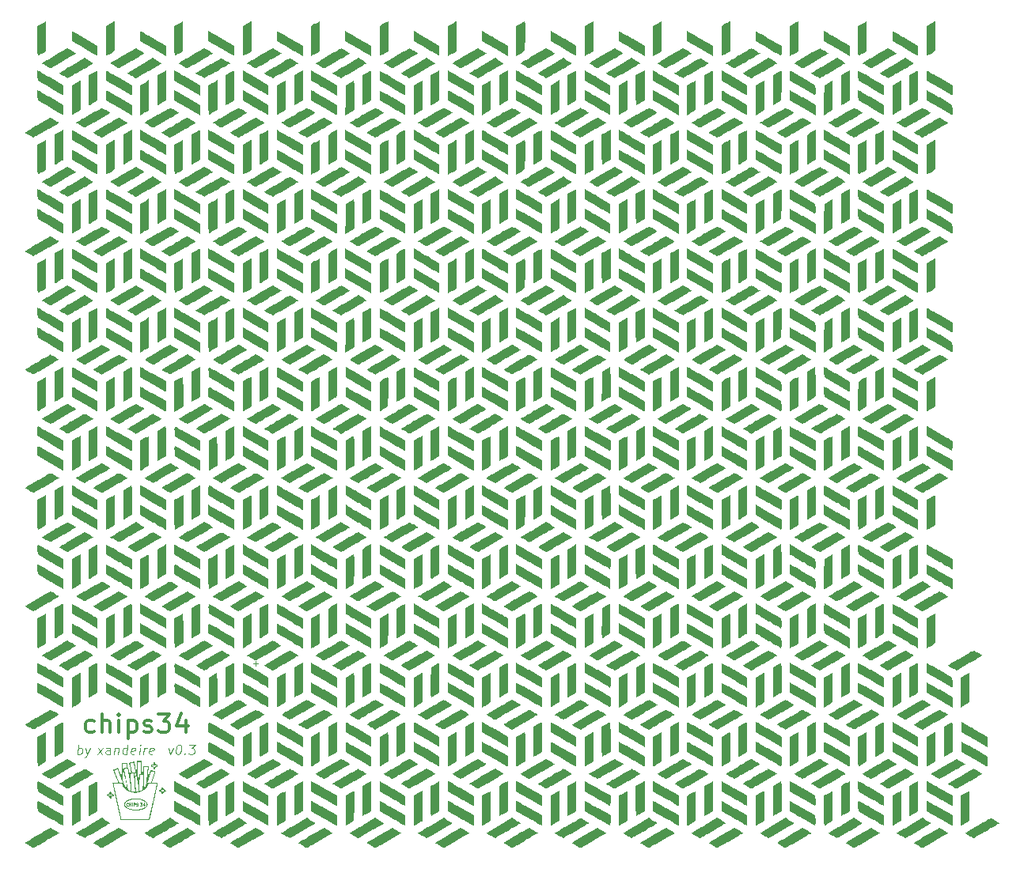
<source format=gbr>
%TF.GenerationSoftware,KiCad,Pcbnew,7.0.0*%
%TF.CreationDate,2023-04-08T11:50:52+01:00*%
%TF.ProjectId,chips-34,63686970-732d-4333-942e-6b696361645f,v1.0.0*%
%TF.SameCoordinates,Original*%
%TF.FileFunction,Legend,Top*%
%TF.FilePolarity,Positive*%
%FSLAX46Y46*%
G04 Gerber Fmt 4.6, Leading zero omitted, Abs format (unit mm)*
G04 Created by KiCad (PCBNEW 7.0.0) date 2023-04-08 11:50:52*
%MOMM*%
%LPD*%
G01*
G04 APERTURE LIST*
%ADD10C,0.125000*%
%ADD11C,0.300000*%
%ADD12C,0.150000*%
%ADD13C,0.037500*%
%ADD14C,0.100000*%
G04 APERTURE END LIST*
D10*
X-5887118Y-13915635D02*
X-5762118Y-12915635D01*
X-5809737Y-13296588D02*
X-5708546Y-13248969D01*
X-5708546Y-13248969D02*
X-5518070Y-13248969D01*
X-5518070Y-13248969D02*
X-5428785Y-13296588D01*
X-5428785Y-13296588D02*
X-5387118Y-13344207D01*
X-5387118Y-13344207D02*
X-5351404Y-13439445D01*
X-5351404Y-13439445D02*
X-5387118Y-13725159D01*
X-5387118Y-13725159D02*
X-5446642Y-13820397D01*
X-5446642Y-13820397D02*
X-5500213Y-13868016D01*
X-5500213Y-13868016D02*
X-5601404Y-13915635D01*
X-5601404Y-13915635D02*
X-5791880Y-13915635D01*
X-5791880Y-13915635D02*
X-5881166Y-13868016D01*
X-4994261Y-13248969D02*
X-4839499Y-13915635D01*
X-4518070Y-13248969D02*
X-4839499Y-13915635D01*
X-4839499Y-13915635D02*
X-4964499Y-14153731D01*
X-4964499Y-14153731D02*
X-5018070Y-14201350D01*
X-5018070Y-14201350D02*
X-5119261Y-14248969D01*
X-3751404Y-13915635D02*
X-3144261Y-13248969D01*
X-3668071Y-13248969D02*
X-3227594Y-13915635D01*
X-2418070Y-13915635D02*
X-2352594Y-13391826D01*
X-2352594Y-13391826D02*
X-2388309Y-13296588D01*
X-2388309Y-13296588D02*
X-2477594Y-13248969D01*
X-2477594Y-13248969D02*
X-2668070Y-13248969D01*
X-2668070Y-13248969D02*
X-2769261Y-13296588D01*
X-2412118Y-13868016D02*
X-2513309Y-13915635D01*
X-2513309Y-13915635D02*
X-2751404Y-13915635D01*
X-2751404Y-13915635D02*
X-2840690Y-13868016D01*
X-2840690Y-13868016D02*
X-2876404Y-13772778D01*
X-2876404Y-13772778D02*
X-2864499Y-13677540D01*
X-2864499Y-13677540D02*
X-2804975Y-13582302D01*
X-2804975Y-13582302D02*
X-2703785Y-13534683D01*
X-2703785Y-13534683D02*
X-2465690Y-13534683D01*
X-2465690Y-13534683D02*
X-2364499Y-13487064D01*
X-1858547Y-13248969D02*
X-1941880Y-13915635D01*
X-1870451Y-13344207D02*
X-1816880Y-13296588D01*
X-1816880Y-13296588D02*
X-1715689Y-13248969D01*
X-1715689Y-13248969D02*
X-1572832Y-13248969D01*
X-1572832Y-13248969D02*
X-1483547Y-13296588D01*
X-1483547Y-13296588D02*
X-1447832Y-13391826D01*
X-1447832Y-13391826D02*
X-1513308Y-13915635D01*
X-608546Y-13915635D02*
X-483546Y-12915635D01*
X-602594Y-13868016D02*
X-703785Y-13915635D01*
X-703785Y-13915635D02*
X-894261Y-13915635D01*
X-894261Y-13915635D02*
X-983546Y-13868016D01*
X-983546Y-13868016D02*
X-1025213Y-13820397D01*
X-1025213Y-13820397D02*
X-1060927Y-13725159D01*
X-1060927Y-13725159D02*
X-1025213Y-13439445D01*
X-1025213Y-13439445D02*
X-965689Y-13344207D01*
X-965689Y-13344207D02*
X-912118Y-13296588D01*
X-912118Y-13296588D02*
X-810927Y-13248969D01*
X-810927Y-13248969D02*
X-620451Y-13248969D01*
X-620451Y-13248969D02*
X-531166Y-13296588D01*
X254548Y-13868016D02*
X153357Y-13915635D01*
X153357Y-13915635D02*
X-37118Y-13915635D01*
X-37118Y-13915635D02*
X-126404Y-13868016D01*
X-126404Y-13868016D02*
X-162118Y-13772778D01*
X-162118Y-13772778D02*
X-114499Y-13391826D01*
X-114499Y-13391826D02*
X-54975Y-13296588D01*
X-54975Y-13296588D02*
X46215Y-13248969D01*
X46215Y-13248969D02*
X236691Y-13248969D01*
X236691Y-13248969D02*
X325976Y-13296588D01*
X325976Y-13296588D02*
X361691Y-13391826D01*
X361691Y-13391826D02*
X349786Y-13487064D01*
X349786Y-13487064D02*
X-138308Y-13582302D01*
X724786Y-13915635D02*
X808119Y-13248969D01*
X849786Y-12915635D02*
X796215Y-12963255D01*
X796215Y-12963255D02*
X837881Y-13010874D01*
X837881Y-13010874D02*
X891453Y-12963255D01*
X891453Y-12963255D02*
X849786Y-12915635D01*
X849786Y-12915635D02*
X837881Y-13010874D01*
X1200976Y-13915635D02*
X1284309Y-13248969D01*
X1260500Y-13439445D02*
X1320024Y-13344207D01*
X1320024Y-13344207D02*
X1373595Y-13296588D01*
X1373595Y-13296588D02*
X1474786Y-13248969D01*
X1474786Y-13248969D02*
X1570024Y-13248969D01*
X2206929Y-13868016D02*
X2105738Y-13915635D01*
X2105738Y-13915635D02*
X1915262Y-13915635D01*
X1915262Y-13915635D02*
X1825977Y-13868016D01*
X1825977Y-13868016D02*
X1790262Y-13772778D01*
X1790262Y-13772778D02*
X1837881Y-13391826D01*
X1837881Y-13391826D02*
X1897405Y-13296588D01*
X1897405Y-13296588D02*
X1998596Y-13248969D01*
X1998596Y-13248969D02*
X2189072Y-13248969D01*
X2189072Y-13248969D02*
X2278357Y-13296588D01*
X2278357Y-13296588D02*
X2314072Y-13391826D01*
X2314072Y-13391826D02*
X2302167Y-13487064D01*
X2302167Y-13487064D02*
X1814072Y-13582302D01*
D11*
X-4098832Y-11502778D02*
X-4289308Y-11598016D01*
X-4289308Y-11598016D02*
X-4670261Y-11598016D01*
X-4670261Y-11598016D02*
X-4860737Y-11502778D01*
X-4860737Y-11502778D02*
X-4955975Y-11407540D01*
X-4955975Y-11407540D02*
X-5051213Y-11217064D01*
X-5051213Y-11217064D02*
X-5051213Y-10645635D01*
X-5051213Y-10645635D02*
X-4955975Y-10455159D01*
X-4955975Y-10455159D02*
X-4860737Y-10359921D01*
X-4860737Y-10359921D02*
X-4670261Y-10264683D01*
X-4670261Y-10264683D02*
X-4289308Y-10264683D01*
X-4289308Y-10264683D02*
X-4098832Y-10359921D01*
X-3241689Y-11598016D02*
X-3241689Y-9598016D01*
X-2384546Y-11598016D02*
X-2384546Y-10550397D01*
X-2384546Y-10550397D02*
X-2479784Y-10359921D01*
X-2479784Y-10359921D02*
X-2670260Y-10264683D01*
X-2670260Y-10264683D02*
X-2955975Y-10264683D01*
X-2955975Y-10264683D02*
X-3146451Y-10359921D01*
X-3146451Y-10359921D02*
X-3241689Y-10455159D01*
X-1432165Y-11598016D02*
X-1432165Y-10264683D01*
X-1432165Y-9598016D02*
X-1527403Y-9693255D01*
X-1527403Y-9693255D02*
X-1432165Y-9788493D01*
X-1432165Y-9788493D02*
X-1336927Y-9693255D01*
X-1336927Y-9693255D02*
X-1432165Y-9598016D01*
X-1432165Y-9598016D02*
X-1432165Y-9788493D01*
X-479784Y-10264683D02*
X-479784Y-12264683D01*
X-479784Y-10359921D02*
X-289308Y-10264683D01*
X-289308Y-10264683D02*
X91644Y-10264683D01*
X91644Y-10264683D02*
X282120Y-10359921D01*
X282120Y-10359921D02*
X377358Y-10455159D01*
X377358Y-10455159D02*
X472596Y-10645635D01*
X472596Y-10645635D02*
X472596Y-11217064D01*
X472596Y-11217064D02*
X377358Y-11407540D01*
X377358Y-11407540D02*
X282120Y-11502778D01*
X282120Y-11502778D02*
X91644Y-11598016D01*
X91644Y-11598016D02*
X-289308Y-11598016D01*
X-289308Y-11598016D02*
X-479784Y-11502778D01*
X1234501Y-11502778D02*
X1424977Y-11598016D01*
X1424977Y-11598016D02*
X1805929Y-11598016D01*
X1805929Y-11598016D02*
X1996406Y-11502778D01*
X1996406Y-11502778D02*
X2091644Y-11312302D01*
X2091644Y-11312302D02*
X2091644Y-11217064D01*
X2091644Y-11217064D02*
X1996406Y-11026588D01*
X1996406Y-11026588D02*
X1805929Y-10931350D01*
X1805929Y-10931350D02*
X1520215Y-10931350D01*
X1520215Y-10931350D02*
X1329739Y-10836112D01*
X1329739Y-10836112D02*
X1234501Y-10645635D01*
X1234501Y-10645635D02*
X1234501Y-10550397D01*
X1234501Y-10550397D02*
X1329739Y-10359921D01*
X1329739Y-10359921D02*
X1520215Y-10264683D01*
X1520215Y-10264683D02*
X1805929Y-10264683D01*
X1805929Y-10264683D02*
X1996406Y-10359921D01*
X2758311Y-9598016D02*
X3996406Y-9598016D01*
X3996406Y-9598016D02*
X3329739Y-10359921D01*
X3329739Y-10359921D02*
X3615454Y-10359921D01*
X3615454Y-10359921D02*
X3805930Y-10455159D01*
X3805930Y-10455159D02*
X3901168Y-10550397D01*
X3901168Y-10550397D02*
X3996406Y-10740874D01*
X3996406Y-10740874D02*
X3996406Y-11217064D01*
X3996406Y-11217064D02*
X3901168Y-11407540D01*
X3901168Y-11407540D02*
X3805930Y-11502778D01*
X3805930Y-11502778D02*
X3615454Y-11598016D01*
X3615454Y-11598016D02*
X3044025Y-11598016D01*
X3044025Y-11598016D02*
X2853549Y-11502778D01*
X2853549Y-11502778D02*
X2758311Y-11407540D01*
X5710692Y-10264683D02*
X5710692Y-11598016D01*
X5234501Y-9502778D02*
X4758311Y-10931350D01*
X4758311Y-10931350D02*
X5996406Y-10931350D01*
D10*
X3880976Y-13248969D02*
X4035738Y-13915635D01*
X4035738Y-13915635D02*
X4357167Y-13248969D01*
X4970262Y-12915635D02*
X5065500Y-12915635D01*
X5065500Y-12915635D02*
X5154786Y-12963255D01*
X5154786Y-12963255D02*
X5196453Y-13010874D01*
X5196453Y-13010874D02*
X5232167Y-13106112D01*
X5232167Y-13106112D02*
X5255977Y-13296588D01*
X5255977Y-13296588D02*
X5226215Y-13534683D01*
X5226215Y-13534683D02*
X5154786Y-13725159D01*
X5154786Y-13725159D02*
X5095262Y-13820397D01*
X5095262Y-13820397D02*
X5041691Y-13868016D01*
X5041691Y-13868016D02*
X4940500Y-13915635D01*
X4940500Y-13915635D02*
X4845262Y-13915635D01*
X4845262Y-13915635D02*
X4755977Y-13868016D01*
X4755977Y-13868016D02*
X4714310Y-13820397D01*
X4714310Y-13820397D02*
X4678596Y-13725159D01*
X4678596Y-13725159D02*
X4654786Y-13534683D01*
X4654786Y-13534683D02*
X4684548Y-13296588D01*
X4684548Y-13296588D02*
X4755977Y-13106112D01*
X4755977Y-13106112D02*
X4815500Y-13010874D01*
X4815500Y-13010874D02*
X4869072Y-12963255D01*
X4869072Y-12963255D02*
X4970262Y-12915635D01*
X5619072Y-13820397D02*
X5660739Y-13868016D01*
X5660739Y-13868016D02*
X5607167Y-13915635D01*
X5607167Y-13915635D02*
X5565500Y-13868016D01*
X5565500Y-13868016D02*
X5619072Y-13820397D01*
X5619072Y-13820397D02*
X5607167Y-13915635D01*
X6113119Y-12915635D02*
X6732167Y-12915635D01*
X6732167Y-12915635D02*
X6351214Y-13296588D01*
X6351214Y-13296588D02*
X6494071Y-13296588D01*
X6494071Y-13296588D02*
X6583357Y-13344207D01*
X6583357Y-13344207D02*
X6625024Y-13391826D01*
X6625024Y-13391826D02*
X6660738Y-13487064D01*
X6660738Y-13487064D02*
X6630976Y-13725159D01*
X6630976Y-13725159D02*
X6571452Y-13820397D01*
X6571452Y-13820397D02*
X6517881Y-13868016D01*
X6517881Y-13868016D02*
X6416690Y-13915635D01*
X6416690Y-13915635D02*
X6130976Y-13915635D01*
X6130976Y-13915635D02*
X6041690Y-13868016D01*
X6041690Y-13868016D02*
X6000024Y-13820397D01*
D12*
%TO.C,MCU1*%
%TO.C,*%
D13*
%TO.C,G\u002A\u002A\u002A*%
X-469744Y-19404773D02*
X-484030Y-19419059D01*
X-484030Y-19419059D02*
X-526887Y-19433345D01*
X-526887Y-19433345D02*
X-555459Y-19433345D01*
X-555459Y-19433345D02*
X-598316Y-19419059D01*
X-598316Y-19419059D02*
X-626887Y-19390488D01*
X-626887Y-19390488D02*
X-641173Y-19361916D01*
X-641173Y-19361916D02*
X-655459Y-19304773D01*
X-655459Y-19304773D02*
X-655459Y-19261916D01*
X-655459Y-19261916D02*
X-641173Y-19204773D01*
X-641173Y-19204773D02*
X-626887Y-19176202D01*
X-626887Y-19176202D02*
X-598316Y-19147631D01*
X-598316Y-19147631D02*
X-555459Y-19133345D01*
X-555459Y-19133345D02*
X-526887Y-19133345D01*
X-526887Y-19133345D02*
X-484030Y-19147631D01*
X-484030Y-19147631D02*
X-469744Y-19161916D01*
X-341173Y-19433345D02*
X-341173Y-19133345D01*
X-341173Y-19276202D02*
X-169744Y-19276202D01*
X-169744Y-19433345D02*
X-169744Y-19133345D01*
X-26887Y-19433345D02*
X-26887Y-19133345D01*
X115969Y-19433345D02*
X115969Y-19133345D01*
X115969Y-19133345D02*
X230255Y-19133345D01*
X230255Y-19133345D02*
X258826Y-19147631D01*
X258826Y-19147631D02*
X273112Y-19161916D01*
X273112Y-19161916D02*
X287398Y-19190488D01*
X287398Y-19190488D02*
X287398Y-19233345D01*
X287398Y-19233345D02*
X273112Y-19261916D01*
X273112Y-19261916D02*
X258826Y-19276202D01*
X258826Y-19276202D02*
X230255Y-19290488D01*
X230255Y-19290488D02*
X115969Y-19290488D01*
X401683Y-19419059D02*
X444541Y-19433345D01*
X444541Y-19433345D02*
X515969Y-19433345D01*
X515969Y-19433345D02*
X544541Y-19419059D01*
X544541Y-19419059D02*
X558826Y-19404773D01*
X558826Y-19404773D02*
X573112Y-19376202D01*
X573112Y-19376202D02*
X573112Y-19347631D01*
X573112Y-19347631D02*
X558826Y-19319059D01*
X558826Y-19319059D02*
X544541Y-19304773D01*
X544541Y-19304773D02*
X515969Y-19290488D01*
X515969Y-19290488D02*
X458826Y-19276202D01*
X458826Y-19276202D02*
X430255Y-19261916D01*
X430255Y-19261916D02*
X415969Y-19247631D01*
X415969Y-19247631D02*
X401683Y-19219059D01*
X401683Y-19219059D02*
X401683Y-19190488D01*
X401683Y-19190488D02*
X415969Y-19161916D01*
X415969Y-19161916D02*
X430255Y-19147631D01*
X430255Y-19147631D02*
X458826Y-19133345D01*
X458826Y-19133345D02*
X530255Y-19133345D01*
X530255Y-19133345D02*
X573112Y-19147631D01*
X853112Y-19133345D02*
X1038826Y-19133345D01*
X1038826Y-19133345D02*
X938826Y-19247631D01*
X938826Y-19247631D02*
X981683Y-19247631D01*
X981683Y-19247631D02*
X1010255Y-19261916D01*
X1010255Y-19261916D02*
X1024540Y-19276202D01*
X1024540Y-19276202D02*
X1038826Y-19304773D01*
X1038826Y-19304773D02*
X1038826Y-19376202D01*
X1038826Y-19376202D02*
X1024540Y-19404773D01*
X1024540Y-19404773D02*
X1010255Y-19419059D01*
X1010255Y-19419059D02*
X981683Y-19433345D01*
X981683Y-19433345D02*
X895969Y-19433345D01*
X895969Y-19433345D02*
X867397Y-19419059D01*
X867397Y-19419059D02*
X853112Y-19404773D01*
X1295969Y-19233345D02*
X1295969Y-19433345D01*
X1224540Y-19119059D02*
X1153111Y-19333345D01*
X1153111Y-19333345D02*
X1338826Y-19333345D01*
D12*
%TO.C,*%
D14*
%TO.C,JST1*%
X13450000Y-4175000D02*
X12950000Y-4175000D01*
X13200000Y-4425000D02*
X13200000Y-3925000D01*
%TO.C,G\u002A\u002A\u002A*%
G36*
X90030798Y-2830474D02*
G01*
X90107329Y-2863868D01*
X90213819Y-2915956D01*
X90339958Y-2981164D01*
X90475436Y-3053916D01*
X90609942Y-3128637D01*
X90733168Y-3199752D01*
X90834801Y-3261686D01*
X90904533Y-3308863D01*
X90921408Y-3322556D01*
X90920981Y-3335732D01*
X90898645Y-3359579D01*
X90851099Y-3396144D01*
X90775045Y-3447471D01*
X90667184Y-3515605D01*
X90524216Y-3602593D01*
X90342842Y-3710479D01*
X90119764Y-3841308D01*
X89851681Y-3997125D01*
X89579203Y-4154646D01*
X89319200Y-4304573D01*
X89074853Y-4445262D01*
X88850818Y-4574048D01*
X88651750Y-4688263D01*
X88482305Y-4785242D01*
X88347141Y-4862318D01*
X88250911Y-4916824D01*
X88198274Y-4946094D01*
X88189577Y-4950469D01*
X88162690Y-4936134D01*
X88093144Y-4896979D01*
X87989081Y-4837644D01*
X87858643Y-4762772D01*
X87715869Y-4680414D01*
X87551536Y-4584756D01*
X87432583Y-4513367D01*
X87353126Y-4461854D01*
X87307285Y-4425826D01*
X87289177Y-4400890D01*
X87292922Y-4382654D01*
X87303776Y-4372685D01*
X87340397Y-4349772D01*
X87421630Y-4301360D01*
X87541590Y-4230843D01*
X87694390Y-4141614D01*
X87874146Y-4037066D01*
X88074972Y-3920592D01*
X88290981Y-3795586D01*
X88516290Y-3665441D01*
X88745012Y-3533551D01*
X88971261Y-3403308D01*
X89189152Y-3278106D01*
X89392799Y-3161338D01*
X89576317Y-3056397D01*
X89733820Y-2966677D01*
X89859423Y-2895571D01*
X89947239Y-2846473D01*
X89991384Y-2822775D01*
X89994536Y-2821350D01*
X90030798Y-2830474D01*
G37*
G36*
X55283648Y17228266D02*
G01*
X55360913Y17194059D01*
X55467486Y17141261D01*
X55593298Y17075437D01*
X55728282Y17002151D01*
X55862372Y16926969D01*
X55985500Y16855456D01*
X56087599Y16793177D01*
X56158601Y16745697D01*
X56188439Y16718580D01*
X56188776Y16717032D01*
X56164089Y16698795D01*
X56093194Y16654176D01*
X55980841Y16585988D01*
X55831779Y16497046D01*
X55650760Y16390162D01*
X55442532Y16268148D01*
X55211846Y16133818D01*
X54963451Y15989986D01*
X54874730Y15938797D01*
X54619153Y15791414D01*
X54377730Y15652074D01*
X54155487Y15523687D01*
X53957451Y15409162D01*
X53788651Y15311410D01*
X53654113Y15233340D01*
X53558865Y15177863D01*
X53507935Y15147887D01*
X53501955Y15144243D01*
X53475814Y15133717D01*
X53440967Y15135167D01*
X53389715Y15151976D01*
X53314357Y15187532D01*
X53207195Y15245219D01*
X53060529Y15328422D01*
X52988083Y15370180D01*
X52841379Y15455939D01*
X52713472Y15532567D01*
X52612637Y15594956D01*
X52547147Y15637996D01*
X52525271Y15655948D01*
X52548467Y15673987D01*
X52616990Y15717844D01*
X52725166Y15784219D01*
X52867322Y15869812D01*
X53037784Y15971323D01*
X53230877Y16085452D01*
X53440929Y16208898D01*
X53662264Y16338361D01*
X53889209Y16470541D01*
X54116091Y16602137D01*
X54337234Y16729851D01*
X54546966Y16850380D01*
X54739613Y16960425D01*
X54909500Y17056686D01*
X55050954Y17135863D01*
X55158300Y17194655D01*
X55225866Y17229762D01*
X55245758Y17238317D01*
X55283648Y17228266D01*
G37*
G36*
X11384405Y17228303D02*
G01*
X11461694Y17194075D01*
X11568277Y17141239D01*
X11694087Y17075365D01*
X11829058Y17002022D01*
X11963124Y16926778D01*
X12086220Y16855205D01*
X12188279Y16792870D01*
X12259235Y16745345D01*
X12289023Y16718197D01*
X12289354Y16716659D01*
X12264663Y16698355D01*
X12193757Y16653683D01*
X12081388Y16585459D01*
X11932305Y16496495D01*
X11751261Y16389605D01*
X11543006Y16267603D01*
X11312291Y16133303D01*
X11063868Y15989518D01*
X10975308Y15938448D01*
X10719715Y15791132D01*
X10478277Y15651854D01*
X10256022Y15523524D01*
X10057980Y15409050D01*
X9889178Y15311342D01*
X9754645Y15233309D01*
X9659409Y15177860D01*
X9608498Y15147903D01*
X9602533Y15144267D01*
X9576400Y15133729D01*
X9541575Y15135160D01*
X9490358Y15151946D01*
X9415047Y15187472D01*
X9307944Y15245122D01*
X9161348Y15328283D01*
X9088661Y15370180D01*
X8941966Y15455923D01*
X8814075Y15532514D01*
X8713258Y15594850D01*
X8647787Y15637826D01*
X8625927Y15655715D01*
X8649131Y15673726D01*
X8717659Y15717562D01*
X8825838Y15783923D01*
X8967994Y15869507D01*
X9138454Y15971014D01*
X9331544Y16085144D01*
X9541591Y16208597D01*
X9762921Y16338071D01*
X9989862Y16470267D01*
X10216739Y16601885D01*
X10437879Y16729622D01*
X10647609Y16850180D01*
X10840255Y16960258D01*
X11010143Y17056555D01*
X11151602Y17135771D01*
X11258956Y17194605D01*
X11326532Y17229757D01*
X11346474Y17238353D01*
X11384405Y17228303D01*
G37*
G36*
X4091416Y17233824D02*
G01*
X4166088Y17195995D01*
X4269875Y17139940D01*
X4392846Y17071378D01*
X4525069Y16996031D01*
X4656610Y16919621D01*
X4777538Y16847867D01*
X4877922Y16786490D01*
X4947828Y16741213D01*
X4977325Y16717754D01*
X4977678Y16716696D01*
X4953000Y16698994D01*
X4882130Y16654868D01*
X4769815Y16587121D01*
X4620804Y16498556D01*
X4439843Y16391977D01*
X4231679Y16270187D01*
X4001059Y16135989D01*
X3752732Y15992187D01*
X3663632Y15940751D01*
X3408070Y15793266D01*
X3166660Y15653806D01*
X2944427Y15525286D01*
X2746397Y15410617D01*
X2577599Y15312714D01*
X2443057Y15234491D01*
X2347798Y15178861D01*
X2296850Y15148737D01*
X2290857Y15145045D01*
X2264877Y15134172D01*
X2230494Y15135106D01*
X2179971Y15151206D01*
X2105567Y15185835D01*
X1999547Y15242352D01*
X1854172Y15324120D01*
X1776984Y15368253D01*
X1630637Y15453791D01*
X1503831Y15531022D01*
X1404712Y15594729D01*
X1341426Y15639693D01*
X1321840Y15659778D01*
X1346419Y15679354D01*
X1416359Y15724643D01*
X1525963Y15792336D01*
X1669537Y15879126D01*
X1841383Y15981704D01*
X2035807Y16096762D01*
X2247111Y16220991D01*
X2469601Y16351084D01*
X2697581Y16483731D01*
X2925353Y16615625D01*
X3147223Y16743457D01*
X3357495Y16863920D01*
X3550472Y16973704D01*
X3720459Y17069502D01*
X3861760Y17148005D01*
X3968679Y17205904D01*
X4035519Y17239893D01*
X4055792Y17247705D01*
X4091416Y17233824D01*
G37*
G36*
X-3215152Y4569905D02*
G01*
X-3175686Y4546580D01*
X-3094944Y4499453D01*
X-2982507Y4434095D01*
X-2847954Y4356078D01*
X-2749853Y4299298D01*
X-2591476Y4206478D01*
X-2479155Y4137283D01*
X-2407209Y4087550D01*
X-2369953Y4053114D01*
X-2361707Y4029814D01*
X-2368119Y4019630D01*
X-2400312Y3998469D01*
X-2477122Y3951864D01*
X-2592807Y3883128D01*
X-2741625Y3795577D01*
X-2917833Y3692525D01*
X-3115689Y3577287D01*
X-3329451Y3453179D01*
X-3553375Y3323514D01*
X-3781721Y3191607D01*
X-4008745Y3060774D01*
X-4228704Y2934329D01*
X-4435858Y2815587D01*
X-4624463Y2707863D01*
X-4788776Y2614471D01*
X-4923057Y2538727D01*
X-5021561Y2483944D01*
X-5078547Y2453439D01*
X-5090439Y2448167D01*
X-5120813Y2462173D01*
X-5193543Y2501089D01*
X-5300242Y2560266D01*
X-5432519Y2635054D01*
X-5573413Y2715855D01*
X-5737744Y2811417D01*
X-5856559Y2882773D01*
X-5935681Y2934234D01*
X-5980936Y2970111D01*
X-5998146Y2994716D01*
X-5993135Y3012358D01*
X-5984160Y3019887D01*
X-5949094Y3041214D01*
X-5868086Y3088965D01*
X-5746091Y3160264D01*
X-5588065Y3252232D01*
X-5398961Y3361990D01*
X-5183734Y3486663D01*
X-4947339Y3623371D01*
X-4694731Y3769236D01*
X-4595268Y3826613D01*
X-4278018Y4009014D01*
X-4008324Y4162805D01*
X-3783337Y4289518D01*
X-3600213Y4390686D01*
X-3456103Y4467843D01*
X-3348161Y4522521D01*
X-3273541Y4556255D01*
X-3229394Y4570576D01*
X-3215152Y4569905D01*
G37*
G36*
X80871603Y10905809D02*
G01*
X80920686Y10890588D01*
X80992877Y10857160D01*
X81095880Y10802158D01*
X81237397Y10722211D01*
X81333167Y10667120D01*
X81480273Y10581127D01*
X81607980Y10504396D01*
X81708239Y10441932D01*
X81773003Y10398744D01*
X81794325Y10380216D01*
X81769765Y10362123D01*
X81699884Y10318241D01*
X81590379Y10251873D01*
X81446947Y10166316D01*
X81275285Y10064873D01*
X81081091Y9950842D01*
X80870062Y9827523D01*
X80647896Y9698218D01*
X80420289Y9566226D01*
X80192940Y9434847D01*
X79971545Y9307381D01*
X79761802Y9187128D01*
X79569408Y9077389D01*
X79400060Y8981464D01*
X79259456Y8902652D01*
X79153293Y8844253D01*
X79087268Y8809569D01*
X79068405Y8801260D01*
X79028006Y8811383D01*
X78946389Y8847023D01*
X78832781Y8903619D01*
X78696406Y8976610D01*
X78571638Y9046890D01*
X78426783Y9131301D01*
X78301450Y9206263D01*
X78203813Y9266730D01*
X78142042Y9307655D01*
X78123835Y9323401D01*
X78148513Y9341235D01*
X78219393Y9385471D01*
X78331726Y9453304D01*
X78480764Y9541929D01*
X78661757Y9648542D01*
X78869958Y9770337D01*
X79100616Y9904510D01*
X79348984Y10048255D01*
X79437851Y10099521D01*
X79693486Y10246936D01*
X79935010Y10386345D01*
X80157389Y10514831D01*
X80355590Y10629481D01*
X80524578Y10727379D01*
X80659319Y10805612D01*
X80754778Y10861263D01*
X80805921Y10891419D01*
X80811953Y10895111D01*
X80837927Y10906194D01*
X80871603Y10905809D01*
G37*
G36*
X77252430Y-8107285D02*
G01*
X77325974Y-8144689D01*
X77429238Y-8200151D01*
X77552304Y-8268045D01*
X77685251Y-8342743D01*
X77818160Y-8418618D01*
X77941112Y-8490045D01*
X78044187Y-8551395D01*
X78117465Y-8597041D01*
X78151027Y-8621358D01*
X78152099Y-8623146D01*
X78127760Y-8639544D01*
X78058192Y-8682011D01*
X77949034Y-8747262D01*
X77805926Y-8832015D01*
X77634506Y-8932987D01*
X77440413Y-9046895D01*
X77229288Y-9170456D01*
X77006767Y-9300387D01*
X76778492Y-9433404D01*
X76550100Y-9566226D01*
X76327231Y-9695568D01*
X76115523Y-9818147D01*
X75920617Y-9930681D01*
X75748150Y-10029887D01*
X75603762Y-10112481D01*
X75493092Y-10175181D01*
X75421779Y-10214703D01*
X75396088Y-10227694D01*
X75366228Y-10215294D01*
X75294108Y-10177658D01*
X75188066Y-10119365D01*
X75056439Y-10044995D01*
X74916127Y-9964108D01*
X74745958Y-9863762D01*
X74622735Y-9787581D01*
X74541582Y-9732098D01*
X74497620Y-9693850D01*
X74485974Y-9669369D01*
X74490347Y-9661569D01*
X74523972Y-9639107D01*
X74602176Y-9591402D01*
X74719200Y-9521766D01*
X74869282Y-9433508D01*
X75046663Y-9329940D01*
X75245583Y-9214371D01*
X75460281Y-9090113D01*
X75684996Y-8960475D01*
X75913970Y-8828770D01*
X76141442Y-8698307D01*
X76361651Y-8572397D01*
X76568837Y-8454351D01*
X76757240Y-8347479D01*
X76921101Y-8255092D01*
X77054657Y-8180501D01*
X77152151Y-8127016D01*
X77207821Y-8097947D01*
X77218526Y-8093567D01*
X77252430Y-8107285D01*
G37*
G36*
X73559911Y-14437586D02*
G01*
X73611003Y-14454231D01*
X73686144Y-14489571D01*
X73793047Y-14546986D01*
X73939424Y-14629858D01*
X74012731Y-14672032D01*
X74159455Y-14757681D01*
X74287382Y-14834292D01*
X74388222Y-14896744D01*
X74453687Y-14939913D01*
X74475495Y-14958000D01*
X74452544Y-14976930D01*
X74384098Y-15021442D01*
X74275815Y-15088269D01*
X74133356Y-15174145D01*
X73962379Y-15275805D01*
X73768545Y-15389983D01*
X73557511Y-15513411D01*
X73334938Y-15642825D01*
X73106485Y-15774958D01*
X72877811Y-15906543D01*
X72654576Y-16034315D01*
X72442439Y-16155009D01*
X72247060Y-16265356D01*
X72074097Y-16362093D01*
X71929210Y-16441951D01*
X71818059Y-16501666D01*
X71746303Y-16537971D01*
X71720442Y-16547982D01*
X71682160Y-16532952D01*
X71602643Y-16492877D01*
X71491138Y-16432718D01*
X71356896Y-16357435D01*
X71245250Y-16293097D01*
X71103087Y-16209084D01*
X70980530Y-16134444D01*
X70885856Y-16074397D01*
X70827343Y-16034167D01*
X70812129Y-16019833D01*
X70836816Y-16001584D01*
X70907712Y-15956954D01*
X71020065Y-15888757D01*
X71169127Y-15799805D01*
X71350147Y-15692913D01*
X71558376Y-15570893D01*
X71789063Y-15436559D01*
X72037458Y-15292724D01*
X72126175Y-15241538D01*
X72381755Y-15094151D01*
X72623185Y-14954803D01*
X72845436Y-14826403D01*
X73043481Y-14711864D01*
X73212291Y-14614094D01*
X73346840Y-14536005D01*
X73442099Y-14480506D01*
X73493041Y-14450508D01*
X73499023Y-14446857D01*
X73525156Y-14436255D01*
X73559911Y-14437586D01*
G37*
G36*
X71764613Y-9164437D02*
G01*
X71838356Y-9201954D01*
X71941686Y-9257575D01*
X72064688Y-9325654D01*
X72197442Y-9400539D01*
X72330032Y-9476581D01*
X72452541Y-9548132D01*
X72555051Y-9609540D01*
X72627645Y-9655158D01*
X72660405Y-9679335D01*
X72661307Y-9680989D01*
X72636919Y-9697575D01*
X72567288Y-9740197D01*
X72458057Y-9805571D01*
X72314870Y-9890415D01*
X72143370Y-9991445D01*
X71949200Y-10105379D01*
X71738003Y-10228933D01*
X71515424Y-10358826D01*
X71287105Y-10491773D01*
X71058690Y-10624492D01*
X70835822Y-10753700D01*
X70624144Y-10876113D01*
X70429301Y-10988450D01*
X70256935Y-11087426D01*
X70112689Y-11169760D01*
X70002207Y-11232168D01*
X69931133Y-11271366D01*
X69905642Y-11284062D01*
X69875575Y-11271396D01*
X69803298Y-11233473D01*
X69697170Y-11174901D01*
X69565548Y-11100288D01*
X69426288Y-11019785D01*
X69254889Y-10918350D01*
X69130833Y-10841178D01*
X69049565Y-10785042D01*
X69006532Y-10746711D01*
X68997179Y-10722960D01*
X69000508Y-10717956D01*
X69033884Y-10695620D01*
X69111889Y-10648044D01*
X69228762Y-10578537D01*
X69378741Y-10490407D01*
X69556064Y-10386961D01*
X69754969Y-10271508D01*
X69969694Y-10147356D01*
X70194477Y-10017813D01*
X70423556Y-9886187D01*
X70651170Y-9755785D01*
X70871557Y-9629917D01*
X71078954Y-9511889D01*
X71267599Y-9405011D01*
X71431732Y-9312589D01*
X71565589Y-9237933D01*
X71663409Y-9184349D01*
X71719431Y-9155147D01*
X71730375Y-9150677D01*
X71764613Y-9164437D01*
G37*
G36*
X71754654Y41513544D02*
G01*
X71817501Y41489706D01*
X71907156Y41445836D01*
X72031320Y41378500D01*
X72197692Y41284262D01*
X72205075Y41280033D01*
X72351502Y41195339D01*
X72478461Y41120399D01*
X72577867Y41060110D01*
X72641633Y41019370D01*
X72661869Y41003397D01*
X72637184Y40985282D01*
X72567031Y40941567D01*
X72457092Y40875509D01*
X72313049Y40790365D01*
X72140583Y40689394D01*
X71945375Y40575852D01*
X71733107Y40452998D01*
X71509461Y40324089D01*
X71280117Y40192384D01*
X71050757Y40061138D01*
X70827064Y39933611D01*
X70614717Y39813060D01*
X70419399Y39702743D01*
X70246792Y39605916D01*
X70102575Y39525839D01*
X69992432Y39465768D01*
X69922044Y39428961D01*
X69897585Y39418398D01*
X69860152Y39432677D01*
X69781092Y39471806D01*
X69669478Y39530994D01*
X69534382Y39605450D01*
X69411054Y39675335D01*
X69266324Y39759109D01*
X69141085Y39833086D01*
X69043533Y39892305D01*
X68981860Y39931803D01*
X68963768Y39946202D01*
X68988205Y39963282D01*
X69057943Y40006180D01*
X69167280Y40071601D01*
X69310512Y40156250D01*
X69481935Y40256830D01*
X69675848Y40370047D01*
X69886546Y40492606D01*
X70108328Y40621210D01*
X70335489Y40752566D01*
X70562326Y40883377D01*
X70783138Y41010349D01*
X70992220Y41130185D01*
X71183869Y41239591D01*
X71352383Y41335271D01*
X71492059Y41413930D01*
X71597192Y41472273D01*
X71662081Y41507004D01*
X71678584Y41514861D01*
X71710915Y41520784D01*
X71754654Y41513544D01*
G37*
G36*
X71754654Y54213544D02*
G01*
X71817501Y54189706D01*
X71907156Y54145836D01*
X72031320Y54078500D01*
X72197692Y53984262D01*
X72205075Y53980033D01*
X72351502Y53895339D01*
X72478461Y53820399D01*
X72577867Y53760110D01*
X72641633Y53719370D01*
X72661869Y53703397D01*
X72637184Y53685282D01*
X72567031Y53641567D01*
X72457092Y53575509D01*
X72313049Y53490365D01*
X72140583Y53389394D01*
X71945375Y53275852D01*
X71733107Y53152998D01*
X71509461Y53024089D01*
X71280117Y52892384D01*
X71050757Y52761138D01*
X70827064Y52633611D01*
X70614717Y52513060D01*
X70419399Y52402743D01*
X70246792Y52305916D01*
X70102575Y52225839D01*
X69992432Y52165768D01*
X69922044Y52128961D01*
X69897585Y52118398D01*
X69860152Y52132677D01*
X69781092Y52171806D01*
X69669478Y52230994D01*
X69534382Y52305450D01*
X69411054Y52375335D01*
X69266324Y52459109D01*
X69141085Y52533086D01*
X69043533Y52592305D01*
X68981860Y52631803D01*
X68963768Y52646202D01*
X68988205Y52663282D01*
X69057943Y52706180D01*
X69167280Y52771601D01*
X69310512Y52856250D01*
X69481935Y52956830D01*
X69675848Y53070047D01*
X69886546Y53192606D01*
X70108328Y53321210D01*
X70335489Y53452566D01*
X70562326Y53583377D01*
X70783138Y53710349D01*
X70992220Y53830185D01*
X71183869Y53939591D01*
X71352383Y54035271D01*
X71492059Y54113930D01*
X71597192Y54172273D01*
X71662081Y54207004D01*
X71678584Y54214861D01*
X71710915Y54220784D01*
X71754654Y54213544D01*
G37*
G36*
X68068636Y-15493271D02*
G01*
X68118182Y-15508804D01*
X68191128Y-15542733D01*
X68295236Y-15598440D01*
X68438267Y-15679309D01*
X68522564Y-15727789D01*
X68668661Y-15813668D01*
X68795246Y-15891149D01*
X68894185Y-15954999D01*
X68957342Y-15999986D01*
X68976869Y-16019972D01*
X68952231Y-16040297D01*
X68882122Y-16086141D01*
X68772245Y-16154210D01*
X68628303Y-16241213D01*
X68456001Y-16343856D01*
X68261043Y-16458849D01*
X68049132Y-16582897D01*
X67825973Y-16712709D01*
X67597269Y-16844992D01*
X67368724Y-16976455D01*
X67146042Y-17103804D01*
X66934927Y-17223747D01*
X66741083Y-17332992D01*
X66570214Y-17428247D01*
X66428024Y-17506219D01*
X66320216Y-17563615D01*
X66252495Y-17597144D01*
X66231488Y-17604650D01*
X66192522Y-17589387D01*
X66112457Y-17548944D01*
X66000573Y-17488319D01*
X65866154Y-17412512D01*
X65754451Y-17347714D01*
X65612463Y-17263338D01*
X65490005Y-17188580D01*
X65395336Y-17128647D01*
X65336718Y-17088742D01*
X65321330Y-17074782D01*
X65345959Y-17056917D01*
X65416800Y-17012665D01*
X65529103Y-16944832D01*
X65678119Y-16856221D01*
X65859101Y-16749637D01*
X66067299Y-16627884D01*
X66297964Y-16493768D01*
X66546348Y-16350091D01*
X66635077Y-16298936D01*
X66890713Y-16151607D01*
X67132221Y-16012281D01*
X67354566Y-15883872D01*
X67552716Y-15769293D01*
X67721637Y-15671458D01*
X67856297Y-15593279D01*
X67951662Y-15537671D01*
X68002699Y-15507546D01*
X68008691Y-15503863D01*
X68034726Y-15492752D01*
X68068636Y-15493271D01*
G37*
G36*
X62624423Y-8107679D02*
G01*
X62700826Y-8146135D01*
X62805113Y-8203109D01*
X62927480Y-8272779D01*
X63058122Y-8349321D01*
X63187235Y-8426912D01*
X63305015Y-8499728D01*
X63401656Y-8561945D01*
X63467356Y-8607741D01*
X63492310Y-8631291D01*
X63492254Y-8632036D01*
X63466465Y-8650126D01*
X63395549Y-8694256D01*
X63285223Y-8761078D01*
X63141205Y-8847244D01*
X62969214Y-8949404D01*
X62774967Y-9064212D01*
X62564183Y-9188318D01*
X62342581Y-9318375D01*
X62115877Y-9451034D01*
X61889791Y-9582947D01*
X61670041Y-9710765D01*
X61462344Y-9831141D01*
X61272420Y-9940727D01*
X61105986Y-10036173D01*
X60968760Y-10114132D01*
X60866461Y-10171255D01*
X60826983Y-10192670D01*
X60797408Y-10205288D01*
X60764841Y-10208104D01*
X60721171Y-10197704D01*
X60658285Y-10170675D01*
X60568073Y-10123604D01*
X60442421Y-10053077D01*
X60298428Y-9970249D01*
X60152029Y-9884712D01*
X60024514Y-9808392D01*
X59924146Y-9746382D01*
X59859191Y-9703779D01*
X59837857Y-9686302D01*
X59861205Y-9668369D01*
X59929932Y-9624654D01*
X60038384Y-9558436D01*
X60180903Y-9472992D01*
X60351836Y-9371601D01*
X60545527Y-9257541D01*
X60756320Y-9134090D01*
X60978560Y-9004526D01*
X61206591Y-8872127D01*
X61434758Y-8740171D01*
X61657406Y-8611936D01*
X61868878Y-8490700D01*
X62063521Y-8379741D01*
X62235677Y-8282338D01*
X62379692Y-8201768D01*
X62489910Y-8141309D01*
X62560677Y-8104240D01*
X62585707Y-8093567D01*
X62624423Y-8107679D01*
G37*
G36*
X58952915Y23567032D02*
G01*
X59016755Y23542284D01*
X59108717Y23496492D01*
X59236743Y23426167D01*
X59363801Y23353731D01*
X59507749Y23270209D01*
X59635417Y23194745D01*
X59737344Y23133042D01*
X59804070Y23090799D01*
X59824457Y23076146D01*
X59823672Y23062840D01*
X59800402Y23038511D01*
X59751385Y23001137D01*
X59673361Y22948697D01*
X59563068Y22879169D01*
X59417246Y22790533D01*
X59232634Y22680767D01*
X59005971Y22547850D01*
X58733996Y22389761D01*
X58482003Y22244039D01*
X58222030Y22094069D01*
X57977719Y21953349D01*
X57753722Y21824545D01*
X57554695Y21710322D01*
X57385292Y21613346D01*
X57250166Y21536285D01*
X57153973Y21481803D01*
X57101365Y21452566D01*
X57092681Y21448215D01*
X57065891Y21462677D01*
X56996484Y21501998D01*
X56892611Y21561506D01*
X56762422Y21636536D01*
X56621588Y21718055D01*
X56475991Y21804303D01*
X56351630Y21881453D01*
X56256047Y21944532D01*
X56196785Y21988569D01*
X56181125Y22008375D01*
X56210343Y22027058D01*
X56284696Y22071614D01*
X56398381Y22138689D01*
X56545593Y22224927D01*
X56720529Y22326973D01*
X56917385Y22441473D01*
X57130359Y22565070D01*
X57353646Y22694410D01*
X57581443Y22826139D01*
X57807946Y22956899D01*
X58027352Y23083338D01*
X58233857Y23202100D01*
X58421658Y23309829D01*
X58584951Y23403170D01*
X58717932Y23478769D01*
X58814799Y23533270D01*
X58869747Y23563319D01*
X58877839Y23567364D01*
X58909256Y23574229D01*
X58952915Y23567032D01*
G37*
G36*
X47966772Y-8113200D02*
G01*
X48063268Y-8153694D01*
X48207482Y-8227229D01*
X48399099Y-8333653D01*
X48422498Y-8347041D01*
X48568501Y-8431774D01*
X48695039Y-8507108D01*
X48793978Y-8568044D01*
X48857188Y-8609585D01*
X48876806Y-8626230D01*
X48852180Y-8644080D01*
X48781350Y-8688333D01*
X48669064Y-8756181D01*
X48520070Y-8844820D01*
X48339116Y-8951444D01*
X48130947Y-9073250D01*
X47900313Y-9207431D01*
X47651961Y-9351182D01*
X47563054Y-9402474D01*
X47307416Y-9549896D01*
X47065884Y-9689310D01*
X46843493Y-9817799D01*
X46645276Y-9932451D01*
X46476269Y-10030349D01*
X46341506Y-10108580D01*
X46246022Y-10164228D01*
X46194853Y-10194378D01*
X46188813Y-10198067D01*
X46162589Y-10209245D01*
X46128692Y-10208856D01*
X46079319Y-10193515D01*
X46006671Y-10159835D01*
X45902945Y-10104430D01*
X45760342Y-10023914D01*
X45675956Y-9975447D01*
X45529494Y-9889957D01*
X45401801Y-9813291D01*
X45301215Y-9750628D01*
X45236072Y-9707149D01*
X45214688Y-9688874D01*
X45237910Y-9670927D01*
X45306367Y-9627024D01*
X45414385Y-9560487D01*
X45556290Y-9474638D01*
X45726407Y-9372798D01*
X45919062Y-9258292D01*
X46128581Y-9134440D01*
X46349290Y-9004565D01*
X46575514Y-8871990D01*
X46801579Y-8740036D01*
X47021811Y-8612026D01*
X47230536Y-8491282D01*
X47422079Y-8381127D01*
X47590766Y-8284882D01*
X47730924Y-8205871D01*
X47836877Y-8147415D01*
X47902951Y-8112837D01*
X47918308Y-8105896D01*
X47966772Y-8113200D01*
G37*
G36*
X46151224Y-2833231D02*
G01*
X46217703Y-2859587D01*
X46313345Y-2907453D01*
X46445967Y-2980269D01*
X46560062Y-3045106D01*
X46704274Y-3128457D01*
X46832214Y-3203812D01*
X46934412Y-3265482D01*
X47001398Y-3307778D01*
X47021986Y-3322556D01*
X47021560Y-3335732D01*
X46999223Y-3359579D01*
X46951677Y-3396144D01*
X46875623Y-3447471D01*
X46767762Y-3515605D01*
X46624794Y-3602593D01*
X46443420Y-3710479D01*
X46220342Y-3841308D01*
X45952259Y-3997125D01*
X45679781Y-4154646D01*
X45419781Y-4304566D01*
X45175436Y-4445238D01*
X44951403Y-4573998D01*
X44752336Y-4688180D01*
X44582892Y-4785119D01*
X44447726Y-4862149D01*
X44351495Y-4916606D01*
X44298854Y-4945823D01*
X44290155Y-4950167D01*
X44263283Y-4935703D01*
X44193802Y-4896380D01*
X44089867Y-4836866D01*
X43959634Y-4761831D01*
X43818813Y-4680327D01*
X43673219Y-4594088D01*
X43548860Y-4516964D01*
X43453277Y-4453923D01*
X43394013Y-4409933D01*
X43378351Y-4390176D01*
X43407562Y-4371530D01*
X43481905Y-4327004D01*
X43595575Y-4259955D01*
X43742769Y-4173737D01*
X43917683Y-4071706D01*
X44114514Y-3957217D01*
X44327458Y-3833627D01*
X44550712Y-3704291D01*
X44778472Y-3572564D01*
X45004934Y-3441802D01*
X45224296Y-3315361D01*
X45430753Y-3196596D01*
X45618502Y-3088862D01*
X45781740Y-2995517D01*
X45914662Y-2919913D01*
X46011466Y-2865409D01*
X46066347Y-2835359D01*
X46074494Y-2831277D01*
X46106093Y-2824941D01*
X46151224Y-2833231D01*
G37*
G36*
X46139719Y22511761D02*
G01*
X46232852Y22472763D01*
X46369266Y22403442D01*
X46546271Y22305078D01*
X46562384Y22295832D01*
X46706054Y22212482D01*
X46833397Y22137235D01*
X46934947Y22075792D01*
X47001239Y22033852D01*
X47021205Y22019513D01*
X47019813Y22005983D01*
X46994942Y21980827D01*
X46943399Y21942069D01*
X46861992Y21887730D01*
X46747530Y21815834D01*
X46596820Y21724402D01*
X46406670Y21611459D01*
X46173888Y21475027D01*
X45895282Y21313127D01*
X45677900Y21187407D01*
X45417929Y21037379D01*
X45173644Y20896598D01*
X44949694Y20767732D01*
X44750729Y20653445D01*
X44581398Y20556405D01*
X44446350Y20479277D01*
X44350236Y20424726D01*
X44297704Y20395420D01*
X44289056Y20391029D01*
X44262571Y20405510D01*
X44193493Y20444925D01*
X44089945Y20504596D01*
X43960048Y20579844D01*
X43819245Y20661721D01*
X43648489Y20762596D01*
X43524849Y20839237D01*
X43443599Y20895003D01*
X43400010Y20933247D01*
X43389355Y20957326D01*
X43393465Y20963934D01*
X43425534Y20984705D01*
X43502741Y21031203D01*
X43619218Y21100047D01*
X43769096Y21187856D01*
X43946508Y21291247D01*
X44145584Y21406841D01*
X44360457Y21531254D01*
X44585257Y21661107D01*
X44814116Y21793017D01*
X45041167Y21923603D01*
X45260539Y22049484D01*
X45466366Y22167278D01*
X45652779Y22273604D01*
X45813908Y22365080D01*
X45943886Y22438326D01*
X46036845Y22489959D01*
X46086915Y22516598D01*
X46092557Y22519159D01*
X46139719Y22511761D01*
G37*
G36*
X36972025Y10905836D02*
G01*
X37020924Y10890744D01*
X37092865Y10857477D01*
X37195553Y10802667D01*
X37336694Y10722945D01*
X37433745Y10667120D01*
X37580856Y10581106D01*
X37708566Y10504320D01*
X37808826Y10441777D01*
X37873587Y10398491D01*
X37894903Y10379861D01*
X37870342Y10361697D01*
X37800456Y10317753D01*
X37690945Y10251331D01*
X37547507Y10165732D01*
X37375842Y10064256D01*
X37181649Y9950204D01*
X36970626Y9826877D01*
X36748473Y9697576D01*
X36520889Y9565601D01*
X36293571Y9434255D01*
X36072220Y9306837D01*
X35862534Y9186649D01*
X35670212Y9076991D01*
X35500954Y8981164D01*
X35360457Y8902469D01*
X35254422Y8844208D01*
X35188546Y8809680D01*
X35169896Y8801511D01*
X35129190Y8811570D01*
X35047309Y8847174D01*
X34933499Y8903762D01*
X34797008Y8976770D01*
X34672540Y9046902D01*
X34527731Y9131313D01*
X34402414Y9206231D01*
X34304768Y9266612D01*
X34242972Y9307415D01*
X34224737Y9323017D01*
X34249349Y9340779D01*
X34320160Y9384953D01*
X34432424Y9452734D01*
X34581395Y9541319D01*
X34762325Y9647905D01*
X34970469Y9769687D01*
X35201079Y9903862D01*
X35449410Y10047626D01*
X35538429Y10098996D01*
X35794055Y10246456D01*
X36035571Y10385912D01*
X36257945Y10514447D01*
X36456142Y10629146D01*
X36625129Y10727093D01*
X36759872Y10805373D01*
X36855338Y10861069D01*
X36906492Y10891265D01*
X36912531Y10894970D01*
X36938463Y10906122D01*
X36972025Y10905836D01*
G37*
G36*
X33353384Y-8107295D02*
G01*
X33426928Y-8144724D01*
X33530179Y-8200224D01*
X33653220Y-8268162D01*
X33786132Y-8342908D01*
X33918997Y-8418830D01*
X34041896Y-8490296D01*
X34144912Y-8551676D01*
X34218126Y-8597337D01*
X34251619Y-8621649D01*
X34252677Y-8623426D01*
X34228336Y-8639923D01*
X34158755Y-8682465D01*
X34049576Y-8747771D01*
X33906440Y-8832558D01*
X33734988Y-8933543D01*
X33540861Y-9047445D01*
X33329701Y-9170980D01*
X33107150Y-9300867D01*
X32878848Y-9433824D01*
X32650438Y-9566567D01*
X32427559Y-9695815D01*
X32215855Y-9818285D01*
X32020965Y-9930696D01*
X31848532Y-10029764D01*
X31704196Y-10112207D01*
X31593599Y-10174743D01*
X31522383Y-10214090D01*
X31496709Y-10226942D01*
X31466796Y-10214358D01*
X31394560Y-10176670D01*
X31288354Y-10118453D01*
X31156531Y-10044280D01*
X31016242Y-9963819D01*
X30846485Y-9864307D01*
X30723565Y-9788829D01*
X30642473Y-9733836D01*
X30598199Y-9695778D01*
X30585734Y-9671105D01*
X30590462Y-9662100D01*
X30624085Y-9639648D01*
X30702287Y-9591951D01*
X30819309Y-9522320D01*
X30969391Y-9434064D01*
X31146776Y-9330494D01*
X31345703Y-9214920D01*
X31560414Y-9090652D01*
X31785150Y-8960999D01*
X32014152Y-8829273D01*
X32241661Y-8698782D01*
X32461918Y-8572838D01*
X32669163Y-8454749D01*
X32857638Y-8347827D01*
X33021585Y-8255381D01*
X33155243Y-8180721D01*
X33252854Y-8127158D01*
X33308659Y-8098001D01*
X33319466Y-8093567D01*
X33353384Y-8107295D01*
G37*
G36*
X29660499Y-14437588D02*
G01*
X29711603Y-14454241D01*
X29786760Y-14489591D01*
X29893682Y-14547018D01*
X30040083Y-14629904D01*
X30113310Y-14672032D01*
X30260049Y-14757707D01*
X30388001Y-14834380D01*
X30488872Y-14896920D01*
X30554369Y-14940197D01*
X30576202Y-14958389D01*
X30553279Y-14977387D01*
X30484883Y-15021967D01*
X30376689Y-15088849D01*
X30234372Y-15174756D01*
X30063608Y-15276408D01*
X29870072Y-15390528D01*
X29659438Y-15513836D01*
X29437382Y-15643054D01*
X29209578Y-15774904D01*
X28981703Y-15906106D01*
X28759432Y-16033383D01*
X28548438Y-16153456D01*
X28354398Y-16263046D01*
X28182987Y-16358875D01*
X28039879Y-16437664D01*
X27930750Y-16496135D01*
X27861275Y-16531009D01*
X27839035Y-16539661D01*
X27793742Y-16527912D01*
X27707472Y-16489732D01*
X27589184Y-16429601D01*
X27447836Y-16351996D01*
X27345828Y-16293122D01*
X27203843Y-16208573D01*
X27081400Y-16133642D01*
X26986745Y-16073540D01*
X26928122Y-16033477D01*
X26912707Y-16019383D01*
X26937386Y-16001472D01*
X27008257Y-15957143D01*
X27120574Y-15889204D01*
X27269588Y-15800463D01*
X27450553Y-15693728D01*
X27658720Y-15571807D01*
X27889344Y-15437507D01*
X28137675Y-15293636D01*
X28226753Y-15242200D01*
X28482305Y-15094698D01*
X28723710Y-14955241D01*
X28945942Y-14826742D01*
X29143975Y-14712111D01*
X29312783Y-14614261D01*
X29447340Y-14536104D01*
X29542619Y-14480551D01*
X29593594Y-14450515D01*
X29599601Y-14446849D01*
X29625736Y-14436251D01*
X29660499Y-14437588D01*
G37*
G36*
X27880536Y3513394D02*
G01*
X27920341Y3489859D01*
X28001394Y3442538D01*
X28114089Y3377022D01*
X28248818Y3298897D01*
X28346794Y3242188D01*
X28505254Y3149311D01*
X28617628Y3080061D01*
X28689577Y3030292D01*
X28726765Y2995859D01*
X28734851Y2972618D01*
X28728528Y2962714D01*
X28696601Y2941937D01*
X28619544Y2895416D01*
X28503224Y2826538D01*
X28353507Y2738684D01*
X28176260Y2635240D01*
X27977349Y2519589D01*
X27762641Y2395116D01*
X27538002Y2265205D01*
X27309299Y2133239D01*
X27082399Y2002603D01*
X26863168Y1876681D01*
X26657472Y1758856D01*
X26471179Y1652513D01*
X26310155Y1561037D01*
X26180266Y1487810D01*
X26087379Y1436218D01*
X26037360Y1409644D01*
X26031782Y1407126D01*
X25992295Y1415814D01*
X25910519Y1451124D01*
X25794336Y1509156D01*
X25651631Y1586012D01*
X25523080Y1658769D01*
X25377239Y1744790D01*
X25252790Y1821714D01*
X25157235Y1884607D01*
X25098075Y1928536D01*
X25082617Y1948415D01*
X25111985Y1966743D01*
X25187506Y2011561D01*
X25304411Y2080099D01*
X25457935Y2169585D01*
X25643309Y2277248D01*
X25855768Y2400318D01*
X26090542Y2536024D01*
X26342866Y2681594D01*
X26471056Y2755448D01*
X26788915Y2937989D01*
X27059352Y3092131D01*
X27285413Y3219512D01*
X27470141Y3321769D01*
X27616582Y3400539D01*
X27727780Y3457459D01*
X27806780Y3494167D01*
X27856627Y3512300D01*
X27880366Y3513495D01*
X27880536Y3513394D01*
G37*
G36*
X27866446Y-9164506D02*
G01*
X27941648Y-9202220D01*
X28045561Y-9258154D01*
X28168393Y-9326645D01*
X28300356Y-9402027D01*
X28431659Y-9478639D01*
X28552512Y-9550816D01*
X28653127Y-9612894D01*
X28723712Y-9659209D01*
X28754478Y-9684098D01*
X28755004Y-9685972D01*
X28729554Y-9703090D01*
X28658967Y-9746166D01*
X28548881Y-9811922D01*
X28404935Y-9897081D01*
X28232768Y-9998366D01*
X28038019Y-10112501D01*
X27826326Y-10236208D01*
X27603329Y-10366210D01*
X27374666Y-10499231D01*
X27145976Y-10631993D01*
X26922898Y-10761220D01*
X26711071Y-10883634D01*
X26516133Y-10995959D01*
X26343724Y-11094918D01*
X26199482Y-11177233D01*
X26089047Y-11239628D01*
X26018056Y-11278826D01*
X25992170Y-11291566D01*
X25966673Y-11276655D01*
X25898519Y-11236856D01*
X25795776Y-11176881D01*
X25666512Y-11101439D01*
X25526866Y-11019948D01*
X25355105Y-10918213D01*
X25230798Y-10840779D01*
X25149486Y-10784484D01*
X25106709Y-10746172D01*
X25098007Y-10722681D01*
X25101086Y-10718315D01*
X25134558Y-10695964D01*
X25212632Y-10648367D01*
X25329546Y-10578832D01*
X25479541Y-10490670D01*
X25656856Y-10387188D01*
X25855731Y-10271697D01*
X26070406Y-10147506D01*
X26295121Y-10017924D01*
X26524115Y-9886260D01*
X26751628Y-9755824D01*
X26971900Y-9629925D01*
X27179171Y-9511872D01*
X27367680Y-9404975D01*
X27531668Y-9312543D01*
X27665373Y-9237886D01*
X27763036Y-9184312D01*
X27818897Y-9155130D01*
X27829744Y-9150677D01*
X27866446Y-9164506D01*
G37*
G36*
X24169394Y-15492303D02*
G01*
X24218152Y-15507295D01*
X24289946Y-15540546D01*
X24392563Y-15595443D01*
X24533792Y-15675376D01*
X24623713Y-15727173D01*
X24769685Y-15813137D01*
X24896150Y-15890700D01*
X24994972Y-15954618D01*
X25058018Y-15999648D01*
X25077447Y-16019619D01*
X25052884Y-16038909D01*
X24982992Y-16083966D01*
X24873466Y-16151479D01*
X24730000Y-16238134D01*
X24558288Y-16340621D01*
X24364025Y-16455626D01*
X24152906Y-16579839D01*
X23930624Y-16709945D01*
X23702875Y-16842634D01*
X23475353Y-16974594D01*
X23253752Y-17102511D01*
X23043767Y-17223075D01*
X22851092Y-17332972D01*
X22681422Y-17428891D01*
X22540452Y-17507520D01*
X22433875Y-17565546D01*
X22367386Y-17599657D01*
X22347343Y-17607555D01*
X22313080Y-17593561D01*
X22236912Y-17554744D01*
X22127674Y-17495852D01*
X21994203Y-17421635D01*
X21869291Y-17350619D01*
X21724420Y-17266489D01*
X21599087Y-17191849D01*
X21501475Y-17131722D01*
X21439762Y-17091132D01*
X21421638Y-17075672D01*
X21446312Y-17057967D01*
X21517181Y-17013843D01*
X21629496Y-16946103D01*
X21778510Y-16857550D01*
X21959477Y-16750986D01*
X22167647Y-16629216D01*
X22398275Y-16495041D01*
X22646611Y-16351265D01*
X22735655Y-16299874D01*
X22991280Y-16152386D01*
X23232800Y-16012895D01*
X23455179Y-15884319D01*
X23653385Y-15769575D01*
X23822384Y-15671580D01*
X23957140Y-15593251D01*
X24052622Y-15537504D01*
X24103794Y-15507258D01*
X24109840Y-15503538D01*
X24135886Y-15492180D01*
X24169394Y-15492303D01*
G37*
G36*
X15054342Y23567133D02*
G01*
X15118519Y23542193D01*
X15210956Y23496154D01*
X15339586Y23425529D01*
X15464611Y23354312D01*
X15608575Y23270825D01*
X15736279Y23195309D01*
X15838243Y23133486D01*
X15904990Y23091073D01*
X15925339Y23076318D01*
X15925198Y23063221D01*
X15903729Y23039804D01*
X15857594Y23003995D01*
X15783456Y22953727D01*
X15677980Y22886928D01*
X15537828Y22801529D01*
X15359663Y22695461D01*
X15140151Y22566653D01*
X14875953Y22413037D01*
X14583133Y22243735D01*
X14323134Y22093816D01*
X14078789Y21953143D01*
X13854755Y21824383D01*
X13655688Y21710201D01*
X13486244Y21613262D01*
X13351079Y21536232D01*
X13254848Y21481776D01*
X13202207Y21452559D01*
X13193507Y21448215D01*
X13166636Y21462679D01*
X13097155Y21502002D01*
X12993220Y21561516D01*
X12862986Y21636550D01*
X12722166Y21718055D01*
X12576572Y21804293D01*
X12452212Y21881417D01*
X12356630Y21944458D01*
X12297366Y21988449D01*
X12281703Y22008205D01*
X12310957Y22026889D01*
X12385343Y22071450D01*
X12499060Y22138532D01*
X12646302Y22224780D01*
X12821269Y22326839D01*
X13018155Y22441355D01*
X13231157Y22564971D01*
X13454473Y22694333D01*
X13682299Y22826086D01*
X13908832Y22956875D01*
X14128268Y23083343D01*
X14334803Y23202137D01*
X14522636Y23309902D01*
X14685962Y23403281D01*
X14818978Y23478920D01*
X14915881Y23533463D01*
X14970868Y23563556D01*
X14979043Y23567649D01*
X15010494Y23574456D01*
X15054342Y23567133D01*
G37*
G36*
X2252991Y-2832154D02*
G01*
X2318557Y-2858069D01*
X2412990Y-2905410D01*
X2544132Y-2977640D01*
X2661604Y-3044651D01*
X2805590Y-3128204D01*
X2933329Y-3203734D01*
X3035350Y-3265530D01*
X3102180Y-3307882D01*
X3122630Y-3322606D01*
X3122295Y-3335755D01*
X3100198Y-3359492D01*
X3053030Y-3395870D01*
X2977483Y-3446940D01*
X2870247Y-3514757D01*
X2728013Y-3601372D01*
X2547474Y-3708838D01*
X2325319Y-3839208D01*
X2058240Y-3994536D01*
X1781318Y-4154713D01*
X1521385Y-4304662D01*
X1277078Y-4445359D01*
X1053057Y-4574135D01*
X853982Y-4688325D01*
X684513Y-4785259D01*
X549312Y-4862272D01*
X453036Y-4916694D01*
X400348Y-4945859D01*
X391626Y-4950167D01*
X364462Y-4935698D01*
X294714Y-4896363D01*
X190556Y-4836833D01*
X60163Y-4761779D01*
X-80609Y-4680327D01*
X-226205Y-4594077D01*
X-350567Y-4516925D01*
X-446149Y-4453843D01*
X-505411Y-4409802D01*
X-521071Y-4389991D01*
X-492023Y-4371474D01*
X-417833Y-4327082D01*
X-304302Y-4260166D01*
X-157226Y-4174078D01*
X17594Y-4072168D01*
X214359Y-3957788D01*
X427272Y-3834289D01*
X650532Y-3705021D01*
X878342Y-3573336D01*
X1104903Y-3442585D01*
X1324415Y-3316119D01*
X1531080Y-3197289D01*
X1719099Y-3089446D01*
X1882673Y-2995941D01*
X2016004Y-2920125D01*
X2113292Y-2865350D01*
X2168739Y-2834965D01*
X2177096Y-2830755D01*
X2208451Y-2824203D01*
X2252991Y-2832154D01*
G37*
G36*
X2241201Y22511802D02*
G01*
X2335544Y22472353D01*
X2474451Y22401631D01*
X2655962Y22300567D01*
X2663213Y22296405D01*
X2806887Y22213098D01*
X2934245Y22137816D01*
X3035807Y22076275D01*
X3102092Y22034193D01*
X3122000Y22019773D01*
X3121190Y22006440D01*
X3097973Y21982127D01*
X3049081Y21944810D01*
X2971248Y21892462D01*
X2861209Y21823059D01*
X2715698Y21734575D01*
X2531449Y21624987D01*
X2305195Y21492269D01*
X2033671Y21334395D01*
X1779180Y21187190D01*
X1519216Y21037183D01*
X1274924Y20896424D01*
X1050955Y20767579D01*
X851962Y20653316D01*
X682596Y20556300D01*
X547510Y20479198D01*
X451356Y20424677D01*
X398785Y20395402D01*
X390118Y20391029D01*
X363475Y20405512D01*
X294253Y20444934D01*
X190583Y20504614D01*
X60600Y20579872D01*
X-80177Y20661721D01*
X-250867Y20762552D01*
X-374461Y20839154D01*
X-455703Y20894895D01*
X-499336Y20933144D01*
X-510105Y20957268D01*
X-505957Y20964008D01*
X-473966Y20984721D01*
X-396833Y21031159D01*
X-280425Y21099943D01*
X-130609Y21187691D01*
X46749Y21291026D01*
X245781Y21406566D01*
X460621Y21530932D01*
X685401Y21660744D01*
X914255Y21792623D01*
X1141315Y21923188D01*
X1360715Y22049060D01*
X1566588Y22166859D01*
X1753067Y22273204D01*
X1914285Y22364717D01*
X2044375Y22438017D01*
X2137470Y22489725D01*
X2187703Y22516460D01*
X2193386Y22519049D01*
X2241201Y22511802D01*
G37*
G36*
X-6926943Y10906171D02*
G01*
X-6877937Y10891088D01*
X-6805790Y10857728D01*
X-6702694Y10802707D01*
X-6560843Y10722641D01*
X-6473895Y10672706D01*
X-6327396Y10587157D01*
X-6199645Y10510349D01*
X-6098988Y10447482D01*
X-6033772Y10403753D01*
X-6012330Y10385243D01*
X-6035369Y10366688D01*
X-6103737Y10322326D01*
X-6211758Y10255466D01*
X-6353757Y10169415D01*
X-6524060Y10067483D01*
X-6716990Y9952976D01*
X-6926874Y9829203D01*
X-7148035Y9699473D01*
X-7374800Y9567093D01*
X-7601492Y9435371D01*
X-7822438Y9307617D01*
X-8031961Y9187138D01*
X-8224387Y9077241D01*
X-8394041Y8981237D01*
X-8535247Y8902431D01*
X-8642331Y8844134D01*
X-8709618Y8809653D01*
X-8728846Y8801689D01*
X-8770008Y8811690D01*
X-8852460Y8847412D01*
X-8967119Y8904384D01*
X-9104904Y8978134D01*
X-9226882Y9046902D01*
X-9371687Y9131294D01*
X-9497001Y9206166D01*
X-9594646Y9266479D01*
X-9656444Y9307198D01*
X-9674685Y9322721D01*
X-9650076Y9340429D01*
X-9579272Y9384560D01*
X-9467020Y9452309D01*
X-9318065Y9540874D01*
X-9137152Y9647452D01*
X-8929028Y9769239D01*
X-8698438Y9903432D01*
X-8450128Y10047228D01*
X-8360993Y10098684D01*
X-8105373Y10246195D01*
X-7863856Y10385703D01*
X-7641476Y10514291D01*
X-7443267Y10629041D01*
X-7274261Y10727037D01*
X-7139494Y10805361D01*
X-7043998Y10861097D01*
X-6992807Y10891328D01*
X-6986752Y10895045D01*
X-6960612Y10906362D01*
X-6926943Y10906171D01*
G37*
G36*
X-8741643Y-9168397D02*
G01*
X-8656634Y-9202112D01*
X-8528523Y-9265971D01*
X-8354940Y-9361098D01*
X-8279389Y-9404059D01*
X-8133343Y-9488759D01*
X-8006792Y-9564087D01*
X-7907863Y-9625045D01*
X-7844681Y-9666639D01*
X-7825097Y-9683365D01*
X-7849785Y-9701247D01*
X-7920682Y-9745516D01*
X-8033039Y-9813366D01*
X-8182105Y-9901993D01*
X-8363131Y-10008591D01*
X-8571365Y-10130356D01*
X-8802057Y-10264483D01*
X-9050459Y-10408166D01*
X-9139143Y-10459295D01*
X-9394799Y-10606637D01*
X-9636343Y-10745986D01*
X-9858737Y-10874426D01*
X-10056947Y-10989044D01*
X-10225937Y-11086925D01*
X-10360672Y-11165152D01*
X-10456115Y-11220813D01*
X-10507232Y-11250992D01*
X-10513245Y-11254687D01*
X-10539137Y-11265905D01*
X-10572593Y-11265712D01*
X-10621320Y-11250741D01*
X-10693026Y-11217624D01*
X-10795419Y-11162995D01*
X-10936208Y-11083484D01*
X-11034458Y-11026970D01*
X-11181571Y-10940951D01*
X-11309282Y-10864154D01*
X-11409542Y-10801594D01*
X-11474302Y-10758286D01*
X-11495617Y-10739634D01*
X-11471096Y-10722037D01*
X-11401334Y-10678532D01*
X-11292029Y-10612434D01*
X-11148882Y-10527057D01*
X-10977592Y-10425716D01*
X-10783859Y-10311726D01*
X-10573382Y-10188402D01*
X-10351861Y-10059059D01*
X-10124995Y-9927011D01*
X-9898485Y-9795574D01*
X-9678030Y-9668062D01*
X-9469329Y-9547790D01*
X-9278082Y-9438073D01*
X-9109989Y-9342226D01*
X-8970750Y-9263564D01*
X-8866063Y-9205401D01*
X-8801629Y-9171052D01*
X-8785921Y-9163702D01*
X-8741643Y-9168397D01*
G37*
G36*
X91907142Y-20784264D02*
G01*
X91996140Y-20832535D01*
X92109597Y-20896677D01*
X92237818Y-20970898D01*
X92371108Y-21049406D01*
X92499775Y-21126411D01*
X92614123Y-21196120D01*
X92704457Y-21252742D01*
X92761084Y-21290487D01*
X92775618Y-21303096D01*
X92750893Y-21320580D01*
X92680842Y-21363877D01*
X92571150Y-21429701D01*
X92427504Y-21514766D01*
X92255588Y-21615785D01*
X92061089Y-21729474D01*
X91849693Y-21852545D01*
X91627086Y-21981715D01*
X91398954Y-22113695D01*
X91170982Y-22245201D01*
X90948857Y-22372947D01*
X90738265Y-22493647D01*
X90544891Y-22604015D01*
X90374421Y-22700765D01*
X90232542Y-22780611D01*
X90124939Y-22840268D01*
X90057299Y-22876449D01*
X90036153Y-22886217D01*
X90000570Y-22874740D01*
X89923281Y-22838073D01*
X89813190Y-22780823D01*
X89679199Y-22707597D01*
X89553838Y-22636621D01*
X89409572Y-22551850D01*
X89285721Y-22475539D01*
X89190267Y-22412900D01*
X89131196Y-22369147D01*
X89115601Y-22350532D01*
X89142144Y-22330811D01*
X89214925Y-22284678D01*
X89329232Y-22214932D01*
X89480353Y-22124372D01*
X89663578Y-22015797D01*
X89874195Y-21892006D01*
X90107493Y-21755797D01*
X90358760Y-21609969D01*
X90485206Y-21536893D01*
X90786791Y-21363088D01*
X91041759Y-21216817D01*
X91254167Y-21095929D01*
X91428074Y-20998278D01*
X91567539Y-20921716D01*
X91676620Y-20864094D01*
X91759376Y-20823264D01*
X91819864Y-20797078D01*
X91862143Y-20783388D01*
X91890273Y-20780046D01*
X91907142Y-20784264D01*
G37*
G36*
X86402883Y16176624D02*
G01*
X86479110Y16138545D01*
X86583487Y16082109D01*
X86706202Y16013067D01*
X86837444Y15937171D01*
X86967403Y15860170D01*
X87086266Y15787817D01*
X87184223Y15725862D01*
X87251463Y15680056D01*
X87278174Y15656150D01*
X87278207Y15655074D01*
X87251423Y15634810D01*
X87179183Y15589068D01*
X87067230Y15521141D01*
X86921306Y15434323D01*
X86747156Y15331906D01*
X86550520Y15217183D01*
X86337143Y15093447D01*
X86112766Y14963991D01*
X85883132Y14832109D01*
X85653985Y14701093D01*
X85431066Y14574235D01*
X85220119Y14454830D01*
X85026886Y14346169D01*
X84857110Y14251547D01*
X84716534Y14174255D01*
X84610900Y14117587D01*
X84545951Y14084836D01*
X84527733Y14077905D01*
X84487804Y14092666D01*
X84406910Y14132543D01*
X84294507Y14192531D01*
X84160046Y14267627D01*
X84055366Y14327960D01*
X83914386Y14411881D01*
X83793119Y14487185D01*
X83699931Y14548420D01*
X83643190Y14590137D01*
X83629585Y14605292D01*
X83654173Y14624696D01*
X83724138Y14669786D01*
X83833782Y14737260D01*
X83977407Y14823815D01*
X84149316Y14926148D01*
X84343810Y15040957D01*
X84555192Y15164939D01*
X84777763Y15294791D01*
X85005826Y15427211D01*
X85233682Y15558896D01*
X85455635Y15686543D01*
X85665985Y15806850D01*
X85859036Y15916514D01*
X86029089Y16012232D01*
X86170446Y16090702D01*
X86277409Y16148621D01*
X86344281Y16182686D01*
X86364616Y16190595D01*
X86402883Y16176624D01*
G37*
G36*
X86401350Y41517995D02*
G01*
X86476932Y41480197D01*
X86581413Y41424196D01*
X86704833Y41355718D01*
X86837230Y41280487D01*
X86968643Y41204228D01*
X87089114Y41132665D01*
X87188679Y41071523D01*
X87257380Y41026527D01*
X87285256Y41003401D01*
X87285424Y41002660D01*
X87260789Y40983861D01*
X87190689Y40939518D01*
X87080830Y40872909D01*
X86936918Y40787307D01*
X86764659Y40685989D01*
X86569759Y40572231D01*
X86357923Y40449308D01*
X86134859Y40320496D01*
X85906271Y40189071D01*
X85677866Y40058308D01*
X85455350Y39931484D01*
X85244429Y39811873D01*
X85050808Y39702752D01*
X84880195Y39607395D01*
X84738294Y39529080D01*
X84630812Y39471082D01*
X84563455Y39436675D01*
X84543134Y39428367D01*
X84494700Y39439939D01*
X84404191Y39479393D01*
X84279065Y39543056D01*
X84126779Y39627257D01*
X84055366Y39668534D01*
X83914408Y39752698D01*
X83793155Y39828334D01*
X83699969Y39889960D01*
X83643214Y39932097D01*
X83629585Y39947572D01*
X83654188Y39967409D01*
X83724193Y40012877D01*
X83833897Y40080674D01*
X83977599Y40167496D01*
X84149595Y40270039D01*
X84344182Y40385000D01*
X84555658Y40509076D01*
X84778319Y40638963D01*
X85006463Y40771358D01*
X85234386Y40902957D01*
X85456387Y41030457D01*
X85666762Y41150555D01*
X85859808Y41259947D01*
X86029823Y41355330D01*
X86171104Y41433400D01*
X86277947Y41490853D01*
X86344651Y41524388D01*
X86364626Y41531867D01*
X86401350Y41517995D01*
G37*
G36*
X86401350Y54217995D02*
G01*
X86476932Y54180197D01*
X86581413Y54124196D01*
X86704833Y54055718D01*
X86837230Y53980487D01*
X86968643Y53904228D01*
X87089114Y53832665D01*
X87188679Y53771523D01*
X87257380Y53726527D01*
X87285256Y53703401D01*
X87285424Y53702660D01*
X87260789Y53683861D01*
X87190689Y53639518D01*
X87080830Y53572909D01*
X86936918Y53487307D01*
X86764659Y53385989D01*
X86569759Y53272231D01*
X86357923Y53149308D01*
X86134859Y53020496D01*
X85906271Y52889071D01*
X85677866Y52758308D01*
X85455350Y52631484D01*
X85244429Y52511873D01*
X85050808Y52402752D01*
X84880195Y52307395D01*
X84738294Y52229080D01*
X84630812Y52171082D01*
X84563455Y52136675D01*
X84543134Y52128367D01*
X84494700Y52139939D01*
X84404191Y52179393D01*
X84279065Y52243056D01*
X84126779Y52327257D01*
X84055366Y52368534D01*
X83914408Y52452698D01*
X83793155Y52528334D01*
X83699969Y52589960D01*
X83643214Y52632097D01*
X83629585Y52647572D01*
X83654188Y52667409D01*
X83724193Y52712877D01*
X83833897Y52780674D01*
X83977599Y52867496D01*
X84149595Y52970039D01*
X84344182Y53085000D01*
X84555658Y53209076D01*
X84778319Y53338963D01*
X85006463Y53471358D01*
X85234386Y53602957D01*
X85456387Y53730457D01*
X85666762Y53850555D01*
X85859808Y53959947D01*
X86029823Y54055330D01*
X86171104Y54133400D01*
X86277947Y54190853D01*
X86344651Y54224388D01*
X86364626Y54231867D01*
X86401350Y54217995D01*
G37*
G36*
X86393667Y28855949D02*
G01*
X86468827Y28819217D01*
X86572755Y28763390D01*
X86695447Y28694360D01*
X86826900Y28618022D01*
X86957110Y28540268D01*
X87076073Y28466991D01*
X87173787Y28404085D01*
X87240247Y28357443D01*
X87265450Y28332958D01*
X87265464Y28332676D01*
X87240919Y28314011D01*
X87171119Y28269412D01*
X87061740Y28202194D01*
X86918452Y28115673D01*
X86746930Y28013164D01*
X86552847Y27897983D01*
X86341874Y27773445D01*
X86119685Y27642865D01*
X85891952Y27509560D01*
X85664350Y27376844D01*
X85442550Y27248033D01*
X85232225Y27126443D01*
X85039048Y27015388D01*
X84868693Y26918185D01*
X84726831Y26838148D01*
X84619137Y26778594D01*
X84551282Y26742837D01*
X84529377Y26733598D01*
X84499039Y26748124D01*
X84426710Y26787603D01*
X84321007Y26847186D01*
X84190545Y26922029D01*
X84072471Y26990607D01*
X83928679Y27075904D01*
X83803729Y27152588D01*
X83706068Y27215267D01*
X83644144Y27258547D01*
X83625993Y27275639D01*
X83649268Y27294090D01*
X83717870Y27338379D01*
X83826136Y27405203D01*
X83968404Y27491261D01*
X84139011Y27593254D01*
X84332294Y27707880D01*
X84542589Y27831838D01*
X84764234Y27961828D01*
X84991567Y28094547D01*
X85218923Y28226697D01*
X85440641Y28354975D01*
X85651057Y28476081D01*
X85844508Y28586713D01*
X86015332Y28683572D01*
X86157865Y28763356D01*
X86266445Y28822764D01*
X86335409Y28858495D01*
X86357279Y28867693D01*
X86393667Y28855949D01*
G37*
G36*
X84570731Y-8107444D02*
G01*
X84645830Y-8145283D01*
X84749619Y-8201390D01*
X84872299Y-8270076D01*
X85004069Y-8345648D01*
X85135127Y-8422415D01*
X85255673Y-8494686D01*
X85355906Y-8556768D01*
X85426025Y-8602972D01*
X85456230Y-8627604D01*
X85456674Y-8629301D01*
X85431281Y-8646490D01*
X85360717Y-8689653D01*
X85250626Y-8755508D01*
X85106656Y-8840774D01*
X84934450Y-8942168D01*
X84739655Y-9056408D01*
X84527916Y-9180213D01*
X84304878Y-9310300D01*
X84076188Y-9443388D01*
X83847489Y-9576194D01*
X83624429Y-9705437D01*
X83412652Y-9827834D01*
X83217803Y-9940104D01*
X83045529Y-10038964D01*
X82901474Y-10121133D01*
X82791285Y-10183329D01*
X82720606Y-10222269D01*
X82695131Y-10234715D01*
X82669393Y-10219870D01*
X82601033Y-10180101D01*
X82498133Y-10120118D01*
X82368774Y-10044632D01*
X82229155Y-9963096D01*
X82084041Y-9876437D01*
X81960182Y-9798842D01*
X81865108Y-9735333D01*
X81806351Y-9690933D01*
X81791114Y-9670937D01*
X81822224Y-9650263D01*
X81898180Y-9604135D01*
X82013246Y-9535850D01*
X82161689Y-9448705D01*
X82337773Y-9346000D01*
X82535765Y-9231030D01*
X82749929Y-9107095D01*
X82974531Y-8977491D01*
X83203837Y-8845516D01*
X83432112Y-8714468D01*
X83653621Y-8587644D01*
X83862631Y-8468342D01*
X84053406Y-8359861D01*
X84220212Y-8265496D01*
X84357314Y-8188547D01*
X84458978Y-8132310D01*
X84519470Y-8100084D01*
X84534125Y-8093567D01*
X84570731Y-8107444D01*
G37*
G36*
X84549517Y42573210D02*
G01*
X84624974Y42538360D01*
X84730262Y42485196D01*
X84855392Y42419225D01*
X84990373Y42345953D01*
X85125213Y42270889D01*
X85249923Y42199538D01*
X85354511Y42137407D01*
X85428988Y42090005D01*
X85463362Y42062838D01*
X85464551Y42060207D01*
X85440006Y42042080D01*
X85369989Y41998357D01*
X85260181Y41932295D01*
X85116261Y41847152D01*
X84943911Y41746186D01*
X84748810Y41632653D01*
X84536638Y41509812D01*
X84313077Y41380919D01*
X84083805Y41249233D01*
X83854503Y41118009D01*
X83630853Y40990506D01*
X83418532Y40869982D01*
X83223223Y40759693D01*
X83050605Y40662897D01*
X82906358Y40582852D01*
X82796162Y40522814D01*
X82725699Y40486041D01*
X82701165Y40475508D01*
X82663460Y40489791D01*
X82584153Y40528931D01*
X82472336Y40588135D01*
X82337099Y40662609D01*
X82213828Y40732444D01*
X82069150Y40816209D01*
X81944019Y40890180D01*
X81846615Y40949397D01*
X81785119Y40988899D01*
X81767186Y41003312D01*
X81791794Y41020678D01*
X81861780Y41063782D01*
X81971462Y41129351D01*
X82115154Y41214114D01*
X82287172Y41314800D01*
X82481833Y41428135D01*
X82693451Y41550849D01*
X82916343Y41679671D01*
X83144824Y41811327D01*
X83373210Y41942547D01*
X83595817Y42070058D01*
X83806959Y42190589D01*
X84000954Y42300869D01*
X84172116Y42397625D01*
X84314762Y42477586D01*
X84423206Y42537480D01*
X84491765Y42574035D01*
X84513882Y42584238D01*
X84549517Y42573210D01*
G37*
G36*
X84549517Y55273210D02*
G01*
X84624974Y55238360D01*
X84730262Y55185196D01*
X84855392Y55119225D01*
X84990373Y55045953D01*
X85125213Y54970889D01*
X85249923Y54899538D01*
X85354511Y54837407D01*
X85428988Y54790005D01*
X85463362Y54762838D01*
X85464551Y54760207D01*
X85440006Y54742080D01*
X85369989Y54698357D01*
X85260181Y54632295D01*
X85116261Y54547152D01*
X84943911Y54446186D01*
X84748810Y54332653D01*
X84536638Y54209812D01*
X84313077Y54080919D01*
X84083805Y53949233D01*
X83854503Y53818009D01*
X83630853Y53690506D01*
X83418532Y53569982D01*
X83223223Y53459693D01*
X83050605Y53362897D01*
X82906358Y53282852D01*
X82796162Y53222814D01*
X82725699Y53186041D01*
X82701165Y53175508D01*
X82663460Y53189791D01*
X82584153Y53228931D01*
X82472336Y53288135D01*
X82337099Y53362609D01*
X82213828Y53432444D01*
X82069150Y53516209D01*
X81944019Y53590180D01*
X81846615Y53649397D01*
X81785119Y53688899D01*
X81767186Y53703312D01*
X81791794Y53720678D01*
X81861780Y53763782D01*
X81971462Y53829351D01*
X82115154Y53914114D01*
X82287172Y54014800D01*
X82481833Y54128135D01*
X82693451Y54250849D01*
X82916343Y54379671D01*
X83144824Y54511327D01*
X83373210Y54642547D01*
X83595817Y54770058D01*
X83806959Y54890589D01*
X84000954Y55000869D01*
X84172116Y55097625D01*
X84314762Y55177586D01*
X84423206Y55237480D01*
X84491765Y55274035D01*
X84513882Y55284238D01*
X84549517Y55273210D01*
G37*
G36*
X82744440Y-2822328D02*
G01*
X82819531Y-2861310D01*
X82922770Y-2919041D01*
X83044334Y-2989601D01*
X83174398Y-3067065D01*
X83303140Y-3145512D01*
X83420735Y-3219020D01*
X83517361Y-3281667D01*
X83583194Y-3327530D01*
X83608410Y-3350687D01*
X83608411Y-3351255D01*
X83583181Y-3369165D01*
X83512782Y-3413142D01*
X83402890Y-3479864D01*
X83259183Y-3566007D01*
X83087337Y-3668249D01*
X82893028Y-3783266D01*
X82681932Y-3907736D01*
X82459727Y-4038337D01*
X82232089Y-4171744D01*
X82004695Y-4304636D01*
X81783220Y-4433689D01*
X81573341Y-4555581D01*
X81380736Y-4666988D01*
X81211080Y-4764589D01*
X81070050Y-4845059D01*
X80963323Y-4905077D01*
X80896574Y-4941319D01*
X80875584Y-4950962D01*
X80849451Y-4936805D01*
X80780600Y-4897848D01*
X80677138Y-4838723D01*
X80547168Y-4764059D01*
X80405386Y-4682295D01*
X80249354Y-4590019D01*
X80121736Y-4510261D01*
X80028617Y-4447107D01*
X79976084Y-4404644D01*
X79967434Y-4388250D01*
X79997896Y-4368231D01*
X80073197Y-4322645D01*
X80187614Y-4254791D01*
X80335424Y-4167972D01*
X80510905Y-4065486D01*
X80708335Y-3950635D01*
X80921990Y-3826720D01*
X81146147Y-3697040D01*
X81375085Y-3564897D01*
X81603080Y-3433591D01*
X81824411Y-3306422D01*
X82033353Y-3186691D01*
X82224185Y-3077699D01*
X82391183Y-2982746D01*
X82528626Y-2905133D01*
X82630790Y-2848160D01*
X82691953Y-2815128D01*
X82707320Y-2808018D01*
X82744440Y-2822328D01*
G37*
G36*
X82737908Y22519281D02*
G01*
X82809661Y22481234D01*
X82911708Y22424923D01*
X83033918Y22356157D01*
X83166158Y22280744D01*
X83298297Y22204494D01*
X83420202Y22133215D01*
X83521743Y22072717D01*
X83592787Y22028809D01*
X83622373Y22008186D01*
X83600663Y21991351D01*
X83533736Y21948375D01*
X83427195Y21882557D01*
X83286641Y21797195D01*
X83117674Y21695588D01*
X82925897Y21581035D01*
X82716910Y21456832D01*
X82496315Y21326279D01*
X82269713Y21192674D01*
X82042706Y21059314D01*
X81820894Y20929500D01*
X81609878Y20806527D01*
X81415262Y20693696D01*
X81242644Y20594303D01*
X81097628Y20511648D01*
X80985813Y20449029D01*
X80912802Y20409744D01*
X80887556Y20397812D01*
X80857556Y20409742D01*
X80785251Y20446870D01*
X80678983Y20504663D01*
X80547092Y20578590D01*
X80405536Y20659708D01*
X80237059Y20758395D01*
X80114997Y20833060D01*
X80034039Y20887494D01*
X79988873Y20925485D01*
X79974191Y20950825D01*
X79979755Y20963593D01*
X80012550Y20985349D01*
X80089968Y21032445D01*
X80206260Y21101570D01*
X80355672Y21189414D01*
X80532455Y21292666D01*
X80730855Y21408015D01*
X80945122Y21532150D01*
X81169503Y21661761D01*
X81398248Y21793536D01*
X81625605Y21924164D01*
X81845821Y22050336D01*
X82053147Y22168740D01*
X82241829Y22276065D01*
X82406116Y22369000D01*
X82540258Y22444235D01*
X82638501Y22498458D01*
X82695096Y22528360D01*
X82706580Y22533254D01*
X82737908Y22519281D01*
G37*
G36*
X80909165Y-14441266D02*
G01*
X80984871Y-14479016D01*
X81088879Y-14535354D01*
X81211410Y-14604521D01*
X81342688Y-14680756D01*
X81472935Y-14758299D01*
X81592372Y-14831389D01*
X81691223Y-14894267D01*
X81759710Y-14941172D01*
X81788055Y-14966343D01*
X81788231Y-14967915D01*
X81761275Y-14988552D01*
X81688857Y-15034651D01*
X81576723Y-15102915D01*
X81430616Y-15190051D01*
X81256282Y-15292761D01*
X81059465Y-15407750D01*
X80845909Y-15531723D01*
X80621360Y-15661383D01*
X80391560Y-15793437D01*
X80162256Y-15924587D01*
X79939192Y-16051538D01*
X79728112Y-16170995D01*
X79534760Y-16279661D01*
X79364882Y-16374242D01*
X79224221Y-16451442D01*
X79118523Y-16507964D01*
X79053532Y-16540514D01*
X79035285Y-16547268D01*
X78995937Y-16531959D01*
X78915466Y-16491561D01*
X78803192Y-16431066D01*
X78668432Y-16355463D01*
X78556713Y-16290973D01*
X78415143Y-16206800D01*
X78293845Y-16131845D01*
X78200910Y-16071344D01*
X78144432Y-16030530D01*
X78130932Y-16015583D01*
X78157102Y-15996802D01*
X78228564Y-15952213D01*
X78339608Y-15885126D01*
X78484522Y-15798848D01*
X78657597Y-15696689D01*
X78853121Y-15581956D01*
X79065383Y-15457959D01*
X79288674Y-15328004D01*
X79517282Y-15195402D01*
X79745496Y-15063460D01*
X79967606Y-14935487D01*
X80177901Y-14814790D01*
X80370671Y-14704679D01*
X80540204Y-14608462D01*
X80680790Y-14529447D01*
X80786718Y-14470943D01*
X80852277Y-14436258D01*
X80871537Y-14427865D01*
X80909165Y-14441266D01*
G37*
G36*
X80892060Y-1765833D02*
G01*
X80965695Y-1800568D01*
X81068543Y-1854470D01*
X81190806Y-1921852D01*
X81322685Y-1997023D01*
X81454381Y-2074297D01*
X81576094Y-2147983D01*
X81678027Y-2212393D01*
X81750381Y-2261839D01*
X81783356Y-2290632D01*
X81784272Y-2294030D01*
X81758141Y-2313027D01*
X81686746Y-2357902D01*
X81575785Y-2425339D01*
X81430952Y-2512026D01*
X81257946Y-2614650D01*
X81062462Y-2729896D01*
X80850196Y-2854452D01*
X80626847Y-2985003D01*
X80398109Y-3118237D01*
X80169679Y-3250839D01*
X79947255Y-3379497D01*
X79736532Y-3500896D01*
X79543208Y-3611723D01*
X79372978Y-3708666D01*
X79231539Y-3788410D01*
X79124588Y-3847641D01*
X79057821Y-3883047D01*
X79037087Y-3891982D01*
X79007193Y-3876985D01*
X78935311Y-3836966D01*
X78829998Y-3776804D01*
X78699811Y-3701381D01*
X78580174Y-3631378D01*
X78436438Y-3545741D01*
X78311582Y-3469109D01*
X78213983Y-3406805D01*
X78152018Y-3364154D01*
X78133674Y-3347587D01*
X78157222Y-3330097D01*
X78226010Y-3286620D01*
X78334380Y-3220464D01*
X78476671Y-3134935D01*
X78647224Y-3033341D01*
X78840379Y-2918990D01*
X79050475Y-2795188D01*
X79271855Y-2665243D01*
X79498856Y-2532463D01*
X79725821Y-2400153D01*
X79947089Y-2271623D01*
X80157000Y-2150178D01*
X80349895Y-2039126D01*
X80520113Y-1941776D01*
X80661996Y-1861432D01*
X80769884Y-1801404D01*
X80838115Y-1764999D01*
X80857437Y-1755955D01*
X80892060Y-1765833D01*
G37*
G36*
X79082541Y41518088D02*
G01*
X79157606Y41480533D01*
X79261844Y41424868D01*
X79385315Y41356764D01*
X79518077Y41281888D01*
X79650190Y41205911D01*
X79771711Y41134500D01*
X79872701Y41073324D01*
X79943218Y41028053D01*
X79973321Y41004355D01*
X79973747Y41003161D01*
X79949114Y40984757D01*
X79879003Y40940778D01*
X79769099Y40874484D01*
X79625088Y40789137D01*
X79452653Y40687996D01*
X79257480Y40574322D01*
X79045254Y40451375D01*
X78821658Y40322415D01*
X78592379Y40190703D01*
X78363101Y40059499D01*
X78139508Y39932063D01*
X77927285Y39811655D01*
X77732117Y39701537D01*
X77559689Y39604967D01*
X77415686Y39525208D01*
X77305791Y39465518D01*
X77235691Y39429158D01*
X77211622Y39419031D01*
X77173206Y39433697D01*
X77093664Y39473404D01*
X76982341Y39533171D01*
X76848586Y39608018D01*
X76743689Y39668418D01*
X76602641Y39752339D01*
X76481329Y39827885D01*
X76388135Y39889564D01*
X76331439Y39931881D01*
X76317909Y39947532D01*
X76342499Y39967494D01*
X76412464Y40013121D01*
X76522100Y40081101D01*
X76665701Y40168122D01*
X76837562Y40270870D01*
X77031977Y40386032D01*
X77243240Y40510297D01*
X77465648Y40640351D01*
X77693493Y40772882D01*
X77921072Y40904577D01*
X78142678Y41032124D01*
X78352605Y41152209D01*
X78545150Y41261520D01*
X78714606Y41356745D01*
X78855268Y41434570D01*
X78961430Y41491684D01*
X79027388Y41524773D01*
X79046590Y41531867D01*
X79082541Y41518088D01*
G37*
G36*
X79082541Y54218088D02*
G01*
X79157606Y54180533D01*
X79261844Y54124868D01*
X79385315Y54056764D01*
X79518077Y53981888D01*
X79650190Y53905911D01*
X79771711Y53834500D01*
X79872701Y53773324D01*
X79943218Y53728053D01*
X79973321Y53704355D01*
X79973747Y53703161D01*
X79949114Y53684757D01*
X79879003Y53640778D01*
X79769099Y53574484D01*
X79625088Y53489137D01*
X79452653Y53387996D01*
X79257480Y53274322D01*
X79045254Y53151375D01*
X78821658Y53022415D01*
X78592379Y52890703D01*
X78363101Y52759499D01*
X78139508Y52632063D01*
X77927285Y52511655D01*
X77732117Y52401537D01*
X77559689Y52304967D01*
X77415686Y52225208D01*
X77305791Y52165518D01*
X77235691Y52129158D01*
X77211622Y52119031D01*
X77173206Y52133697D01*
X77093664Y52173404D01*
X76982341Y52233171D01*
X76848586Y52308018D01*
X76743689Y52368418D01*
X76602641Y52452339D01*
X76481329Y52527885D01*
X76388135Y52589564D01*
X76331439Y52631881D01*
X76317909Y52647532D01*
X76342499Y52667494D01*
X76412464Y52713121D01*
X76522100Y52781101D01*
X76665701Y52868122D01*
X76837562Y52970870D01*
X77031977Y53086032D01*
X77243240Y53210297D01*
X77465648Y53340351D01*
X77693493Y53472882D01*
X77921072Y53604577D01*
X78142678Y53732124D01*
X78352605Y53852209D01*
X78545150Y53961520D01*
X78714606Y54056745D01*
X78855268Y54134570D01*
X78961430Y54191684D01*
X79027388Y54224773D01*
X79046590Y54231867D01*
X79082541Y54218088D01*
G37*
G36*
X79064906Y28858760D02*
G01*
X79137872Y28822797D01*
X79240730Y28767687D01*
X79363431Y28699264D01*
X79495923Y28623360D01*
X79628154Y28545810D01*
X79750075Y28472445D01*
X79851633Y28409101D01*
X79922778Y28361609D01*
X79953459Y28335804D01*
X79953917Y28334625D01*
X79930157Y28316512D01*
X79861131Y28272442D01*
X79752494Y28205721D01*
X79609898Y28119652D01*
X79438998Y28017540D01*
X79245448Y27902690D01*
X79034901Y27778406D01*
X78813011Y27647994D01*
X78585431Y27514757D01*
X78357817Y27382001D01*
X78135821Y27253030D01*
X77925097Y27131149D01*
X77731299Y27019662D01*
X77560081Y26921874D01*
X77417097Y26841090D01*
X77307999Y26780614D01*
X77238443Y26743751D01*
X77214545Y26733455D01*
X77185180Y26747718D01*
X77113451Y26786586D01*
X77007871Y26845330D01*
X76876952Y26919220D01*
X76752123Y26990392D01*
X76607197Y27074976D01*
X76481883Y27151154D01*
X76384408Y27213675D01*
X76322999Y27257289D01*
X76305304Y27275566D01*
X76329790Y27293565D01*
X76399492Y27337558D01*
X76508739Y27404228D01*
X76651856Y27490257D01*
X76823170Y27592329D01*
X77017008Y27707126D01*
X77227695Y27831331D01*
X77449559Y27961626D01*
X77676925Y28094695D01*
X77904121Y28227221D01*
X78125473Y28355886D01*
X78335308Y28477373D01*
X78527951Y28588365D01*
X78697730Y28685545D01*
X78838971Y28765595D01*
X78946000Y28825199D01*
X79013144Y28861039D01*
X79031885Y28869742D01*
X79064906Y28858760D01*
G37*
G36*
X79059374Y3509287D02*
G01*
X79117416Y3487857D01*
X79201805Y3446408D01*
X79320218Y3381509D01*
X79480334Y3289729D01*
X79497837Y3279577D01*
X79642790Y3194008D01*
X79768622Y3116980D01*
X79867030Y3053802D01*
X79929708Y3009782D01*
X79948686Y2991404D01*
X79924913Y2972909D01*
X79855892Y2928452D01*
X79747282Y2861351D01*
X79604745Y2774919D01*
X79433943Y2672475D01*
X79240535Y2557333D01*
X79030184Y2432810D01*
X78808551Y2302222D01*
X78581296Y2168884D01*
X78354080Y2036113D01*
X78132566Y1907225D01*
X77922413Y1785536D01*
X77729283Y1674362D01*
X77558837Y1577018D01*
X77416736Y1496821D01*
X77308642Y1437088D01*
X77240214Y1401132D01*
X77217700Y1391718D01*
X77187293Y1405858D01*
X77114630Y1444675D01*
X77008287Y1503437D01*
X76876845Y1577412D01*
X76751902Y1648654D01*
X76607643Y1733225D01*
X76483729Y1809414D01*
X76388186Y1871993D01*
X76329039Y1915735D01*
X76313399Y1934294D01*
X76339018Y1952458D01*
X76409787Y1996707D01*
X76520025Y2063710D01*
X76664053Y2150133D01*
X76836192Y2252644D01*
X77030762Y2367911D01*
X77242084Y2492600D01*
X77464477Y2623379D01*
X77692264Y2756915D01*
X77919764Y2889876D01*
X78141297Y3018930D01*
X78351184Y3140742D01*
X78543745Y3251982D01*
X78713302Y3349316D01*
X78854174Y3429411D01*
X78960682Y3488935D01*
X78991615Y3505820D01*
X79020000Y3514131D01*
X79059374Y3509287D01*
G37*
G36*
X77249848Y42575337D02*
G01*
X77324118Y42538139D01*
X77427958Y42482965D01*
X77551466Y42415399D01*
X77684744Y42341024D01*
X77817893Y42265421D01*
X77941012Y42194175D01*
X78044202Y42132867D01*
X78117564Y42087080D01*
X78151197Y42062398D01*
X78152287Y42060422D01*
X78127573Y42042432D01*
X78057398Y41998828D01*
X77947442Y41932866D01*
X77803385Y41847803D01*
X77630908Y41746896D01*
X77435691Y41633403D01*
X77223413Y41510580D01*
X76999756Y41381684D01*
X76770399Y41249973D01*
X76541023Y41118703D01*
X76317307Y40991131D01*
X76104932Y40870515D01*
X75909578Y40760112D01*
X75736926Y40663178D01*
X75592655Y40582971D01*
X75482446Y40522747D01*
X75411978Y40485765D01*
X75387410Y40475030D01*
X75350420Y40489150D01*
X75271766Y40528141D01*
X75160479Y40587226D01*
X75025590Y40661630D01*
X74901535Y40731966D01*
X74756759Y40815826D01*
X74631522Y40889889D01*
X74533995Y40949199D01*
X74472351Y40988795D01*
X74454269Y41003312D01*
X74478901Y41021054D01*
X74548964Y41064464D01*
X74658780Y41130280D01*
X74802672Y41215242D01*
X74974962Y41316088D01*
X75169971Y41429556D01*
X75382022Y41552387D01*
X75605438Y41681319D01*
X75834539Y41813091D01*
X76063649Y41944441D01*
X76287089Y42072108D01*
X76499182Y42192832D01*
X76694249Y42303351D01*
X76866613Y42400405D01*
X77010596Y42480731D01*
X77120520Y42541070D01*
X77190707Y42578159D01*
X77215045Y42588977D01*
X77249848Y42575337D01*
G37*
G36*
X77249848Y55275337D02*
G01*
X77324118Y55238139D01*
X77427958Y55182965D01*
X77551466Y55115399D01*
X77684744Y55041024D01*
X77817893Y54965421D01*
X77941012Y54894175D01*
X78044202Y54832867D01*
X78117564Y54787080D01*
X78151197Y54762398D01*
X78152287Y54760422D01*
X78127573Y54742432D01*
X78057398Y54698828D01*
X77947442Y54632866D01*
X77803385Y54547803D01*
X77630908Y54446896D01*
X77435691Y54333403D01*
X77223413Y54210580D01*
X76999756Y54081684D01*
X76770399Y53949973D01*
X76541023Y53818703D01*
X76317307Y53691131D01*
X76104932Y53570515D01*
X75909578Y53460112D01*
X75736926Y53363178D01*
X75592655Y53282971D01*
X75482446Y53222747D01*
X75411978Y53185765D01*
X75387410Y53175030D01*
X75350420Y53189150D01*
X75271766Y53228141D01*
X75160479Y53287226D01*
X75025590Y53361630D01*
X74901535Y53431966D01*
X74756759Y53515826D01*
X74631522Y53589889D01*
X74533995Y53649199D01*
X74472351Y53688795D01*
X74454269Y53703312D01*
X74478901Y53721054D01*
X74548964Y53764464D01*
X74658780Y53830280D01*
X74802672Y53915242D01*
X74974962Y54016088D01*
X75169971Y54129556D01*
X75382022Y54252387D01*
X75605438Y54381319D01*
X75834539Y54513091D01*
X76063649Y54644441D01*
X76287089Y54772108D01*
X76499182Y54892832D01*
X76694249Y55003351D01*
X76866613Y55100405D01*
X77010596Y55180731D01*
X77120520Y55241070D01*
X77190707Y55278159D01*
X77215045Y55288977D01*
X77249848Y55275337D01*
G37*
G36*
X75441493Y-2834439D02*
G01*
X75447415Y-2836791D01*
X75496896Y-2862423D01*
X75586543Y-2911788D01*
X75705824Y-2978975D01*
X75844206Y-3058075D01*
X75928913Y-3106991D01*
X76338570Y-3344458D01*
X76254829Y-3396778D01*
X76216245Y-3419718D01*
X76134117Y-3467709D01*
X76014167Y-3537449D01*
X75862117Y-3625636D01*
X75683689Y-3728967D01*
X75484604Y-3844139D01*
X75270584Y-3967851D01*
X75047351Y-4096800D01*
X74820625Y-4227682D01*
X74596130Y-4357197D01*
X74379587Y-4482041D01*
X74176717Y-4598912D01*
X73993242Y-4704507D01*
X73834883Y-4795524D01*
X73707363Y-4868660D01*
X73616403Y-4920613D01*
X73567724Y-4948081D01*
X73561036Y-4951601D01*
X73535608Y-4937670D01*
X73467395Y-4898946D01*
X73364449Y-4840038D01*
X73234825Y-4765555D01*
X73092405Y-4683468D01*
X72924843Y-4585682D01*
X72803423Y-4511863D01*
X72722621Y-4458051D01*
X72676914Y-4420288D01*
X72660778Y-4394616D01*
X72666975Y-4378577D01*
X72699334Y-4357209D01*
X72777736Y-4309489D01*
X72897287Y-4238287D01*
X73053089Y-4146477D01*
X73240246Y-4036927D01*
X73453861Y-3912512D01*
X73689038Y-3776100D01*
X73940880Y-3630564D01*
X74040846Y-3572938D01*
X74337494Y-3402246D01*
X74587612Y-3258894D01*
X74795422Y-3140673D01*
X74965147Y-3045373D01*
X75101008Y-2970784D01*
X75207229Y-2914697D01*
X75288030Y-2874901D01*
X75347635Y-2849187D01*
X75390266Y-2835346D01*
X75420145Y-2831166D01*
X75441493Y-2834439D01*
G37*
G36*
X73614614Y36240219D02*
G01*
X73702593Y36192502D01*
X73815314Y36128768D01*
X73943060Y36054820D01*
X74076115Y35976463D01*
X74204763Y35899498D01*
X74319287Y35829730D01*
X74409971Y35772961D01*
X74467098Y35734994D01*
X74482112Y35722106D01*
X74457446Y35704457D01*
X74387437Y35660998D01*
X74277761Y35595010D01*
X74134091Y35509773D01*
X73962103Y35408567D01*
X73767470Y35294674D01*
X73555869Y35171373D01*
X73332974Y35041945D01*
X73104458Y34909671D01*
X72875998Y34777831D01*
X72653268Y34649705D01*
X72441942Y34528574D01*
X72247695Y34417719D01*
X72076203Y34320419D01*
X71933138Y34239956D01*
X71824178Y34179609D01*
X71754995Y34142660D01*
X71731639Y34132098D01*
X71699461Y34146061D01*
X71625193Y34184794D01*
X71517524Y34243565D01*
X71385144Y34317643D01*
X71259814Y34389034D01*
X71115521Y34473547D01*
X70991569Y34549380D01*
X70895961Y34611370D01*
X70836697Y34654354D01*
X70820915Y34672232D01*
X70847293Y34691488D01*
X70919903Y34737193D01*
X71034043Y34806559D01*
X71185011Y34896797D01*
X71368107Y35005120D01*
X71578628Y35128740D01*
X71811872Y35264869D01*
X72063138Y35410719D01*
X72191865Y35485151D01*
X72494429Y35659609D01*
X72750358Y35806477D01*
X72963665Y35927885D01*
X73138368Y36025966D01*
X73278481Y36102850D01*
X73388021Y36160669D01*
X73471003Y36201553D01*
X73531443Y36227634D01*
X73573356Y36241043D01*
X73600760Y36243912D01*
X73614614Y36240219D01*
G37*
G36*
X73614614Y48940219D02*
G01*
X73702593Y48892502D01*
X73815314Y48828768D01*
X73943060Y48754820D01*
X74076115Y48676463D01*
X74204763Y48599498D01*
X74319287Y48529730D01*
X74409971Y48472961D01*
X74467098Y48434994D01*
X74482112Y48422106D01*
X74457446Y48404457D01*
X74387437Y48360998D01*
X74277761Y48295010D01*
X74134091Y48209773D01*
X73962103Y48108567D01*
X73767470Y47994674D01*
X73555869Y47871373D01*
X73332974Y47741945D01*
X73104458Y47609671D01*
X72875998Y47477831D01*
X72653268Y47349705D01*
X72441942Y47228574D01*
X72247695Y47117719D01*
X72076203Y47020419D01*
X71933138Y46939956D01*
X71824178Y46879609D01*
X71754995Y46842660D01*
X71731639Y46832098D01*
X71699461Y46846061D01*
X71625193Y46884794D01*
X71517524Y46943565D01*
X71385144Y47017643D01*
X71259814Y47089034D01*
X71115521Y47173547D01*
X70991569Y47249380D01*
X70895961Y47311370D01*
X70836697Y47354354D01*
X70820915Y47372232D01*
X70847293Y47391488D01*
X70919903Y47437193D01*
X71034043Y47506559D01*
X71185011Y47596797D01*
X71368107Y47705120D01*
X71578628Y47828740D01*
X71811872Y47964869D01*
X72063138Y48110719D01*
X72191865Y48185151D01*
X72494429Y48359609D01*
X72750358Y48506477D01*
X72963665Y48627885D01*
X73138368Y48725966D01*
X73278481Y48802850D01*
X73388021Y48860669D01*
X73471003Y48901553D01*
X73531443Y48927634D01*
X73573356Y48941043D01*
X73600760Y48943912D01*
X73614614Y48940219D01*
G37*
G36*
X73614614Y61640219D02*
G01*
X73702593Y61592502D01*
X73815314Y61528768D01*
X73943060Y61454820D01*
X74076115Y61376463D01*
X74204763Y61299498D01*
X74319287Y61229730D01*
X74409971Y61172961D01*
X74467098Y61134994D01*
X74482112Y61122106D01*
X74457446Y61104457D01*
X74387437Y61060998D01*
X74277761Y60995010D01*
X74134091Y60909773D01*
X73962103Y60808567D01*
X73767470Y60694674D01*
X73555869Y60571373D01*
X73332974Y60441945D01*
X73104458Y60309671D01*
X72875998Y60177831D01*
X72653268Y60049705D01*
X72441942Y59928574D01*
X72247695Y59817719D01*
X72076203Y59720419D01*
X71933138Y59639956D01*
X71824178Y59579609D01*
X71754995Y59542660D01*
X71731639Y59532098D01*
X71699461Y59546061D01*
X71625193Y59584794D01*
X71517524Y59643565D01*
X71385144Y59717643D01*
X71259814Y59789034D01*
X71115521Y59873547D01*
X70991569Y59949380D01*
X70895961Y60011370D01*
X70836697Y60054354D01*
X70820915Y60072232D01*
X70847293Y60091488D01*
X70919903Y60137193D01*
X71034043Y60206559D01*
X71185011Y60296797D01*
X71368107Y60405120D01*
X71578628Y60528740D01*
X71811872Y60664869D01*
X72063138Y60810719D01*
X72191865Y60885151D01*
X72494429Y61059609D01*
X72750358Y61206477D01*
X72963665Y61327885D01*
X73138368Y61425966D01*
X73278481Y61502850D01*
X73388021Y61560669D01*
X73471003Y61601553D01*
X73531443Y61627634D01*
X73573356Y61641043D01*
X73600760Y61643912D01*
X73614614Y61640219D01*
G37*
G36*
X73604254Y-1783613D02*
G01*
X73690569Y-1822375D01*
X73812754Y-1886032D01*
X73976974Y-1977425D01*
X74024231Y-2004319D01*
X74170142Y-2089351D01*
X74295815Y-2165887D01*
X74393288Y-2228807D01*
X74454602Y-2272988D01*
X74472268Y-2292568D01*
X74446431Y-2311104D01*
X74375335Y-2355548D01*
X74264665Y-2422596D01*
X74120109Y-2508938D01*
X73947351Y-2611268D01*
X73752077Y-2726278D01*
X73539974Y-2850662D01*
X73316727Y-2981111D01*
X73088022Y-3114318D01*
X72859545Y-3246977D01*
X72636981Y-3375780D01*
X72426018Y-3497419D01*
X72232340Y-3608587D01*
X72061633Y-3705977D01*
X71919584Y-3786281D01*
X71811878Y-3846193D01*
X71744201Y-3882405D01*
X71722418Y-3892084D01*
X71693496Y-3877256D01*
X71622459Y-3837513D01*
X71517813Y-3777712D01*
X71388066Y-3702708D01*
X71269094Y-3633372D01*
X71125257Y-3548013D01*
X71000240Y-3471452D01*
X70902472Y-3409046D01*
X70840386Y-3366151D01*
X70822038Y-3349375D01*
X70845381Y-3331503D01*
X70913930Y-3287624D01*
X71022015Y-3221064D01*
X71163966Y-3135151D01*
X71334113Y-3033212D01*
X71526784Y-2918574D01*
X71736310Y-2794566D01*
X71957020Y-2664513D01*
X72183244Y-2531744D01*
X72409312Y-2399586D01*
X72629552Y-2271367D01*
X72838295Y-2150413D01*
X73029871Y-2040052D01*
X73198608Y-1943612D01*
X73338837Y-1864419D01*
X73444886Y-1805802D01*
X73511087Y-1771087D01*
X73514567Y-1769406D01*
X73547642Y-1766904D01*
X73604254Y-1783613D01*
G37*
G36*
X73601153Y23559273D02*
G01*
X73684540Y23522316D01*
X73802814Y23461028D01*
X73962372Y23372470D01*
X74024699Y23337033D01*
X74170622Y23252072D01*
X74296332Y23175742D01*
X74393869Y23113135D01*
X74455272Y23069345D01*
X74473040Y23050156D01*
X74447236Y23031824D01*
X74376183Y22987557D01*
X74265565Y22920659D01*
X74121063Y22834439D01*
X73948358Y22732202D01*
X73753135Y22617254D01*
X73541074Y22492903D01*
X73317857Y22362454D01*
X73089168Y22229213D01*
X72860688Y22096488D01*
X72638098Y21967585D01*
X72427083Y21845809D01*
X72233322Y21734468D01*
X72062499Y21636868D01*
X71920297Y21556315D01*
X71812396Y21496116D01*
X71744479Y21459576D01*
X71722418Y21449591D01*
X71693529Y21464305D01*
X71622564Y21504036D01*
X71518012Y21563927D01*
X71388360Y21639124D01*
X71268661Y21709159D01*
X71124855Y21794785D01*
X70999849Y21871454D01*
X70902047Y21933827D01*
X70839854Y21976569D01*
X70821333Y21993196D01*
X70844675Y22010960D01*
X70913220Y22054729D01*
X71021294Y22121175D01*
X71163222Y22206969D01*
X71333328Y22308783D01*
X71525937Y22423290D01*
X71735375Y22547161D01*
X71955966Y22677069D01*
X72182036Y22809685D01*
X72407909Y22941682D01*
X72627910Y23069732D01*
X72836365Y23190505D01*
X73027598Y23300676D01*
X73195935Y23396914D01*
X73335700Y23475893D01*
X73441218Y23534285D01*
X73506815Y23568761D01*
X73513464Y23571947D01*
X73546260Y23574837D01*
X73601153Y23559273D01*
G37*
G36*
X73592758Y10900613D02*
G01*
X73667006Y10862839D01*
X73770515Y10806801D01*
X73893376Y10738206D01*
X74025682Y10662766D01*
X74157523Y10586191D01*
X74278992Y10514190D01*
X74380181Y10452473D01*
X74451181Y10406751D01*
X74482084Y10382733D01*
X74482649Y10381363D01*
X74458015Y10362420D01*
X74387904Y10317908D01*
X74277998Y10251094D01*
X74133981Y10165244D01*
X73961538Y10063626D01*
X73766353Y9949504D01*
X73554108Y9826147D01*
X73330488Y9696821D01*
X73101177Y9564792D01*
X72871859Y9433327D01*
X72648217Y9305693D01*
X72435935Y9185156D01*
X72240697Y9074982D01*
X72068188Y8978438D01*
X71924089Y8898792D01*
X71814087Y8839309D01*
X71743864Y8803255D01*
X71719727Y8793470D01*
X71681733Y8808613D01*
X71602529Y8848892D01*
X71491326Y8909330D01*
X71357333Y8984949D01*
X71245110Y9049986D01*
X71103625Y9134523D01*
X70982463Y9210044D01*
X70889699Y9271259D01*
X70833409Y9312875D01*
X70820061Y9328497D01*
X70846290Y9347515D01*
X70917815Y9392317D01*
X71028922Y9459592D01*
X71173892Y9546028D01*
X71347010Y9648312D01*
X71542558Y9763133D01*
X71754819Y9887180D01*
X71978077Y10017141D01*
X72206616Y10149703D01*
X72434718Y10281556D01*
X72656666Y10409387D01*
X72866745Y10529885D01*
X73059236Y10639738D01*
X73228424Y10735634D01*
X73368591Y10814262D01*
X73474021Y10872309D01*
X73538998Y10906465D01*
X73557678Y10914411D01*
X73592758Y10900613D01*
G37*
G36*
X71747491Y16174840D02*
G01*
X71822861Y16139968D01*
X71928060Y16086755D01*
X72053100Y16020717D01*
X72187992Y15947370D01*
X72322746Y15872228D01*
X72447373Y15800807D01*
X72551884Y15738623D01*
X72626289Y15691191D01*
X72660600Y15664026D01*
X72661777Y15661411D01*
X72637230Y15643191D01*
X72567209Y15599382D01*
X72457398Y15533242D01*
X72313476Y15448030D01*
X72141126Y15347005D01*
X71946029Y15233425D01*
X71733868Y15110549D01*
X71510323Y14981636D01*
X71281077Y14849944D01*
X71051811Y14718732D01*
X70828206Y14591258D01*
X70615945Y14470782D01*
X70420709Y14360561D01*
X70248180Y14263855D01*
X70104039Y14183922D01*
X69993968Y14124020D01*
X69923648Y14087409D01*
X69899309Y14077036D01*
X69861297Y14091291D01*
X69781706Y14130412D01*
X69669646Y14189607D01*
X69534229Y14264082D01*
X69410792Y14333972D01*
X69266079Y14417742D01*
X69140929Y14491722D01*
X69043515Y14550954D01*
X68982010Y14590480D01*
X68964070Y14604930D01*
X68988719Y14622253D01*
X69058750Y14665310D01*
X69168479Y14730832D01*
X69312220Y14815548D01*
X69484291Y14916188D01*
X69679006Y15029482D01*
X69890681Y15152160D01*
X70113632Y15280951D01*
X70342176Y15412584D01*
X70570627Y15543790D01*
X70793301Y15671299D01*
X71004515Y15791839D01*
X71198583Y15902141D01*
X71369823Y15998935D01*
X71512549Y16078950D01*
X71621077Y16138915D01*
X71689723Y16175561D01*
X71711940Y16185856D01*
X71747491Y16174840D01*
G37*
G36*
X69936698Y42575331D02*
G01*
X70011383Y42538119D01*
X70115578Y42482926D01*
X70239368Y42415338D01*
X70372841Y42340939D01*
X70506085Y42265317D01*
X70629185Y42194056D01*
X70732230Y42132742D01*
X70805305Y42086961D01*
X70838499Y42062298D01*
X70839480Y42060422D01*
X70814875Y42042618D01*
X70744831Y41999184D01*
X70635035Y41933384D01*
X70491178Y41848481D01*
X70318947Y41747739D01*
X70124032Y41634422D01*
X69912122Y41511794D01*
X69688905Y41383119D01*
X69460070Y41251659D01*
X69231306Y41120680D01*
X69008303Y40993445D01*
X68796748Y40873218D01*
X68602331Y40763262D01*
X68430741Y40666841D01*
X68287667Y40587220D01*
X68178797Y40527661D01*
X68109820Y40491430D01*
X68087292Y40481448D01*
X68046490Y40492941D01*
X67964463Y40529781D01*
X67850476Y40587320D01*
X67713797Y40660915D01*
X67589442Y40731044D01*
X67444640Y40815138D01*
X67319358Y40889416D01*
X67221757Y40948913D01*
X67159997Y40988668D01*
X67141770Y41003312D01*
X67166408Y41021229D01*
X67236478Y41064805D01*
X67346302Y41130776D01*
X67490199Y41215880D01*
X67662491Y41316853D01*
X67857497Y41430431D01*
X68069538Y41553351D01*
X68292934Y41682350D01*
X68522006Y41814163D01*
X68751073Y41945528D01*
X68974457Y42073182D01*
X69186477Y42193860D01*
X69381455Y42304300D01*
X69553710Y42401237D01*
X69697562Y42481409D01*
X69807333Y42541552D01*
X69877342Y42578403D01*
X69901436Y42588977D01*
X69936698Y42575331D01*
G37*
G36*
X69936698Y55275331D02*
G01*
X70011383Y55238119D01*
X70115578Y55182926D01*
X70239368Y55115338D01*
X70372841Y55040939D01*
X70506085Y54965317D01*
X70629185Y54894056D01*
X70732230Y54832742D01*
X70805305Y54786961D01*
X70838499Y54762298D01*
X70839480Y54760422D01*
X70814875Y54742618D01*
X70744831Y54699184D01*
X70635035Y54633384D01*
X70491178Y54548481D01*
X70318947Y54447739D01*
X70124032Y54334422D01*
X69912122Y54211794D01*
X69688905Y54083119D01*
X69460070Y53951659D01*
X69231306Y53820680D01*
X69008303Y53693445D01*
X68796748Y53573218D01*
X68602331Y53463262D01*
X68430741Y53366841D01*
X68287667Y53287220D01*
X68178797Y53227661D01*
X68109820Y53191430D01*
X68087292Y53181448D01*
X68046490Y53192941D01*
X67964463Y53229781D01*
X67850476Y53287320D01*
X67713797Y53360915D01*
X67589442Y53431044D01*
X67444640Y53515138D01*
X67319358Y53589416D01*
X67221757Y53648913D01*
X67159997Y53688668D01*
X67141770Y53703312D01*
X67166408Y53721229D01*
X67236478Y53764805D01*
X67346302Y53830776D01*
X67490199Y53915880D01*
X67662491Y54016853D01*
X67857497Y54130431D01*
X68069538Y54253351D01*
X68292934Y54382350D01*
X68522006Y54514163D01*
X68751073Y54645528D01*
X68974457Y54773182D01*
X69186477Y54893860D01*
X69381455Y55004300D01*
X69553710Y55101237D01*
X69697562Y55181409D01*
X69807333Y55241552D01*
X69877342Y55278403D01*
X69901436Y55288977D01*
X69936698Y55275331D01*
G37*
G36*
X68110809Y22503186D02*
G01*
X68193061Y22466806D01*
X68309903Y22406224D01*
X68467779Y22318474D01*
X68534811Y22280286D01*
X68680589Y22195175D01*
X68806114Y22118669D01*
X68903440Y22055880D01*
X68964620Y22011915D01*
X68982189Y21992593D01*
X68956250Y21974066D01*
X68885054Y21929623D01*
X68774290Y21862573D01*
X68629643Y21776221D01*
X68456800Y21673877D01*
X68261446Y21558847D01*
X68049268Y21434439D01*
X67825952Y21303961D01*
X67597184Y21170720D01*
X67368651Y21038023D01*
X67146039Y20909178D01*
X66935034Y20787493D01*
X66741322Y20676275D01*
X66570589Y20578831D01*
X66428522Y20498469D01*
X66320806Y20438497D01*
X66253129Y20402222D01*
X66231320Y20392492D01*
X66202456Y20407597D01*
X66131544Y20447765D01*
X66027052Y20508110D01*
X65897450Y20583746D01*
X65776876Y20654639D01*
X65633122Y20740509D01*
X65508195Y20817194D01*
X65410454Y20879392D01*
X65348259Y20921805D01*
X65329635Y20938145D01*
X65353091Y20955610D01*
X65421757Y20999073D01*
X65529959Y21065211D01*
X65672020Y21150702D01*
X65842265Y21252227D01*
X66035018Y21366461D01*
X66244603Y21490085D01*
X66465346Y21619776D01*
X66691570Y21752212D01*
X66917599Y21884073D01*
X67137759Y22012035D01*
X67346373Y22132778D01*
X67537766Y22242981D01*
X67706262Y22339320D01*
X67846186Y22418475D01*
X67951862Y22477124D01*
X68017614Y22511945D01*
X68024294Y22515199D01*
X68056702Y22518328D01*
X68110809Y22503186D01*
G37*
G36*
X68105957Y9843273D02*
G01*
X68180713Y9805436D01*
X68284521Y9749205D01*
X68407460Y9680335D01*
X68539609Y9604577D01*
X68671044Y9527684D01*
X68791843Y9455410D01*
X68892086Y9393507D01*
X68961850Y9347729D01*
X68991213Y9323827D01*
X68991551Y9322741D01*
X68966981Y9304749D01*
X68897057Y9260977D01*
X68787457Y9194709D01*
X68643859Y9109228D01*
X68471942Y9007819D01*
X68277382Y8893764D01*
X68065860Y8770348D01*
X67843052Y8640855D01*
X67614636Y8508568D01*
X67386292Y8376771D01*
X67163697Y8248749D01*
X66952529Y8127784D01*
X66758466Y8017161D01*
X66587187Y7920163D01*
X66444369Y7840075D01*
X66335691Y7780180D01*
X66266831Y7743762D01*
X66243926Y7733716D01*
X66210651Y7747703D01*
X66135393Y7786499D01*
X66026920Y7845360D01*
X65894000Y7919541D01*
X65769119Y7990653D01*
X65624837Y8075078D01*
X65500797Y8150629D01*
X65405021Y8212175D01*
X65345528Y8254584D01*
X65329510Y8271875D01*
X65355718Y8291010D01*
X65427251Y8335883D01*
X65538391Y8403188D01*
X65683421Y8489619D01*
X65856623Y8591868D01*
X66052280Y8706629D01*
X66264674Y8830595D01*
X66488087Y8960458D01*
X66716802Y9092913D01*
X66945102Y9224652D01*
X67167267Y9352368D01*
X67377582Y9472755D01*
X67570329Y9582506D01*
X67739789Y9678314D01*
X67880245Y9756872D01*
X67985980Y9814873D01*
X68051275Y9849011D01*
X68070176Y9856965D01*
X68105957Y9843273D01*
G37*
G36*
X68088050Y-2823029D02*
G01*
X68162011Y-2857785D01*
X68265142Y-2911657D01*
X68387644Y-2978971D01*
X68519718Y-3054052D01*
X68651566Y-3131227D01*
X68773388Y-3204821D01*
X68875387Y-3269160D01*
X68947761Y-3318569D01*
X68980714Y-3347373D01*
X68981618Y-3350777D01*
X68955519Y-3369665D01*
X68884149Y-3414423D01*
X68773204Y-3481742D01*
X68628378Y-3568311D01*
X68455366Y-3670821D01*
X68259863Y-3785962D01*
X68047564Y-3910422D01*
X67824164Y-4040893D01*
X67595358Y-4174064D01*
X67366841Y-4306626D01*
X67144308Y-4435267D01*
X66933454Y-4556679D01*
X66739974Y-4667551D01*
X66569563Y-4764572D01*
X66427915Y-4844433D01*
X66320726Y-4903825D01*
X66253690Y-4939435D01*
X66232632Y-4948562D01*
X66203278Y-4933432D01*
X66131852Y-4893375D01*
X66026884Y-4833267D01*
X65896905Y-4757989D01*
X65777508Y-4688284D01*
X65633705Y-4602857D01*
X65508772Y-4526380D01*
X65411106Y-4464176D01*
X65349105Y-4421569D01*
X65330775Y-4405022D01*
X65354254Y-4387413D01*
X65422972Y-4343816D01*
X65531269Y-4277541D01*
X65673483Y-4191899D01*
X65843956Y-4090198D01*
X66037026Y-3975750D01*
X66247034Y-3851864D01*
X66468319Y-3721850D01*
X66695222Y-3589018D01*
X66922083Y-3456678D01*
X67143240Y-3328140D01*
X67353035Y-3206714D01*
X67545807Y-3095709D01*
X67715895Y-2998437D01*
X67857640Y-2918207D01*
X67965382Y-2858328D01*
X68033460Y-2822112D01*
X68053059Y-2813065D01*
X68088050Y-2823029D01*
G37*
G36*
X66287513Y-1767180D02*
G01*
X66363079Y-1806711D01*
X66466798Y-1864823D01*
X66588772Y-1935572D01*
X66719104Y-2013014D01*
X66847897Y-2091204D01*
X66965255Y-2164198D01*
X67061280Y-2226051D01*
X67126076Y-2270819D01*
X67149745Y-2292558D01*
X67149743Y-2292594D01*
X67125020Y-2310820D01*
X67055061Y-2355018D01*
X66945537Y-2421879D01*
X66802117Y-2508089D01*
X66630471Y-2610337D01*
X66436270Y-2725311D01*
X66225184Y-2849698D01*
X66002881Y-2980188D01*
X65775034Y-3113467D01*
X65547310Y-3246224D01*
X65325381Y-3375147D01*
X65114916Y-3496924D01*
X64921586Y-3608244D01*
X64751060Y-3705793D01*
X64609008Y-3786260D01*
X64501101Y-3846333D01*
X64433007Y-3882701D01*
X64410741Y-3892508D01*
X64381826Y-3878112D01*
X64310808Y-3838753D01*
X64206196Y-3779262D01*
X64076499Y-3704470D01*
X63957783Y-3635337D01*
X63813943Y-3549938D01*
X63688877Y-3473236D01*
X63591039Y-3410612D01*
X63528880Y-3367451D01*
X63510495Y-3350473D01*
X63533587Y-3331820D01*
X63602019Y-3287330D01*
X63710138Y-3220301D01*
X63852292Y-3134030D01*
X64022828Y-3031815D01*
X64216094Y-2916954D01*
X64426437Y-2792745D01*
X64648206Y-2662485D01*
X64875747Y-2529473D01*
X65103408Y-2397006D01*
X65325537Y-2268381D01*
X65536482Y-2146897D01*
X65730590Y-2035851D01*
X65902208Y-1938542D01*
X66045685Y-1858266D01*
X66155367Y-1798322D01*
X66225603Y-1762007D01*
X66249997Y-1752176D01*
X66287513Y-1767180D01*
G37*
G36*
X66278657Y36242118D02*
G01*
X66353543Y36204328D01*
X66457536Y36148323D01*
X66580743Y36079793D01*
X66713272Y36004427D01*
X66845231Y35927913D01*
X66966728Y35855940D01*
X67067871Y35794198D01*
X67138769Y35748374D01*
X67169528Y35724157D01*
X67170068Y35722724D01*
X67145225Y35704114D01*
X67074925Y35659919D01*
X66964864Y35593409D01*
X66820735Y35507854D01*
X66648235Y35406525D01*
X66453057Y35292690D01*
X66240897Y35169621D01*
X66017447Y35040588D01*
X65788405Y34908860D01*
X65559462Y34777708D01*
X65336316Y34650402D01*
X65124659Y34530213D01*
X64930187Y34420409D01*
X64758595Y34324262D01*
X64615576Y34245041D01*
X64506825Y34186017D01*
X64438038Y34150460D01*
X64415879Y34141129D01*
X64375160Y34153560D01*
X64293685Y34191552D01*
X64180926Y34250230D01*
X64046354Y34324718D01*
X63940915Y34385614D01*
X63798444Y34469758D01*
X63673696Y34544280D01*
X63575509Y34603832D01*
X63512721Y34643067D01*
X63494283Y34655839D01*
X63515230Y34673332D01*
X63581591Y34716640D01*
X63687758Y34782498D01*
X63828124Y34867640D01*
X63997079Y34968801D01*
X64189015Y35082715D01*
X64398324Y35206118D01*
X64619397Y35335745D01*
X64846626Y35468329D01*
X65074402Y35600606D01*
X65297117Y35729311D01*
X65509163Y35851178D01*
X65704930Y35962942D01*
X65878812Y36061338D01*
X66025198Y36143101D01*
X66138481Y36204965D01*
X66213052Y36243665D01*
X66242768Y36256006D01*
X66278657Y36242118D01*
G37*
G36*
X66278657Y48942118D02*
G01*
X66353543Y48904328D01*
X66457536Y48848323D01*
X66580743Y48779793D01*
X66713272Y48704427D01*
X66845231Y48627913D01*
X66966728Y48555940D01*
X67067871Y48494198D01*
X67138769Y48448374D01*
X67169528Y48424157D01*
X67170068Y48422724D01*
X67145225Y48404114D01*
X67074925Y48359919D01*
X66964864Y48293409D01*
X66820735Y48207854D01*
X66648235Y48106525D01*
X66453057Y47992690D01*
X66240897Y47869621D01*
X66017447Y47740588D01*
X65788405Y47608860D01*
X65559462Y47477708D01*
X65336316Y47350402D01*
X65124659Y47230213D01*
X64930187Y47120409D01*
X64758595Y47024262D01*
X64615576Y46945041D01*
X64506825Y46886017D01*
X64438038Y46850460D01*
X64415879Y46841129D01*
X64375160Y46853560D01*
X64293685Y46891552D01*
X64180926Y46950230D01*
X64046354Y47024718D01*
X63940915Y47085614D01*
X63798444Y47169758D01*
X63673696Y47244280D01*
X63575509Y47303832D01*
X63512721Y47343067D01*
X63494283Y47355839D01*
X63515230Y47373332D01*
X63581591Y47416640D01*
X63687758Y47482498D01*
X63828124Y47567640D01*
X63997079Y47668801D01*
X64189015Y47782715D01*
X64398324Y47906118D01*
X64619397Y48035745D01*
X64846626Y48168329D01*
X65074402Y48300606D01*
X65297117Y48429311D01*
X65509163Y48551178D01*
X65704930Y48662942D01*
X65878812Y48761338D01*
X66025198Y48843101D01*
X66138481Y48904965D01*
X66213052Y48943665D01*
X66242768Y48956006D01*
X66278657Y48942118D01*
G37*
G36*
X66278657Y61642118D02*
G01*
X66353543Y61604328D01*
X66457536Y61548323D01*
X66580743Y61479793D01*
X66713272Y61404427D01*
X66845231Y61327913D01*
X66966728Y61255940D01*
X67067871Y61194198D01*
X67138769Y61148374D01*
X67169528Y61124157D01*
X67170068Y61122724D01*
X67145225Y61104114D01*
X67074925Y61059919D01*
X66964864Y60993409D01*
X66820735Y60907854D01*
X66648235Y60806525D01*
X66453057Y60692690D01*
X66240897Y60569621D01*
X66017447Y60440588D01*
X65788405Y60308860D01*
X65559462Y60177708D01*
X65336316Y60050402D01*
X65124659Y59930213D01*
X64930187Y59820409D01*
X64758595Y59724262D01*
X64615576Y59645041D01*
X64506825Y59586017D01*
X64438038Y59550460D01*
X64415879Y59541129D01*
X64375160Y59553560D01*
X64293685Y59591552D01*
X64180926Y59650230D01*
X64046354Y59724718D01*
X63940915Y59785614D01*
X63798444Y59869758D01*
X63673696Y59944280D01*
X63575509Y60003832D01*
X63512721Y60043067D01*
X63494283Y60055839D01*
X63515230Y60073332D01*
X63581591Y60116640D01*
X63687758Y60182498D01*
X63828124Y60267640D01*
X63997079Y60368801D01*
X64189015Y60482715D01*
X64398324Y60606118D01*
X64619397Y60735745D01*
X64846626Y60868329D01*
X65074402Y61000606D01*
X65297117Y61129311D01*
X65509163Y61251178D01*
X65704930Y61362942D01*
X65878812Y61461338D01*
X66025198Y61543101D01*
X66138481Y61604965D01*
X66213052Y61643665D01*
X66242768Y61656006D01*
X66278657Y61642118D01*
G37*
G36*
X66269194Y23569634D02*
G01*
X66346455Y23534349D01*
X66451812Y23479969D01*
X66575376Y23412252D01*
X66707259Y23336956D01*
X66837572Y23259839D01*
X66956427Y23186657D01*
X67053935Y23123169D01*
X67120206Y23075131D01*
X67145354Y23048302D01*
X67145262Y23047127D01*
X67119521Y23028609D01*
X67048588Y22984128D01*
X66938172Y22917020D01*
X66793984Y22830615D01*
X66621731Y22728247D01*
X66427123Y22613249D01*
X66215868Y22488954D01*
X65993677Y22358694D01*
X65766256Y22225803D01*
X65539317Y22093614D01*
X65318567Y21965459D01*
X65109716Y21844671D01*
X64918473Y21734583D01*
X64750546Y21638529D01*
X64611645Y21559840D01*
X64507479Y21501851D01*
X64443756Y21467893D01*
X64427486Y21460493D01*
X64393186Y21471503D01*
X64317057Y21508038D01*
X64207724Y21565570D01*
X64073812Y21639568D01*
X63934197Y21719531D01*
X63788768Y21805872D01*
X63664478Y21882943D01*
X63568885Y21945782D01*
X63509545Y21989430D01*
X63493734Y22008707D01*
X63525224Y22029293D01*
X63601794Y22075466D01*
X63717646Y22143896D01*
X63866986Y22231254D01*
X64044016Y22334213D01*
X64242941Y22449443D01*
X64457964Y22573615D01*
X64683290Y22703402D01*
X64913122Y22835474D01*
X65141664Y22966502D01*
X65363120Y23093159D01*
X65571693Y23212115D01*
X65761588Y23320041D01*
X65927008Y23413609D01*
X66062157Y23489491D01*
X66161239Y23544357D01*
X66218458Y23574878D01*
X66229919Y23580068D01*
X66269194Y23569634D01*
G37*
G36*
X66259002Y-14440768D02*
G01*
X66331568Y-14476254D01*
X66434340Y-14530296D01*
X66557429Y-14597310D01*
X66690944Y-14671714D01*
X66824994Y-14747924D01*
X66949689Y-14820356D01*
X67055139Y-14883428D01*
X67131453Y-14931555D01*
X67168740Y-14959154D01*
X67170841Y-14962511D01*
X67146173Y-14981070D01*
X67076030Y-15025208D01*
X66966097Y-15091664D01*
X66822056Y-15177174D01*
X66649593Y-15278476D01*
X66454391Y-15392308D01*
X66242133Y-15515407D01*
X66018504Y-15644511D01*
X65789187Y-15776357D01*
X65559866Y-15907684D01*
X65336225Y-16035228D01*
X65123947Y-16155728D01*
X64928717Y-16265921D01*
X64756219Y-16362544D01*
X64612136Y-16442336D01*
X64502151Y-16502033D01*
X64431950Y-16538373D01*
X64407769Y-16548460D01*
X64369720Y-16533600D01*
X64290502Y-16493736D01*
X64179437Y-16433859D01*
X64045848Y-16358959D01*
X63940915Y-16298511D01*
X63799226Y-16214824D01*
X63676457Y-16140086D01*
X63581187Y-16079700D01*
X63521995Y-16039068D01*
X63506473Y-16024917D01*
X63529739Y-16007166D01*
X63598220Y-15963385D01*
X63706261Y-15896892D01*
X63848207Y-15811003D01*
X64018402Y-15709037D01*
X64211192Y-15594309D01*
X64420922Y-15470137D01*
X64641936Y-15339839D01*
X64868579Y-15206730D01*
X65095196Y-15074130D01*
X65316131Y-14945353D01*
X65525731Y-14823719D01*
X65718339Y-14712543D01*
X65888301Y-14615143D01*
X66029961Y-14534836D01*
X66137664Y-14474939D01*
X66205755Y-14438769D01*
X66226533Y-14429422D01*
X66259002Y-14440768D01*
G37*
G36*
X64446229Y41518237D02*
G01*
X64520681Y41481065D01*
X64624673Y41425928D01*
X64748307Y41358400D01*
X64881685Y41284059D01*
X65014909Y41208481D01*
X65138083Y41137241D01*
X65241307Y41075916D01*
X65314685Y41030083D01*
X65348318Y41005316D01*
X65349405Y41003312D01*
X65324657Y40985291D01*
X65254441Y40941668D01*
X65144440Y40875698D01*
X65000334Y40790638D01*
X64827806Y40689744D01*
X64632537Y40576273D01*
X64420209Y40453479D01*
X64196504Y40324620D01*
X63967102Y40192951D01*
X63737685Y40061728D01*
X63513936Y39934208D01*
X63301535Y39813647D01*
X63106164Y39703301D01*
X62933506Y39606426D01*
X62789240Y39526278D01*
X62679050Y39466113D01*
X62608616Y39429188D01*
X62584079Y39418501D01*
X62547255Y39432782D01*
X62468719Y39471858D01*
X62357498Y39530950D01*
X62222620Y39605280D01*
X62098624Y39675437D01*
X61953766Y39759125D01*
X61828442Y39833037D01*
X61730836Y39892222D01*
X61669133Y39931732D01*
X61651022Y39946202D01*
X61675603Y39963993D01*
X61745616Y40007450D01*
X61855384Y40073309D01*
X61999229Y40158310D01*
X62171474Y40259190D01*
X62366441Y40372689D01*
X62578452Y40495544D01*
X62801829Y40624493D01*
X63030895Y40756275D01*
X63259973Y40887629D01*
X63483383Y41015292D01*
X63695450Y41136003D01*
X63890494Y41246500D01*
X64062839Y41343522D01*
X64206806Y41423806D01*
X64316719Y41484091D01*
X64386898Y41521115D01*
X64411215Y41531867D01*
X64446229Y41518237D01*
G37*
G36*
X64446229Y54218237D02*
G01*
X64520681Y54181065D01*
X64624673Y54125928D01*
X64748307Y54058400D01*
X64881685Y53984059D01*
X65014909Y53908481D01*
X65138083Y53837241D01*
X65241307Y53775916D01*
X65314685Y53730083D01*
X65348318Y53705316D01*
X65349405Y53703312D01*
X65324657Y53685291D01*
X65254441Y53641668D01*
X65144440Y53575698D01*
X65000334Y53490638D01*
X64827806Y53389744D01*
X64632537Y53276273D01*
X64420209Y53153479D01*
X64196504Y53024620D01*
X63967102Y52892951D01*
X63737685Y52761728D01*
X63513936Y52634208D01*
X63301535Y52513647D01*
X63106164Y52403301D01*
X62933506Y52306426D01*
X62789240Y52226278D01*
X62679050Y52166113D01*
X62608616Y52129188D01*
X62584079Y52118501D01*
X62547255Y52132782D01*
X62468719Y52171858D01*
X62357498Y52230950D01*
X62222620Y52305280D01*
X62098624Y52375437D01*
X61953766Y52459125D01*
X61828442Y52533037D01*
X61730836Y52592222D01*
X61669133Y52631732D01*
X61651022Y52646202D01*
X61675603Y52663993D01*
X61745616Y52707450D01*
X61855384Y52773309D01*
X61999229Y52858310D01*
X62171474Y52959190D01*
X62366441Y53072689D01*
X62578452Y53195544D01*
X62801829Y53324493D01*
X63030895Y53456275D01*
X63259973Y53587629D01*
X63483383Y53715292D01*
X63695450Y53836003D01*
X63890494Y53946500D01*
X64062839Y54043522D01*
X64206806Y54123806D01*
X64316719Y54184091D01*
X64386898Y54221115D01*
X64411215Y54231867D01*
X64446229Y54218237D01*
G37*
G36*
X64442904Y16170127D02*
G01*
X64508352Y16144679D01*
X64601680Y16098713D01*
X64730472Y16028840D01*
X64891035Y15938113D01*
X65037702Y15853608D01*
X65164931Y15778835D01*
X65264621Y15718676D01*
X65328671Y15678013D01*
X65349157Y15662040D01*
X65324615Y15644010D01*
X65254613Y15600363D01*
X65144829Y15534358D01*
X65000941Y15449252D01*
X64828628Y15348304D01*
X64633569Y15234772D01*
X64421443Y15111916D01*
X64197927Y14982992D01*
X63968701Y14851260D01*
X63739442Y14719977D01*
X63515831Y14592403D01*
X63303544Y14471795D01*
X63108262Y14361412D01*
X62935662Y14264512D01*
X62791423Y14184354D01*
X62681223Y14124196D01*
X62610742Y14087296D01*
X62586168Y14076648D01*
X62548663Y14090776D01*
X62469539Y14129788D01*
X62357864Y14188903D01*
X62222708Y14263341D01*
X62098761Y14333584D01*
X61953983Y14417444D01*
X61828742Y14491508D01*
X61731211Y14550818D01*
X61669562Y14590414D01*
X61651475Y14604930D01*
X61676039Y14622008D01*
X61745897Y14664909D01*
X61855343Y14730337D01*
X61998672Y14814993D01*
X62170177Y14915582D01*
X62364153Y15028806D01*
X62574893Y15151369D01*
X62796692Y15279972D01*
X63023843Y15411320D01*
X63250640Y15542115D01*
X63471379Y15669060D01*
X63680351Y15788858D01*
X63871853Y15898212D01*
X64040177Y15993826D01*
X64179617Y16072402D01*
X64284469Y16130643D01*
X64349025Y16165252D01*
X64365307Y16173027D01*
X64397751Y16178447D01*
X64442904Y16170127D01*
G37*
G36*
X64431966Y-9167149D02*
G01*
X64506934Y-9202045D01*
X64611943Y-9255221D01*
X64736989Y-9321177D01*
X64872071Y-9394410D01*
X65007186Y-9469418D01*
X65132333Y-9540699D01*
X65237507Y-9602751D01*
X65312708Y-9650072D01*
X65347933Y-9677160D01*
X65349325Y-9679861D01*
X65324953Y-9695901D01*
X65255329Y-9737976D01*
X65146090Y-9802816D01*
X65002877Y-9887145D01*
X64831327Y-9987693D01*
X64637081Y-10101187D01*
X64425778Y-10224353D01*
X64203056Y-10353920D01*
X63974555Y-10486615D01*
X63745914Y-10619165D01*
X63522773Y-10748298D01*
X63310769Y-10870740D01*
X63115543Y-10983220D01*
X62942733Y-11082466D01*
X62797979Y-11165203D01*
X62686920Y-11228160D01*
X62615195Y-11268065D01*
X62590163Y-11281090D01*
X62561327Y-11269076D01*
X62490128Y-11231856D01*
X62384840Y-11173974D01*
X62253737Y-11099976D01*
X62113365Y-11019209D01*
X61966335Y-10933093D01*
X61838695Y-10856827D01*
X61738437Y-10795312D01*
X61673554Y-10753446D01*
X61651961Y-10736341D01*
X61676696Y-10719113D01*
X61746795Y-10676126D01*
X61856572Y-10610653D01*
X62000340Y-10525968D01*
X62172412Y-10425345D01*
X62367103Y-10312056D01*
X62578727Y-10189377D01*
X62801596Y-10060579D01*
X63030024Y-9928937D01*
X63258325Y-9797724D01*
X63480814Y-9670214D01*
X63691802Y-9549681D01*
X63885605Y-9439397D01*
X64056536Y-9342637D01*
X64198907Y-9262673D01*
X64307034Y-9202781D01*
X64375230Y-9166232D01*
X64397040Y-9156036D01*
X64431966Y-9167149D01*
G37*
G36*
X62599173Y42570499D02*
G01*
X62677333Y42536414D01*
X62784547Y42483639D01*
X62910717Y42417767D01*
X63045746Y42344388D01*
X63179534Y42269094D01*
X63301984Y42197478D01*
X63402997Y42135131D01*
X63472477Y42087644D01*
X63500323Y42060611D01*
X63500452Y42059624D01*
X63475797Y42039932D01*
X63405631Y41994764D01*
X63295652Y41927392D01*
X63151561Y41841090D01*
X62979056Y41739130D01*
X62783837Y41624785D01*
X62571602Y41501328D01*
X62348052Y41372032D01*
X62118884Y41240170D01*
X61889799Y41109014D01*
X61666495Y40981837D01*
X61454672Y40861913D01*
X61260029Y40752513D01*
X61088265Y40656912D01*
X60945079Y40578382D01*
X60836171Y40520195D01*
X60767239Y40485625D01*
X60744836Y40477162D01*
X60704338Y40492258D01*
X60622859Y40532549D01*
X60509794Y40593042D01*
X60374541Y40668746D01*
X60263054Y40733168D01*
X60121033Y40817239D01*
X59998568Y40891485D01*
X59903909Y40950759D01*
X59845308Y40989916D01*
X59829932Y41003269D01*
X59854500Y41020938D01*
X59924406Y41064378D01*
X60033955Y41130300D01*
X60177451Y41215413D01*
X60349199Y41316429D01*
X60543503Y41430056D01*
X60754667Y41553006D01*
X60976997Y41681988D01*
X61204796Y41813713D01*
X61432370Y41944890D01*
X61654022Y42072231D01*
X61864057Y42192444D01*
X62056779Y42302241D01*
X62226494Y42398331D01*
X62367505Y42477424D01*
X62474116Y42536231D01*
X62540633Y42571462D01*
X62560166Y42580303D01*
X62599173Y42570499D01*
G37*
G36*
X62599173Y55270499D02*
G01*
X62677333Y55236414D01*
X62784547Y55183639D01*
X62910717Y55117767D01*
X63045746Y55044388D01*
X63179534Y54969094D01*
X63301984Y54897478D01*
X63402997Y54835131D01*
X63472477Y54787644D01*
X63500323Y54760611D01*
X63500452Y54759624D01*
X63475797Y54739932D01*
X63405631Y54694764D01*
X63295652Y54627392D01*
X63151561Y54541090D01*
X62979056Y54439130D01*
X62783837Y54324785D01*
X62571602Y54201328D01*
X62348052Y54072032D01*
X62118884Y53940170D01*
X61889799Y53809014D01*
X61666495Y53681837D01*
X61454672Y53561913D01*
X61260029Y53452513D01*
X61088265Y53356912D01*
X60945079Y53278382D01*
X60836171Y53220195D01*
X60767239Y53185625D01*
X60744836Y53177162D01*
X60704338Y53192258D01*
X60622859Y53232549D01*
X60509794Y53293042D01*
X60374541Y53368746D01*
X60263054Y53433168D01*
X60121033Y53517239D01*
X59998568Y53591485D01*
X59903909Y53650759D01*
X59845308Y53689916D01*
X59829932Y53703269D01*
X59854500Y53720938D01*
X59924406Y53764378D01*
X60033955Y53830300D01*
X60177451Y53915413D01*
X60349199Y54016429D01*
X60543503Y54130056D01*
X60754667Y54253006D01*
X60976997Y54381988D01*
X61204796Y54513713D01*
X61432370Y54644890D01*
X61654022Y54772231D01*
X61864057Y54892444D01*
X62056779Y55002241D01*
X62226494Y55098331D01*
X62367505Y55177424D01*
X62474116Y55236231D01*
X62540633Y55271462D01*
X62560166Y55280303D01*
X62599173Y55270499D01*
G37*
G36*
X60811249Y35183425D02*
G01*
X60899472Y35135573D01*
X61012379Y35071737D01*
X61140259Y34997719D01*
X61273401Y34919316D01*
X61402093Y34842329D01*
X61516626Y34772556D01*
X61607288Y34715798D01*
X61664368Y34677854D01*
X61679332Y34664997D01*
X61654671Y34647408D01*
X61584683Y34604009D01*
X61475055Y34538088D01*
X61331472Y34452932D01*
X61159622Y34351830D01*
X60965190Y34238068D01*
X60753863Y34114935D01*
X60531327Y33985719D01*
X60303268Y33853707D01*
X60075373Y33722188D01*
X59853328Y33594448D01*
X59642819Y33473776D01*
X59449532Y33363459D01*
X59279154Y33266785D01*
X59137371Y33187043D01*
X59029870Y33127519D01*
X58962336Y33091502D01*
X58941311Y33081888D01*
X58905123Y33093384D01*
X58827296Y33130098D01*
X58716776Y33187414D01*
X58582509Y33260716D01*
X58457542Y33331484D01*
X58313310Y33416229D01*
X58189430Y33492420D01*
X58093900Y33554855D01*
X58034716Y33598334D01*
X58019001Y33616649D01*
X58045417Y33636191D01*
X58118075Y33682151D01*
X58232268Y33751734D01*
X58383290Y33842148D01*
X58566435Y33950598D01*
X58776996Y34074291D01*
X59010268Y34210433D01*
X59261543Y34356230D01*
X59389009Y34429884D01*
X59691130Y34603966D01*
X59946619Y34750493D01*
X60159511Y34871603D01*
X60333843Y34969436D01*
X60473651Y35046129D01*
X60582971Y35103821D01*
X60665839Y35144651D01*
X60726292Y35170757D01*
X60768364Y35184277D01*
X60796094Y35187350D01*
X60811249Y35183425D01*
G37*
G36*
X60811249Y47883425D02*
G01*
X60899472Y47835573D01*
X61012379Y47771737D01*
X61140259Y47697719D01*
X61273401Y47619316D01*
X61402093Y47542329D01*
X61516626Y47472556D01*
X61607288Y47415798D01*
X61664368Y47377854D01*
X61679332Y47364997D01*
X61654671Y47347408D01*
X61584683Y47304009D01*
X61475055Y47238088D01*
X61331472Y47152932D01*
X61159622Y47051830D01*
X60965190Y46938068D01*
X60753863Y46814935D01*
X60531327Y46685719D01*
X60303268Y46553707D01*
X60075373Y46422188D01*
X59853328Y46294448D01*
X59642819Y46173776D01*
X59449532Y46063459D01*
X59279154Y45966785D01*
X59137371Y45887043D01*
X59029870Y45827519D01*
X58962336Y45791502D01*
X58941311Y45781888D01*
X58905123Y45793384D01*
X58827296Y45830098D01*
X58716776Y45887414D01*
X58582509Y45960716D01*
X58457542Y46031484D01*
X58313310Y46116229D01*
X58189430Y46192420D01*
X58093900Y46254855D01*
X58034716Y46298334D01*
X58019001Y46316649D01*
X58045417Y46336191D01*
X58118075Y46382151D01*
X58232268Y46451734D01*
X58383290Y46542148D01*
X58566435Y46650598D01*
X58776996Y46774291D01*
X59010268Y46910433D01*
X59261543Y47056230D01*
X59389009Y47129884D01*
X59691130Y47303966D01*
X59946619Y47450493D01*
X60159511Y47571603D01*
X60333843Y47669436D01*
X60473651Y47746129D01*
X60582971Y47803821D01*
X60665839Y47844651D01*
X60726292Y47870757D01*
X60768364Y47884277D01*
X60796094Y47887350D01*
X60811249Y47883425D01*
G37*
G36*
X60811249Y60583425D02*
G01*
X60899472Y60535573D01*
X61012379Y60471737D01*
X61140259Y60397719D01*
X61273401Y60319316D01*
X61402093Y60242329D01*
X61516626Y60172556D01*
X61607288Y60115798D01*
X61664368Y60077854D01*
X61679332Y60064997D01*
X61654671Y60047408D01*
X61584683Y60004009D01*
X61475055Y59938088D01*
X61331472Y59852932D01*
X61159622Y59751830D01*
X60965190Y59638068D01*
X60753863Y59514935D01*
X60531327Y59385719D01*
X60303268Y59253707D01*
X60075373Y59122188D01*
X59853328Y58994448D01*
X59642819Y58873776D01*
X59449532Y58763459D01*
X59279154Y58666785D01*
X59137371Y58587043D01*
X59029870Y58527519D01*
X58962336Y58491502D01*
X58941311Y58481888D01*
X58905123Y58493384D01*
X58827296Y58530098D01*
X58716776Y58587414D01*
X58582509Y58660716D01*
X58457542Y58731484D01*
X58313310Y58816229D01*
X58189430Y58892420D01*
X58093900Y58954855D01*
X58034716Y58998334D01*
X58019001Y59016649D01*
X58045417Y59036191D01*
X58118075Y59082151D01*
X58232268Y59151734D01*
X58383290Y59242148D01*
X58566435Y59350598D01*
X58776996Y59474291D01*
X59010268Y59610433D01*
X59261543Y59756230D01*
X59389009Y59829884D01*
X59691130Y60003966D01*
X59946619Y60150493D01*
X60159511Y60271603D01*
X60333843Y60369436D01*
X60473651Y60446129D01*
X60582971Y60503821D01*
X60665839Y60544651D01*
X60726292Y60570757D01*
X60768364Y60584277D01*
X60796094Y60587350D01*
X60811249Y60583425D01*
G37*
G36*
X60800119Y-2840146D02*
G01*
X60885312Y-2878214D01*
X61005994Y-2940958D01*
X61168424Y-3031260D01*
X61221456Y-3061429D01*
X61367376Y-3146421D01*
X61493081Y-3222852D01*
X61590606Y-3285615D01*
X61651988Y-3329599D01*
X61669727Y-3348977D01*
X61643932Y-3367400D01*
X61572883Y-3411745D01*
X61462263Y-3478706D01*
X61317756Y-3564976D01*
X61145046Y-3667247D01*
X60949817Y-3782215D01*
X60737752Y-3906571D01*
X60514536Y-4037009D01*
X60285851Y-4170223D01*
X60057383Y-4302906D01*
X59834814Y-4431752D01*
X59623828Y-4553453D01*
X59430109Y-4664703D01*
X59259341Y-4762195D01*
X59117208Y-4842623D01*
X59009394Y-4902680D01*
X58941581Y-4939059D01*
X58919643Y-4948896D01*
X58890724Y-4934166D01*
X58819690Y-4894510D01*
X58715050Y-4834777D01*
X58585310Y-4759818D01*
X58466319Y-4690482D01*
X58322451Y-4605117D01*
X58197367Y-4528552D01*
X58099509Y-4466144D01*
X58037315Y-4423251D01*
X58018874Y-4406484D01*
X58042157Y-4388592D01*
X58110648Y-4344694D01*
X58218674Y-4278120D01*
X58360566Y-4192198D01*
X58530651Y-4090254D01*
X58723260Y-3975618D01*
X58932721Y-3851617D01*
X59153362Y-3721580D01*
X59379514Y-3588835D01*
X59605504Y-3456709D01*
X59825662Y-3328530D01*
X60034316Y-3207627D01*
X60225797Y-3097329D01*
X60394431Y-3000961D01*
X60534550Y-2921854D01*
X60640481Y-2863335D01*
X60706553Y-2828731D01*
X60711170Y-2826515D01*
X60744158Y-2823874D01*
X60800119Y-2840146D01*
G37*
G36*
X60792099Y22519214D02*
G01*
X60867139Y22480940D01*
X60970645Y22424204D01*
X61092829Y22354779D01*
X61223907Y22278435D01*
X61354091Y22200945D01*
X61473597Y22128080D01*
X61572637Y22065611D01*
X61641425Y22019310D01*
X61670177Y21994949D01*
X61670429Y21993536D01*
X61644644Y21975257D01*
X61573611Y21931039D01*
X61463013Y21864188D01*
X61318530Y21778009D01*
X61145843Y21675808D01*
X60950635Y21560892D01*
X60738586Y21436565D01*
X60515378Y21306134D01*
X60286692Y21172905D01*
X60058210Y21040183D01*
X59835613Y20911274D01*
X59624583Y20789483D01*
X59430800Y20678117D01*
X59259947Y20580482D01*
X59117705Y20499883D01*
X59009755Y20439626D01*
X58941778Y20403016D01*
X58919643Y20392963D01*
X58890759Y20407686D01*
X58819802Y20447437D01*
X58715259Y20507360D01*
X58585612Y20582598D01*
X58465723Y20652783D01*
X58321874Y20738454D01*
X58196785Y20815130D01*
X58098866Y20877481D01*
X58036525Y20920173D01*
X58017860Y20936754D01*
X58041043Y20954868D01*
X58109541Y20998864D01*
X58217701Y21065446D01*
X58359871Y21151318D01*
X58530399Y21253182D01*
X58723632Y21367742D01*
X58933918Y21491703D01*
X59155605Y21621767D01*
X59383040Y21754638D01*
X59610571Y21887020D01*
X59832546Y22015616D01*
X60043312Y22137130D01*
X60237217Y22248264D01*
X60408610Y22345724D01*
X60551837Y22426212D01*
X60661246Y22486431D01*
X60731185Y22523086D01*
X60755310Y22533254D01*
X60792099Y22519214D01*
G37*
G36*
X60789875Y-15497690D02*
G01*
X60863846Y-15535531D01*
X60967114Y-15591698D01*
X61089786Y-15660469D01*
X61221967Y-15736122D01*
X61353765Y-15812934D01*
X61475284Y-15885182D01*
X61576630Y-15947145D01*
X61647911Y-15993098D01*
X61679232Y-16017320D01*
X61679874Y-16018789D01*
X61655238Y-16037663D01*
X61585120Y-16082097D01*
X61475206Y-16148827D01*
X61331182Y-16234586D01*
X61158732Y-16336109D01*
X60963542Y-16450131D01*
X60751299Y-16573387D01*
X60527687Y-16702610D01*
X60298392Y-16834537D01*
X60069100Y-16965900D01*
X59845497Y-17093436D01*
X59633267Y-17213879D01*
X59438096Y-17323962D01*
X59265670Y-17420422D01*
X59121675Y-17499992D01*
X59011796Y-17559408D01*
X58941718Y-17595403D01*
X58917749Y-17605150D01*
X58879480Y-17590090D01*
X58800020Y-17549891D01*
X58688599Y-17489525D01*
X58554447Y-17413964D01*
X58442215Y-17348994D01*
X58300697Y-17264498D01*
X58179507Y-17189006D01*
X58086722Y-17127808D01*
X58030416Y-17086192D01*
X58017063Y-17070557D01*
X58043290Y-17051532D01*
X58114813Y-17006716D01*
X58225914Y-16939422D01*
X58370879Y-16852962D01*
X58543991Y-16750647D01*
X58739535Y-16635791D01*
X58951795Y-16511705D01*
X59175056Y-16381702D01*
X59403601Y-16249093D01*
X59631716Y-16117191D01*
X59853684Y-15989308D01*
X60063790Y-15868756D01*
X60256318Y-15758847D01*
X60425553Y-15662894D01*
X60565778Y-15584208D01*
X60671278Y-15526103D01*
X60736338Y-15491889D01*
X60755096Y-15483900D01*
X60789875Y-15497690D01*
G37*
G36*
X58953309Y-1776784D02*
G01*
X59019184Y-1803140D01*
X59113882Y-1850736D01*
X59244852Y-1922942D01*
X59388686Y-2005277D01*
X59533703Y-2090536D01*
X59659064Y-2167038D01*
X59756636Y-2229586D01*
X59818284Y-2272988D01*
X59836362Y-2291137D01*
X59811664Y-2309023D01*
X59741764Y-2352913D01*
X59632344Y-2419488D01*
X59489085Y-2505427D01*
X59317667Y-2607410D01*
X59123773Y-2722115D01*
X58913082Y-2846222D01*
X58691277Y-2976411D01*
X58464037Y-3109361D01*
X58237044Y-3241751D01*
X58015980Y-3370262D01*
X57806525Y-3491571D01*
X57614360Y-3602360D01*
X57445167Y-3699307D01*
X57304626Y-3779091D01*
X57198419Y-3838393D01*
X57132226Y-3873891D01*
X57113747Y-3882498D01*
X57080096Y-3871605D01*
X57004478Y-3835314D01*
X56895475Y-3778118D01*
X56761671Y-3704514D01*
X56620860Y-3624331D01*
X56475143Y-3538215D01*
X56350732Y-3461136D01*
X56255158Y-3398060D01*
X56195951Y-3353951D01*
X56180398Y-3333977D01*
X56209521Y-3315447D01*
X56283778Y-3271033D01*
X56397369Y-3204086D01*
X56544494Y-3117959D01*
X56719354Y-3016006D01*
X56916149Y-2901578D01*
X57129080Y-2778029D01*
X57352347Y-2648711D01*
X57580152Y-2516978D01*
X57806693Y-2386182D01*
X58026173Y-2259676D01*
X58232791Y-2140812D01*
X58420748Y-2032944D01*
X58584245Y-1939424D01*
X58717482Y-1863605D01*
X58814659Y-1808840D01*
X58869977Y-1778481D01*
X58878228Y-1774310D01*
X58908807Y-1768298D01*
X58953309Y-1776784D01*
G37*
G36*
X58944365Y-14441546D02*
G01*
X59017002Y-14476902D01*
X59119851Y-14530818D01*
X59243037Y-14597729D01*
X59376690Y-14672069D01*
X59510936Y-14748274D01*
X59635904Y-14820778D01*
X59741721Y-14884017D01*
X59818514Y-14932425D01*
X59856411Y-14960438D01*
X59858719Y-14964089D01*
X59833924Y-14982284D01*
X59763652Y-15026060D01*
X59653587Y-15092160D01*
X59509412Y-15177330D01*
X59336812Y-15278311D01*
X59141470Y-15391849D01*
X58929070Y-15514686D01*
X58705296Y-15643566D01*
X58475831Y-15775234D01*
X58246360Y-15906432D01*
X58022566Y-16033905D01*
X57810133Y-16154396D01*
X57614745Y-16264649D01*
X57442085Y-16361408D01*
X57297838Y-16441416D01*
X57187687Y-16501418D01*
X57117316Y-16538156D01*
X57092867Y-16548661D01*
X57056050Y-16534099D01*
X56977496Y-16494828D01*
X56866246Y-16435641D01*
X56731343Y-16361331D01*
X56608105Y-16291725D01*
X56463293Y-16208261D01*
X56338018Y-16134557D01*
X56240481Y-16075559D01*
X56178883Y-16036215D01*
X56160905Y-16021890D01*
X56185390Y-16005283D01*
X56255174Y-15962758D01*
X56364594Y-15897592D01*
X56507989Y-15813058D01*
X56679697Y-15712434D01*
X56874059Y-15598993D01*
X57085412Y-15476012D01*
X57308095Y-15346766D01*
X57536447Y-15214530D01*
X57764807Y-15082580D01*
X57987513Y-14954191D01*
X58198904Y-14832639D01*
X58393320Y-14721198D01*
X58565099Y-14623145D01*
X58708579Y-14541754D01*
X58818099Y-14480301D01*
X58887999Y-14442061D01*
X58911811Y-14430315D01*
X58944365Y-14441546D01*
G37*
G36*
X58942748Y10899222D02*
G01*
X59016121Y10864080D01*
X59119583Y10810399D01*
X59243254Y10743723D01*
X59377251Y10669598D01*
X59511695Y10593569D01*
X59636703Y10521180D01*
X59742395Y10457978D01*
X59818890Y10409508D01*
X59856306Y10381314D01*
X59858434Y10377655D01*
X59833576Y10359467D01*
X59763267Y10315683D01*
X59653203Y10249570D01*
X59509079Y10164392D01*
X59336592Y10063418D01*
X59141437Y9949913D01*
X58929310Y9827143D01*
X58705906Y9698375D01*
X58476922Y9566876D01*
X58248052Y9435911D01*
X58024993Y9308748D01*
X57813440Y9188651D01*
X57619090Y9078889D01*
X57447637Y8982726D01*
X57304778Y8903430D01*
X57196208Y8844266D01*
X57127623Y8808502D01*
X57105560Y8798952D01*
X57064255Y8811009D01*
X56982250Y8848545D01*
X56869128Y8906697D01*
X56734470Y8980600D01*
X56633214Y9038699D01*
X56490931Y9122373D01*
X56366104Y9196897D01*
X56267748Y9256802D01*
X56204879Y9296614D01*
X56186793Y9309619D01*
X56207845Y9327180D01*
X56274178Y9370743D01*
X56380179Y9437006D01*
X56520233Y9522669D01*
X56688725Y9624431D01*
X56880041Y9738991D01*
X57088567Y9863048D01*
X57308688Y9993302D01*
X57534790Y10126451D01*
X57761259Y10259195D01*
X57982480Y10388233D01*
X58192839Y10510264D01*
X58386722Y10621987D01*
X58558514Y10720102D01*
X58702600Y10801307D01*
X58813367Y10862302D01*
X58885201Y10899786D01*
X58909345Y10910278D01*
X58942748Y10899222D01*
G37*
G36*
X57133057Y41518231D02*
G01*
X57207927Y41481045D01*
X57312280Y41425886D01*
X57436205Y41358335D01*
X57569789Y41283970D01*
X57703119Y41208371D01*
X57826284Y41137116D01*
X57929371Y41075785D01*
X58002469Y41029957D01*
X58035664Y41005212D01*
X58036642Y41003312D01*
X58012020Y40985654D01*
X57941953Y40942368D01*
X57832130Y40876713D01*
X57688237Y40791949D01*
X57515963Y40691337D01*
X57320993Y40578137D01*
X57109017Y40455610D01*
X56885721Y40327015D01*
X56656792Y40195613D01*
X56427918Y40064664D01*
X56204786Y39937429D01*
X55993084Y39817168D01*
X55798499Y39707140D01*
X55626718Y39610607D01*
X55483428Y39530829D01*
X55374318Y39471065D01*
X55305074Y39434577D01*
X55282222Y39424339D01*
X55242195Y39435821D01*
X55160871Y39472630D01*
X55047464Y39530125D01*
X54911184Y39603667D01*
X54786667Y39673934D01*
X54641847Y39758066D01*
X54516538Y39832435D01*
X54418905Y39892064D01*
X54357113Y39931981D01*
X54338864Y39946776D01*
X54363469Y39964807D01*
X54433512Y40008484D01*
X54543313Y40074543D01*
X54687191Y40159718D01*
X54859464Y40260747D01*
X55054451Y40374366D01*
X55266471Y40497309D01*
X55489843Y40626312D01*
X55718887Y40758112D01*
X55947920Y40889444D01*
X56171262Y41017044D01*
X56383232Y41137648D01*
X56578148Y41247992D01*
X56750330Y41344811D01*
X56894097Y41424841D01*
X57003766Y41484817D01*
X57073659Y41521477D01*
X57097583Y41531867D01*
X57133057Y41518231D01*
G37*
G36*
X57133057Y54218231D02*
G01*
X57207927Y54181045D01*
X57312280Y54125886D01*
X57436205Y54058335D01*
X57569789Y53983970D01*
X57703119Y53908371D01*
X57826284Y53837116D01*
X57929371Y53775785D01*
X58002469Y53729957D01*
X58035664Y53705212D01*
X58036642Y53703312D01*
X58012020Y53685654D01*
X57941953Y53642368D01*
X57832130Y53576713D01*
X57688237Y53491949D01*
X57515963Y53391337D01*
X57320993Y53278137D01*
X57109017Y53155610D01*
X56885721Y53027015D01*
X56656792Y52895613D01*
X56427918Y52764664D01*
X56204786Y52637429D01*
X55993084Y52517168D01*
X55798499Y52407140D01*
X55626718Y52310607D01*
X55483428Y52230829D01*
X55374318Y52171065D01*
X55305074Y52134577D01*
X55282222Y52124339D01*
X55242195Y52135821D01*
X55160871Y52172630D01*
X55047464Y52230125D01*
X54911184Y52303667D01*
X54786667Y52373934D01*
X54641847Y52458066D01*
X54516538Y52532435D01*
X54418905Y52592064D01*
X54357113Y52631981D01*
X54338864Y52646776D01*
X54363469Y52664807D01*
X54433512Y52708484D01*
X54543313Y52774543D01*
X54687191Y52859718D01*
X54859464Y52960747D01*
X55054451Y53074366D01*
X55266471Y53197309D01*
X55489843Y53326312D01*
X55718887Y53458112D01*
X55947920Y53589444D01*
X56171262Y53717044D01*
X56383232Y53837648D01*
X56578148Y53947992D01*
X56750330Y54044811D01*
X56894097Y54124841D01*
X57003766Y54184817D01*
X57073659Y54221477D01*
X57097583Y54231867D01*
X57133057Y54218231D01*
G37*
G36*
X57132553Y16176961D02*
G01*
X57206984Y16139776D01*
X57311034Y16084622D01*
X57434789Y16017075D01*
X57568334Y15942716D01*
X57701753Y15867124D01*
X57825132Y15795877D01*
X57928556Y15734554D01*
X58002110Y15688735D01*
X58035879Y15663999D01*
X58036988Y15662040D01*
X58012439Y15643177D01*
X57942304Y15598936D01*
X57832281Y15532560D01*
X57688065Y15447295D01*
X57515352Y15346382D01*
X57319840Y15233067D01*
X57107223Y15110593D01*
X56883199Y14982205D01*
X56653464Y14851145D01*
X56423714Y14720658D01*
X56199645Y14593988D01*
X55986954Y14474379D01*
X55791336Y14365074D01*
X55618489Y14269318D01*
X55474108Y14190354D01*
X55363890Y14131426D01*
X55293531Y14095778D01*
X55269811Y14086205D01*
X55223853Y14098966D01*
X55137497Y14137368D01*
X55020516Y14196525D01*
X54882685Y14271552D01*
X54771955Y14335036D01*
X54629978Y14419060D01*
X54507573Y14493156D01*
X54412980Y14552199D01*
X54354440Y14591066D01*
X54339104Y14604167D01*
X54363777Y14622080D01*
X54433870Y14665672D01*
X54543704Y14731677D01*
X54687599Y14816829D01*
X54859877Y14917862D01*
X55054857Y15031510D01*
X55266861Y15154505D01*
X55490208Y15283583D01*
X55719219Y15415476D01*
X55948216Y15546919D01*
X56171518Y15674646D01*
X56383447Y15795390D01*
X56578322Y15905885D01*
X56750465Y16002865D01*
X56894195Y16083063D01*
X57003834Y16143214D01*
X57073703Y16180052D01*
X57097656Y16190595D01*
X57132553Y16176961D01*
G37*
G36*
X53477089Y-15497708D02*
G01*
X53550349Y-15535750D01*
X53653025Y-15592115D01*
X53775257Y-15661079D01*
X53907184Y-15736919D01*
X54038945Y-15813910D01*
X54160679Y-15886328D01*
X54262526Y-15948449D01*
X54334625Y-15994551D01*
X54367115Y-16018907D01*
X54367996Y-16020592D01*
X54343306Y-16038963D01*
X54273137Y-16082911D01*
X54163173Y-16149177D01*
X54019099Y-16234501D01*
X53846597Y-16335625D01*
X53651350Y-16449290D01*
X53439044Y-16572237D01*
X53215361Y-16701208D01*
X52985985Y-16832943D01*
X52756599Y-16964183D01*
X52532888Y-17091670D01*
X52320534Y-17212145D01*
X52125222Y-17322350D01*
X51952634Y-17419024D01*
X51808455Y-17498909D01*
X51698369Y-17558747D01*
X51628058Y-17595279D01*
X51603712Y-17605570D01*
X51566071Y-17590714D01*
X51487257Y-17550873D01*
X51376593Y-17491052D01*
X51243400Y-17416253D01*
X51140658Y-17357024D01*
X50998297Y-17273519D01*
X50873596Y-17199282D01*
X50775501Y-17139726D01*
X50712955Y-17100262D01*
X50695016Y-17087391D01*
X50715958Y-17069642D01*
X50782300Y-17026052D01*
X50888435Y-16959894D01*
X51028757Y-16874439D01*
X51197662Y-16772957D01*
X51389542Y-16658721D01*
X51598793Y-16535001D01*
X51819808Y-16405070D01*
X52046981Y-16272198D01*
X52274706Y-16139657D01*
X52497379Y-16010718D01*
X52709392Y-15888652D01*
X52905140Y-15776731D01*
X53079017Y-15678226D01*
X53225417Y-15596409D01*
X53338735Y-15534551D01*
X53413364Y-15495923D01*
X53443107Y-15483714D01*
X53477089Y-15497708D01*
G37*
G36*
X53476225Y9843703D02*
G01*
X53550306Y9805798D01*
X53653650Y9749621D01*
X53776382Y9680877D01*
X53908627Y9605271D01*
X54040509Y9528509D01*
X54162153Y9456296D01*
X54263685Y9394338D01*
X54335229Y9348340D01*
X54366910Y9324008D01*
X54367621Y9322426D01*
X54342836Y9303914D01*
X54272573Y9259828D01*
X54162515Y9193427D01*
X54018346Y9107971D01*
X53845750Y9006720D01*
X53650410Y8892935D01*
X53438011Y8769874D01*
X53214236Y8640799D01*
X52984770Y8508969D01*
X52755295Y8377643D01*
X52531496Y8250083D01*
X52319057Y8129547D01*
X52123661Y8019295D01*
X51950992Y7922589D01*
X51806734Y7842687D01*
X51696571Y7782849D01*
X51626186Y7746336D01*
X51601768Y7736077D01*
X51564852Y7751078D01*
X51486689Y7791100D01*
X51376509Y7851143D01*
X51243543Y7926209D01*
X51138140Y7987183D01*
X50995574Y8070961D01*
X50870777Y8145222D01*
X50772606Y8204622D01*
X50709915Y8243818D01*
X50691637Y8256609D01*
X50712678Y8274134D01*
X50779131Y8317479D01*
X50885387Y8383376D01*
X51025838Y8468562D01*
X51194876Y8569769D01*
X51386891Y8683732D01*
X51596275Y8807186D01*
X51817420Y8936864D01*
X52044716Y9069502D01*
X52272556Y9201833D01*
X52495331Y9330592D01*
X52707431Y9452513D01*
X52903250Y9564330D01*
X53077177Y9662778D01*
X53223605Y9744591D01*
X53336925Y9806503D01*
X53411527Y9845249D01*
X53441281Y9857630D01*
X53476225Y9843703D01*
G37*
G36*
X53466024Y-2829773D02*
G01*
X53542540Y-2865385D01*
X53648033Y-2919824D01*
X53772447Y-2987349D01*
X53905723Y-3062220D01*
X54037804Y-3138695D01*
X54158631Y-3211035D01*
X54258146Y-3273499D01*
X54326292Y-3320345D01*
X54353010Y-3345834D01*
X54353078Y-3346413D01*
X54328639Y-3364231D01*
X54258959Y-3408047D01*
X54149697Y-3474555D01*
X54006510Y-3560454D01*
X53835053Y-3662440D01*
X53640985Y-3777210D01*
X53429962Y-3901459D01*
X53207642Y-4031885D01*
X52979681Y-4165185D01*
X52751737Y-4298054D01*
X52529467Y-4427190D01*
X52318527Y-4549289D01*
X52124575Y-4661048D01*
X51953268Y-4759164D01*
X51810263Y-4840332D01*
X51701217Y-4901250D01*
X51631788Y-4938615D01*
X51607967Y-4949390D01*
X51579122Y-4935015D01*
X51507908Y-4895610D01*
X51402604Y-4835869D01*
X51271490Y-4760487D01*
X51131498Y-4679206D01*
X50986112Y-4592721D01*
X50861847Y-4515530D01*
X50766256Y-4452599D01*
X50706891Y-4408894D01*
X50691036Y-4389593D01*
X50722534Y-4369006D01*
X50799093Y-4322865D01*
X50914921Y-4254493D01*
X51064229Y-4167214D01*
X51241224Y-4064351D01*
X51440116Y-3949226D01*
X51655112Y-3825164D01*
X51880423Y-3695486D01*
X52110256Y-3563517D01*
X52338821Y-3432580D01*
X52560325Y-3305997D01*
X52768979Y-3187092D01*
X52958991Y-3079187D01*
X53124569Y-2985607D01*
X53259923Y-2909675D01*
X53359261Y-2854713D01*
X53416792Y-2824044D01*
X53428545Y-2818729D01*
X53466024Y-2829773D01*
G37*
G36*
X53462407Y22509907D02*
G01*
X53526105Y22485492D01*
X53617728Y22440618D01*
X53744799Y22371943D01*
X53908741Y22279596D01*
X54054909Y22194895D01*
X54180952Y22118991D01*
X54278890Y22056926D01*
X54340743Y22013743D01*
X54358940Y21995095D01*
X54333364Y21977272D01*
X54262565Y21933486D01*
X54152231Y21867048D01*
X54008051Y21781267D01*
X53835714Y21679455D01*
X53640908Y21564921D01*
X53429323Y21440975D01*
X53206647Y21310929D01*
X52978569Y21178092D01*
X52750779Y21045774D01*
X52528964Y20917286D01*
X52318814Y20795938D01*
X52126018Y20685041D01*
X51956264Y20587904D01*
X51815242Y20507839D01*
X51708640Y20448154D01*
X51642147Y20412161D01*
X51622649Y20402877D01*
X51589025Y20414040D01*
X51513509Y20450693D01*
X51404682Y20508302D01*
X51271124Y20582332D01*
X51131422Y20662422D01*
X50985984Y20748800D01*
X50861690Y20825963D01*
X50766096Y20888939D01*
X50706760Y20932756D01*
X50690960Y20952214D01*
X50719919Y20970637D01*
X50794021Y21014934D01*
X50907470Y21081755D01*
X51054466Y21167749D01*
X51229212Y21269568D01*
X51425909Y21383862D01*
X51638761Y21507281D01*
X51861968Y21636476D01*
X52089733Y21768096D01*
X52316259Y21898793D01*
X52535746Y22025217D01*
X52742397Y22144019D01*
X52930415Y22251848D01*
X53094000Y22345355D01*
X53227356Y22421191D01*
X53324684Y22476005D01*
X53380186Y22506449D01*
X53388690Y22510743D01*
X53419110Y22517210D01*
X53462407Y22509907D01*
G37*
G36*
X51634920Y-1776269D02*
G01*
X51697432Y-1800388D01*
X51787407Y-1845154D01*
X51912592Y-1914030D01*
X52064478Y-2001065D01*
X52209713Y-2085610D01*
X52337434Y-2160880D01*
X52438842Y-2221614D01*
X52505132Y-2262550D01*
X52526936Y-2277482D01*
X52505379Y-2294431D01*
X52438583Y-2337505D01*
X52332141Y-2403411D01*
X52191644Y-2488858D01*
X52022686Y-2590556D01*
X51830856Y-2705212D01*
X51621749Y-2829536D01*
X51400956Y-2960236D01*
X51174069Y-3094021D01*
X50946680Y-3227600D01*
X50724382Y-3357681D01*
X50512766Y-3480973D01*
X50317424Y-3594185D01*
X50143949Y-3694025D01*
X49997933Y-3777202D01*
X49884967Y-3840425D01*
X49810644Y-3880402D01*
X49780638Y-3893852D01*
X49753949Y-3879687D01*
X49684590Y-3840708D01*
X49580703Y-3781551D01*
X49450430Y-3706850D01*
X49308738Y-3625185D01*
X49162947Y-3539055D01*
X49038505Y-3461861D01*
X48942936Y-3398579D01*
X48883763Y-3354186D01*
X48868276Y-3333859D01*
X48897594Y-3315026D01*
X48972039Y-3270320D01*
X49085802Y-3203101D01*
X49233074Y-3116730D01*
X49408046Y-3014565D01*
X49604910Y-2899968D01*
X49817856Y-2776297D01*
X50041075Y-2646914D01*
X50268759Y-2515178D01*
X50495099Y-2384450D01*
X50714286Y-2258089D01*
X50920511Y-2139455D01*
X51107965Y-2031909D01*
X51270839Y-1938810D01*
X51403325Y-1863519D01*
X51499614Y-1809395D01*
X51553896Y-1779799D01*
X51561300Y-1776123D01*
X51592125Y-1769335D01*
X51634920Y-1776269D01*
G37*
G36*
X49820912Y41517893D02*
G01*
X49898241Y41479814D01*
X50003368Y41423395D01*
X50126454Y41354401D01*
X50257665Y41278596D01*
X50387161Y41201746D01*
X50505108Y41129616D01*
X50601668Y41067970D01*
X50667005Y41022573D01*
X50691281Y40999191D01*
X50691202Y40998568D01*
X50664229Y40977758D01*
X50591796Y40931495D01*
X50479653Y40863078D01*
X50333547Y40775805D01*
X50159227Y40672977D01*
X49962441Y40557893D01*
X49748939Y40433852D01*
X49524468Y40304154D01*
X49294778Y40172099D01*
X49065616Y40040986D01*
X48842731Y39914114D01*
X48631872Y39794783D01*
X48438787Y39686292D01*
X48269225Y39591942D01*
X48128933Y39515031D01*
X48023662Y39458859D01*
X47959158Y39426725D01*
X47941468Y39420291D01*
X47901180Y39435470D01*
X47819895Y39475846D01*
X47706991Y39536419D01*
X47571843Y39612193D01*
X47460139Y39676807D01*
X47318634Y39761181D01*
X47197373Y39836278D01*
X47104441Y39896860D01*
X47047922Y39937691D01*
X47034359Y39952614D01*
X47060824Y39971961D01*
X47132686Y40016914D01*
X47244215Y40084180D01*
X47389682Y40170463D01*
X47563358Y40272471D01*
X47759514Y40386910D01*
X47972422Y40510486D01*
X48196351Y40639905D01*
X48425572Y40771872D01*
X48654358Y40903096D01*
X48876978Y41030280D01*
X49087703Y41150133D01*
X49280805Y41259359D01*
X49450554Y41354666D01*
X49591221Y41432758D01*
X49697077Y41490343D01*
X49762393Y41524127D01*
X49781217Y41531867D01*
X49820912Y41517893D01*
G37*
G36*
X49820912Y54217893D02*
G01*
X49898241Y54179814D01*
X50003368Y54123395D01*
X50126454Y54054401D01*
X50257665Y53978596D01*
X50387161Y53901746D01*
X50505108Y53829616D01*
X50601668Y53767970D01*
X50667005Y53722573D01*
X50691281Y53699191D01*
X50691202Y53698568D01*
X50664229Y53677758D01*
X50591796Y53631495D01*
X50479653Y53563078D01*
X50333547Y53475805D01*
X50159227Y53372977D01*
X49962441Y53257893D01*
X49748939Y53133852D01*
X49524468Y53004154D01*
X49294778Y52872099D01*
X49065616Y52740986D01*
X48842731Y52614114D01*
X48631872Y52494783D01*
X48438787Y52386292D01*
X48269225Y52291942D01*
X48128933Y52215031D01*
X48023662Y52158859D01*
X47959158Y52126725D01*
X47941468Y52120291D01*
X47901180Y52135470D01*
X47819895Y52175846D01*
X47706991Y52236419D01*
X47571843Y52312193D01*
X47460139Y52376807D01*
X47318634Y52461181D01*
X47197373Y52536278D01*
X47104441Y52596860D01*
X47047922Y52637691D01*
X47034359Y52652614D01*
X47060824Y52671961D01*
X47132686Y52716914D01*
X47244215Y52784180D01*
X47389682Y52870463D01*
X47563358Y52972471D01*
X47759514Y53086910D01*
X47972422Y53210486D01*
X48196351Y53339905D01*
X48425572Y53471872D01*
X48654358Y53603096D01*
X48876978Y53730280D01*
X49087703Y53850133D01*
X49280805Y53959359D01*
X49450554Y54054666D01*
X49591221Y54132758D01*
X49697077Y54190343D01*
X49762393Y54224127D01*
X49781217Y54231867D01*
X49820912Y54217893D01*
G37*
G36*
X49819861Y16176633D02*
G01*
X49895622Y16138597D01*
X50000092Y16082266D01*
X50123300Y16013416D01*
X50255272Y15937824D01*
X50386040Y15861268D01*
X50505630Y15789524D01*
X50604072Y15728371D01*
X50671393Y15683584D01*
X50697623Y15660942D01*
X50697678Y15660528D01*
X50673022Y15640836D01*
X50602855Y15595671D01*
X50492877Y15528306D01*
X50348788Y15442014D01*
X50176289Y15340067D01*
X49981081Y15225741D01*
X49768863Y15102307D01*
X49545336Y14973039D01*
X49316200Y14841210D01*
X49087157Y14710093D01*
X48863905Y14582961D01*
X48652147Y14463089D01*
X48457581Y14353748D01*
X48285909Y14258213D01*
X48142831Y14179755D01*
X48034047Y14121650D01*
X47965258Y14087169D01*
X47943016Y14078781D01*
X47902190Y14093882D01*
X47820415Y14134186D01*
X47707109Y14194699D01*
X47571692Y14270425D01*
X47460279Y14334786D01*
X47318253Y14418882D01*
X47195785Y14493186D01*
X47101125Y14552546D01*
X47042527Y14591809D01*
X47027158Y14605255D01*
X47051762Y14623276D01*
X47121787Y14666970D01*
X47231551Y14733067D01*
X47375373Y14818299D01*
X47547571Y14919397D01*
X47742464Y15033093D01*
X47954370Y15156117D01*
X48177607Y15285202D01*
X48406495Y15417078D01*
X48635351Y15548477D01*
X48858493Y15676130D01*
X49070241Y15796769D01*
X49264914Y15907125D01*
X49436828Y16003929D01*
X49580303Y16083913D01*
X49689657Y16143808D01*
X49759209Y16180345D01*
X49782779Y16190595D01*
X49819861Y16176633D01*
G37*
G36*
X49785465Y28856725D02*
G01*
X49860873Y28823155D01*
X49966015Y28770357D01*
X50090890Y28703964D01*
X50225498Y28629610D01*
X50359840Y28552928D01*
X50483915Y28479553D01*
X50587724Y28415116D01*
X50661265Y28365252D01*
X50694540Y28335594D01*
X50695485Y28332676D01*
X50670902Y28313790D01*
X50600990Y28269112D01*
X50491432Y28201947D01*
X50347913Y28115597D01*
X50176118Y28013367D01*
X49981732Y27898559D01*
X49770440Y27774477D01*
X49547926Y27644424D01*
X49319875Y27511704D01*
X49091972Y27379620D01*
X48869901Y27251476D01*
X48659347Y27130575D01*
X48465996Y27020221D01*
X48295531Y26923716D01*
X48153638Y26844365D01*
X48046001Y26785471D01*
X47978304Y26750336D01*
X47957476Y26741605D01*
X47921822Y26754036D01*
X47844785Y26791871D01*
X47735361Y26850333D01*
X47602548Y26924646D01*
X47487376Y26991201D01*
X47344582Y27076383D01*
X47221170Y27152960D01*
X47125461Y27215525D01*
X47065777Y27258674D01*
X47049562Y27275566D01*
X47073700Y27293631D01*
X47142975Y27337799D01*
X47251712Y27404729D01*
X47394233Y27491079D01*
X47564863Y27593506D01*
X47757925Y27708668D01*
X47967745Y27833224D01*
X48188644Y27963832D01*
X48414949Y28097149D01*
X48640981Y28229833D01*
X48861066Y28358543D01*
X49069527Y28479936D01*
X49260688Y28590671D01*
X49428873Y28687405D01*
X49568406Y28766797D01*
X49673611Y28825503D01*
X49738812Y28860183D01*
X49749790Y28865433D01*
X49785465Y28856725D01*
G37*
G36*
X48007817Y-20784190D02*
G01*
X48098375Y-20833124D01*
X48212966Y-20897715D01*
X48341904Y-20972185D01*
X48475503Y-21050752D01*
X48604077Y-21127639D01*
X48717940Y-21197064D01*
X48807405Y-21253248D01*
X48862786Y-21290412D01*
X48876129Y-21302308D01*
X48851393Y-21319972D01*
X48781336Y-21363451D01*
X48671643Y-21429457D01*
X48528003Y-21514700D01*
X48356101Y-21615890D01*
X48161624Y-21729738D01*
X47950260Y-21852954D01*
X47727696Y-21982248D01*
X47499617Y-22114332D01*
X47271711Y-22245914D01*
X47049665Y-22373707D01*
X46839165Y-22494420D01*
X46645899Y-22604763D01*
X46475552Y-22701447D01*
X46333813Y-22781183D01*
X46226368Y-22840681D01*
X46158903Y-22876651D01*
X46137986Y-22886204D01*
X46101983Y-22874711D01*
X46024324Y-22838004D01*
X45913943Y-22780699D01*
X45779772Y-22707409D01*
X45654768Y-22636609D01*
X45510534Y-22551870D01*
X45386649Y-22475699D01*
X45291109Y-22413292D01*
X45231913Y-22369848D01*
X45216185Y-22351568D01*
X45242587Y-22332037D01*
X45315217Y-22286067D01*
X45429371Y-22216453D01*
X45580343Y-22125991D01*
X45763429Y-22017476D01*
X45973922Y-21893705D01*
X46207117Y-21757472D01*
X46458310Y-21611573D01*
X46585535Y-21537981D01*
X46887249Y-21363943D01*
X47142353Y-21217463D01*
X47354897Y-21096394D01*
X47528933Y-20998589D01*
X47668512Y-20921901D01*
X47777685Y-20864183D01*
X47860505Y-20823287D01*
X47921021Y-20797067D01*
X47963285Y-20783375D01*
X47991348Y-20780065D01*
X48007817Y-20784190D01*
G37*
G36*
X47989152Y42575147D02*
G01*
X48064356Y42537455D01*
X48168622Y42481598D01*
X48292005Y42413275D01*
X48424559Y42338183D01*
X48556338Y42262019D01*
X48677396Y42190480D01*
X48777788Y42129264D01*
X48847567Y42084069D01*
X48876789Y42060592D01*
X48877100Y42059579D01*
X48852468Y42040981D01*
X48782374Y41996825D01*
X48672522Y41930386D01*
X48528614Y41844935D01*
X48356353Y41743746D01*
X48161443Y41630092D01*
X47949586Y41507246D01*
X47726486Y41378481D01*
X47497845Y41247070D01*
X47269366Y41116285D01*
X47046753Y40989401D01*
X46835709Y40869689D01*
X46641936Y40760424D01*
X46471138Y40664877D01*
X46329018Y40586322D01*
X46221279Y40528033D01*
X46153623Y40493281D01*
X46132908Y40484668D01*
X46086514Y40496016D01*
X45998723Y40534140D01*
X45878044Y40594861D01*
X45732989Y40674003D01*
X45647700Y40722823D01*
X45506034Y40806448D01*
X45383269Y40881305D01*
X45288015Y40941952D01*
X45228880Y40982947D01*
X45213460Y40997351D01*
X45236355Y41016395D01*
X45304663Y41061139D01*
X45412722Y41128296D01*
X45554871Y41214575D01*
X45725449Y41316687D01*
X45918794Y41431343D01*
X46129246Y41555255D01*
X46351142Y41685132D01*
X46578821Y41817685D01*
X46806622Y41949626D01*
X47028883Y42077665D01*
X47239943Y42198513D01*
X47434142Y42308881D01*
X47605816Y42405479D01*
X47749305Y42485018D01*
X47858948Y42544209D01*
X47929083Y42579763D01*
X47952957Y42588977D01*
X47989152Y42575147D01*
G37*
G36*
X47989152Y55275147D02*
G01*
X48064356Y55237455D01*
X48168622Y55181598D01*
X48292005Y55113275D01*
X48424559Y55038183D01*
X48556338Y54962019D01*
X48677396Y54890480D01*
X48777788Y54829264D01*
X48847567Y54784069D01*
X48876789Y54760592D01*
X48877100Y54759579D01*
X48852468Y54740981D01*
X48782374Y54696825D01*
X48672522Y54630386D01*
X48528614Y54544935D01*
X48356353Y54443746D01*
X48161443Y54330092D01*
X47949586Y54207246D01*
X47726486Y54078481D01*
X47497845Y53947070D01*
X47269366Y53816285D01*
X47046753Y53689401D01*
X46835709Y53569689D01*
X46641936Y53460424D01*
X46471138Y53364877D01*
X46329018Y53286322D01*
X46221279Y53228033D01*
X46153623Y53193281D01*
X46132908Y53184668D01*
X46086514Y53196016D01*
X45998723Y53234140D01*
X45878044Y53294861D01*
X45732989Y53374003D01*
X45647700Y53422823D01*
X45506034Y53506448D01*
X45383269Y53581305D01*
X45288015Y53641952D01*
X45228880Y53682947D01*
X45213460Y53697351D01*
X45236355Y53716395D01*
X45304663Y53761139D01*
X45412722Y53828296D01*
X45554871Y53914575D01*
X45725449Y54016687D01*
X45918794Y54131343D01*
X46129246Y54255255D01*
X46351142Y54385132D01*
X46578821Y54517685D01*
X46806622Y54649626D01*
X47028883Y54777665D01*
X47239943Y54898513D01*
X47434142Y55008881D01*
X47605816Y55105479D01*
X47749305Y55185018D01*
X47858948Y55244209D01*
X47929083Y55279763D01*
X47952957Y55288977D01*
X47989152Y55275147D01*
G37*
G36*
X47971997Y29916737D02*
G01*
X48044753Y29880838D01*
X48147112Y29825609D01*
X48269108Y29756909D01*
X48400773Y29680598D01*
X48532140Y29602535D01*
X48653241Y29528580D01*
X48754109Y29464591D01*
X48824777Y29416430D01*
X48855278Y29389955D01*
X48855774Y29388392D01*
X48831424Y29370028D01*
X48761816Y29325729D01*
X48652618Y29258803D01*
X48509502Y29172562D01*
X48338135Y29070317D01*
X48144187Y28955379D01*
X47933327Y28831057D01*
X47711226Y28700662D01*
X47483552Y28567506D01*
X47255974Y28434899D01*
X47034162Y28306151D01*
X46823785Y28184574D01*
X46630513Y28073477D01*
X46460015Y27976172D01*
X46317960Y27895969D01*
X46210018Y27836179D01*
X46141858Y27800112D01*
X46119568Y27790565D01*
X46089645Y27804836D01*
X46017407Y27843727D01*
X45911406Y27902503D01*
X45780193Y27976430D01*
X45655476Y28047502D01*
X45510571Y28132082D01*
X45385303Y28208257D01*
X45287891Y28270777D01*
X45226556Y28314392D01*
X45208929Y28332676D01*
X45233454Y28350613D01*
X45303206Y28394536D01*
X45412514Y28461130D01*
X45555706Y28547084D01*
X45727111Y28649084D01*
X45921057Y28763818D01*
X46131874Y28887971D01*
X46353891Y29018231D01*
X46581435Y29151284D01*
X46808836Y29283818D01*
X47030422Y29412520D01*
X47240523Y29534077D01*
X47433466Y29645174D01*
X47603581Y29742500D01*
X47745196Y29822741D01*
X47852640Y29882584D01*
X47920242Y29918716D01*
X47938811Y29927446D01*
X47971997Y29916737D01*
G37*
G36*
X47958999Y4570475D02*
G01*
X48032819Y4535820D01*
X48136757Y4481996D01*
X48260795Y4414698D01*
X48394916Y4339621D01*
X48529103Y4262461D01*
X48653340Y4188911D01*
X48757608Y4124668D01*
X48831891Y4075425D01*
X48866171Y4046877D01*
X48867234Y4044770D01*
X48843801Y4026773D01*
X48775039Y3982943D01*
X48666612Y3916573D01*
X48524187Y3830957D01*
X48353429Y3729389D01*
X48160004Y3615165D01*
X47949577Y3491577D01*
X47727814Y3361921D01*
X47500381Y3229491D01*
X47272944Y3097580D01*
X47051168Y2969484D01*
X46840719Y2848496D01*
X46647262Y2737912D01*
X46476463Y2641024D01*
X46333989Y2561127D01*
X46225503Y2501516D01*
X46156673Y2465485D01*
X46134724Y2455965D01*
X46099785Y2467698D01*
X46023048Y2504514D01*
X45913387Y2561798D01*
X45779672Y2634939D01*
X45654720Y2705560D01*
X45510441Y2790122D01*
X45386584Y2866284D01*
X45291148Y2928833D01*
X45232133Y2972553D01*
X45216619Y2991147D01*
X45242345Y3009254D01*
X45313183Y3053461D01*
X45423433Y3120422D01*
X45567393Y3206792D01*
X45739362Y3309226D01*
X45933639Y3424381D01*
X46144521Y3548910D01*
X46366309Y3679469D01*
X46593300Y3812714D01*
X46819794Y3945299D01*
X47040088Y4073880D01*
X47248483Y4195111D01*
X47439275Y4305649D01*
X47606765Y4402148D01*
X47745250Y4481263D01*
X47849029Y4539650D01*
X47912402Y4573963D01*
X47925313Y4580267D01*
X47958999Y4570475D01*
G37*
G36*
X46139139Y-15499268D02*
G01*
X46212324Y-15534406D01*
X46315662Y-15588088D01*
X46439276Y-15654770D01*
X46573286Y-15728909D01*
X46707815Y-15804961D01*
X46832984Y-15877385D01*
X46938915Y-15940635D01*
X47015729Y-15989171D01*
X47053548Y-16017447D01*
X47055812Y-16021199D01*
X47030984Y-16039376D01*
X46960685Y-16083145D01*
X46850599Y-16149247D01*
X46706409Y-16234426D01*
X46533800Y-16335425D01*
X46338454Y-16448985D01*
X46126056Y-16571850D01*
X45902289Y-16700763D01*
X45672838Y-16832465D01*
X45443384Y-16963701D01*
X45219613Y-17091212D01*
X45007207Y-17211741D01*
X44811851Y-17322030D01*
X44639229Y-17418824D01*
X44495023Y-17498863D01*
X44384917Y-17558892D01*
X44314596Y-17595652D01*
X44290206Y-17606171D01*
X44253181Y-17591528D01*
X44174949Y-17551899D01*
X44064802Y-17492280D01*
X43932033Y-17417663D01*
X43830440Y-17359083D01*
X43688119Y-17275588D01*
X43563271Y-17201225D01*
X43464919Y-17141458D01*
X43402087Y-17101749D01*
X43384061Y-17088805D01*
X43405144Y-17071274D01*
X43471504Y-17027734D01*
X43577526Y-16961486D01*
X43717594Y-16875832D01*
X43886095Y-16774075D01*
X44077413Y-16659514D01*
X44285934Y-16535453D01*
X44506044Y-16405193D01*
X44732126Y-16272035D01*
X44958567Y-16139281D01*
X45179753Y-16010233D01*
X45390067Y-15888192D01*
X45583897Y-15776461D01*
X45755626Y-15678340D01*
X45899640Y-15597131D01*
X46010325Y-15536136D01*
X46082066Y-15498657D01*
X46105986Y-15488215D01*
X46139139Y-15499268D01*
G37*
G36*
X44330263Y-1764827D02*
G01*
X44402217Y-1802820D01*
X44503311Y-1859239D01*
X44623982Y-1928436D01*
X44754665Y-2004765D01*
X44885798Y-2082576D01*
X45007817Y-2156223D01*
X45111160Y-2220059D01*
X45186262Y-2268435D01*
X45223561Y-2295704D01*
X45225797Y-2299397D01*
X45199069Y-2315765D01*
X45127270Y-2358074D01*
X45016058Y-2423056D01*
X44871092Y-2507438D01*
X44698029Y-2607952D01*
X44502529Y-2721326D01*
X44290250Y-2844289D01*
X44066850Y-2973572D01*
X43837988Y-3105903D01*
X43609321Y-3238013D01*
X43386510Y-3366630D01*
X43175211Y-3488484D01*
X42981083Y-3600306D01*
X42809785Y-3698823D01*
X42666975Y-3780766D01*
X42558312Y-3842864D01*
X42489454Y-3881847D01*
X42466072Y-3894492D01*
X42440095Y-3880552D01*
X42371381Y-3841808D01*
X42268023Y-3782873D01*
X42138112Y-3708362D01*
X41996023Y-3626512D01*
X41828606Y-3527635D01*
X41697662Y-3445588D01*
X41607464Y-3383256D01*
X41562283Y-3343523D01*
X41558883Y-3331368D01*
X41589406Y-3311275D01*
X41664752Y-3265607D01*
X41779199Y-3197666D01*
X41927023Y-3110756D01*
X42102500Y-3008181D01*
X42299907Y-2893245D01*
X42513521Y-2769250D01*
X42737618Y-2639500D01*
X42966475Y-2507300D01*
X43194369Y-2375952D01*
X43415575Y-2248760D01*
X43624372Y-2129028D01*
X43815034Y-2020059D01*
X43981840Y-1925158D01*
X44119065Y-1847626D01*
X44220986Y-1790768D01*
X44281880Y-1757888D01*
X44297012Y-1750908D01*
X44330263Y-1764827D01*
G37*
G36*
X44327488Y23576412D02*
G01*
X44399235Y23538419D01*
X44501316Y23482179D01*
X44623604Y23413489D01*
X44755974Y23338141D01*
X44888299Y23261932D01*
X45010455Y23190656D01*
X45112314Y23130108D01*
X45183751Y23086082D01*
X45213817Y23065233D01*
X45192046Y23048488D01*
X45125067Y23005587D01*
X45018480Y22939827D01*
X44877884Y22854507D01*
X44708878Y22752924D01*
X44517061Y22638376D01*
X44308035Y22514163D01*
X44087397Y22383581D01*
X43860747Y22249929D01*
X43633686Y22116506D01*
X43411812Y21986609D01*
X43200724Y21863536D01*
X43006023Y21750586D01*
X42833308Y21651057D01*
X42688179Y21568246D01*
X42576234Y21505453D01*
X42503074Y21465975D01*
X42478906Y21454353D01*
X42448997Y21466064D01*
X42376734Y21502926D01*
X42270451Y21560434D01*
X42138483Y21634082D01*
X41996244Y21715281D01*
X41828404Y21813168D01*
X41706777Y21887103D01*
X41625884Y21941004D01*
X41580243Y21978788D01*
X41564376Y22004375D01*
X41570463Y22019704D01*
X41603422Y22041636D01*
X41680980Y22088913D01*
X41797386Y22158220D01*
X41946887Y22246243D01*
X42123732Y22349667D01*
X42322168Y22465179D01*
X42536443Y22589463D01*
X42760807Y22719205D01*
X42989505Y22851091D01*
X43216788Y22981805D01*
X43436902Y23108034D01*
X43644095Y23226464D01*
X43832617Y23333778D01*
X43996713Y23426664D01*
X44130634Y23501807D01*
X44228626Y23555891D01*
X44284938Y23585604D01*
X44296200Y23590364D01*
X44327488Y23576412D01*
G37*
G36*
X42503613Y16176647D02*
G01*
X42580115Y16138629D01*
X42684718Y16082285D01*
X42807604Y16013356D01*
X42938957Y15937583D01*
X43068957Y15860709D01*
X43187789Y15788476D01*
X43285633Y15726624D01*
X43352671Y15680897D01*
X43379087Y15657036D01*
X43379097Y15656009D01*
X43352278Y15635637D01*
X43280005Y15589786D01*
X43168021Y15521750D01*
X43022069Y15434823D01*
X42847891Y15332301D01*
X42651230Y15217478D01*
X42437829Y15093648D01*
X42213431Y14964106D01*
X41983778Y14832146D01*
X41754613Y14701063D01*
X41531678Y14574152D01*
X41320717Y14454708D01*
X41127472Y14346023D01*
X40957686Y14251394D01*
X40817101Y14174115D01*
X40711461Y14117480D01*
X40646508Y14084784D01*
X40628311Y14077905D01*
X40588382Y14092666D01*
X40507488Y14132543D01*
X40395085Y14192531D01*
X40260624Y14267627D01*
X40155944Y14327960D01*
X40014973Y14411842D01*
X39893711Y14487049D01*
X39800524Y14548143D01*
X39743777Y14589687D01*
X39730163Y14604702D01*
X39754747Y14624027D01*
X39824699Y14669056D01*
X39934323Y14736483D01*
X40077923Y14823008D01*
X40249802Y14925325D01*
X40444265Y15040132D01*
X40655613Y15164125D01*
X40878152Y15294002D01*
X41106184Y15426459D01*
X41334012Y15558192D01*
X41555942Y15685899D01*
X41766275Y15806275D01*
X41959315Y15916019D01*
X42129367Y16011826D01*
X42270733Y16090394D01*
X42377717Y16148419D01*
X42444623Y16182597D01*
X42465031Y16190595D01*
X42503613Y16176647D01*
G37*
G36*
X42471981Y28854417D02*
G01*
X42526429Y28835538D01*
X42605656Y28797461D01*
X42717456Y28736741D01*
X42869617Y28649930D01*
X42917670Y28622128D01*
X43062725Y28536467D01*
X43188245Y28459316D01*
X43286062Y28395943D01*
X43348008Y28351620D01*
X43366363Y28332676D01*
X43341838Y28314029D01*
X43272055Y28269454D01*
X43162686Y28202266D01*
X43019403Y28115778D01*
X42847880Y28013305D01*
X42653787Y27898161D01*
X42442799Y27773659D01*
X42220587Y27643114D01*
X41992824Y27509839D01*
X41765182Y27377149D01*
X41543334Y27248357D01*
X41332952Y27126778D01*
X41139709Y27015725D01*
X40969277Y26918512D01*
X40827329Y26838454D01*
X40719537Y26778864D01*
X40651574Y26743057D01*
X40629539Y26733766D01*
X40599345Y26748362D01*
X40527174Y26787925D01*
X40421640Y26847594D01*
X40291355Y26922510D01*
X40174159Y26990702D01*
X40031000Y27075933D01*
X39907138Y27152567D01*
X39810905Y27215212D01*
X39750635Y27258477D01*
X39733904Y27275566D01*
X39757932Y27293750D01*
X39827181Y27338013D01*
X39936028Y27405048D01*
X40078849Y27491542D01*
X40250020Y27594187D01*
X40443918Y27709673D01*
X40654918Y27834690D01*
X40877397Y27965928D01*
X41105732Y28100077D01*
X41334297Y28233828D01*
X41557471Y28363870D01*
X41769628Y28486893D01*
X41965145Y28599589D01*
X42138398Y28698647D01*
X42283764Y28780756D01*
X42395618Y28842608D01*
X42406261Y28848371D01*
X42434522Y28857546D01*
X42471981Y28854417D01*
G37*
G36*
X40671030Y-8107429D02*
G01*
X40745992Y-8145228D01*
X40849678Y-8201281D01*
X40972296Y-8269907D01*
X41104056Y-8345424D01*
X41235165Y-8422150D01*
X41355833Y-8494402D01*
X41456268Y-8556499D01*
X41526679Y-8602759D01*
X41557275Y-8627500D01*
X41557778Y-8629301D01*
X41532305Y-8646526D01*
X41461675Y-8689708D01*
X41351535Y-8755566D01*
X41207526Y-8840821D01*
X41035293Y-8942193D01*
X40840478Y-9056403D01*
X40628727Y-9180170D01*
X40405682Y-9310216D01*
X40176987Y-9443260D01*
X39948285Y-9576022D01*
X39725221Y-9705223D01*
X39513437Y-9827583D01*
X39318577Y-9939822D01*
X39146285Y-10038661D01*
X39002205Y-10120821D01*
X38891979Y-10183020D01*
X38821253Y-10221979D01*
X38795709Y-10234457D01*
X38769966Y-10219535D01*
X38701595Y-10179710D01*
X38598683Y-10119696D01*
X38469314Y-10044210D01*
X38329920Y-9962838D01*
X38184820Y-9876232D01*
X38060973Y-9798677D01*
X37965914Y-9735198D01*
X37907181Y-9690819D01*
X37891969Y-9670848D01*
X37922801Y-9650400D01*
X37998502Y-9604474D01*
X38113337Y-9536367D01*
X38261573Y-9449377D01*
X38437479Y-9346800D01*
X38635320Y-9231933D01*
X38849364Y-9108074D01*
X39073877Y-8978520D01*
X39303127Y-8846567D01*
X39531381Y-8715512D01*
X39752905Y-8588654D01*
X39961966Y-8469288D01*
X40152832Y-8360713D01*
X40319770Y-8266224D01*
X40457046Y-8189120D01*
X40558927Y-8132696D01*
X40619680Y-8100251D01*
X40634583Y-8093567D01*
X40671030Y-8107429D01*
G37*
G36*
X40650790Y42573237D02*
G01*
X40726083Y42538424D01*
X40831213Y42485304D01*
X40956200Y42419381D01*
X41091063Y42346158D01*
X41225822Y42271136D01*
X41350495Y42199820D01*
X41455101Y42137712D01*
X41529659Y42090314D01*
X41564190Y42063129D01*
X41565424Y42060418D01*
X41540796Y42042213D01*
X41470701Y41998411D01*
X41360820Y41932270D01*
X41216835Y41847049D01*
X41044428Y41746008D01*
X40849281Y41632405D01*
X40637076Y41509502D01*
X40413494Y41380556D01*
X40184217Y41248826D01*
X39954928Y41117574D01*
X39731308Y40990056D01*
X39519039Y40869534D01*
X39323802Y40759266D01*
X39151280Y40662511D01*
X39007155Y40582529D01*
X38897108Y40522579D01*
X38826821Y40485921D01*
X38802501Y40475508D01*
X38764541Y40489795D01*
X38685001Y40528945D01*
X38572992Y40588164D01*
X38437624Y40662656D01*
X38314406Y40732444D01*
X38169721Y40816210D01*
X38044577Y40890182D01*
X37947155Y40949399D01*
X37885636Y40988901D01*
X37867684Y41003312D01*
X37892274Y41020618D01*
X37962245Y41063659D01*
X38071916Y41129166D01*
X38215602Y41213869D01*
X38387621Y41314497D01*
X38582288Y41427780D01*
X38793921Y41550449D01*
X39016836Y41679234D01*
X39245351Y41810863D01*
X39473781Y41942068D01*
X39696443Y42069578D01*
X39907655Y42190123D01*
X40101732Y42300434D01*
X40272992Y42397239D01*
X40415751Y42477269D01*
X40524326Y42537254D01*
X40593034Y42573924D01*
X40615316Y42584242D01*
X40650790Y42573237D01*
G37*
G36*
X40650790Y55273237D02*
G01*
X40726083Y55238424D01*
X40831213Y55185304D01*
X40956200Y55119381D01*
X41091063Y55046158D01*
X41225822Y54971136D01*
X41350495Y54899820D01*
X41455101Y54837712D01*
X41529659Y54790314D01*
X41564190Y54763129D01*
X41565424Y54760418D01*
X41540796Y54742213D01*
X41470701Y54698411D01*
X41360820Y54632270D01*
X41216835Y54547049D01*
X41044428Y54446008D01*
X40849281Y54332405D01*
X40637076Y54209502D01*
X40413494Y54080556D01*
X40184217Y53948826D01*
X39954928Y53817574D01*
X39731308Y53690056D01*
X39519039Y53569534D01*
X39323802Y53459266D01*
X39151280Y53362511D01*
X39007155Y53282529D01*
X38897108Y53222579D01*
X38826821Y53185921D01*
X38802501Y53175508D01*
X38764541Y53189795D01*
X38685001Y53228945D01*
X38572992Y53288164D01*
X38437624Y53362656D01*
X38314406Y53432444D01*
X38169721Y53516210D01*
X38044577Y53590182D01*
X37947155Y53649399D01*
X37885636Y53688901D01*
X37867684Y53703312D01*
X37892274Y53720618D01*
X37962245Y53763659D01*
X38071916Y53829166D01*
X38215602Y53913869D01*
X38387621Y54014497D01*
X38582288Y54127780D01*
X38793921Y54250449D01*
X39016836Y54379234D01*
X39245351Y54510863D01*
X39473781Y54642068D01*
X39696443Y54769578D01*
X39907655Y54890123D01*
X40101732Y55000434D01*
X40272992Y55097239D01*
X40415751Y55177269D01*
X40524326Y55237254D01*
X40593034Y55273924D01*
X40615316Y55284242D01*
X40650790Y55273237D01*
G37*
G36*
X38838436Y22519282D02*
G01*
X38910459Y22481239D01*
X39012754Y22424934D01*
X39135177Y22356175D01*
X39267585Y22280771D01*
X39399834Y22204532D01*
X39521780Y22133267D01*
X39623281Y22072784D01*
X39694192Y22028892D01*
X39723617Y22008235D01*
X39701967Y21991254D01*
X39635087Y21948155D01*
X39528579Y21882234D01*
X39388044Y21796790D01*
X39219082Y21695118D01*
X39027295Y21580517D01*
X38818284Y21456284D01*
X38597649Y21325715D01*
X38370991Y21192109D01*
X38143912Y21058762D01*
X37922013Y20928971D01*
X37710894Y20806035D01*
X37516157Y20693249D01*
X37343402Y20593912D01*
X37198231Y20511320D01*
X37086244Y20448770D01*
X37013043Y20409561D01*
X36988001Y20397812D01*
X36958045Y20409741D01*
X36885780Y20446868D01*
X36779544Y20504658D01*
X36647677Y20578582D01*
X36506114Y20659708D01*
X36337637Y20758395D01*
X36215575Y20833060D01*
X36134617Y20887494D01*
X36089451Y20925485D01*
X36074769Y20950825D01*
X36080333Y20963593D01*
X36113070Y20985298D01*
X36190433Y21032349D01*
X36306672Y21101437D01*
X36456036Y21189251D01*
X36632772Y21292478D01*
X36831131Y21407809D01*
X37045361Y21531933D01*
X37269711Y21661538D01*
X37498429Y21793313D01*
X37725765Y21923947D01*
X37945968Y22050131D01*
X38153285Y22168551D01*
X38341967Y22275898D01*
X38506262Y22368861D01*
X38640419Y22444129D01*
X38738686Y22498390D01*
X38795313Y22528333D01*
X38806829Y22533254D01*
X38838436Y22519282D01*
G37*
G36*
X37011458Y-14441355D02*
G01*
X37087384Y-14479119D01*
X37191523Y-14535492D01*
X37314092Y-14604704D01*
X37445311Y-14680985D01*
X37575395Y-14758563D01*
X37694563Y-14831668D01*
X37793032Y-14894531D01*
X37861019Y-14941380D01*
X37888743Y-14966446D01*
X37888852Y-14967894D01*
X37862468Y-14987211D01*
X37790757Y-15032244D01*
X37679443Y-15099681D01*
X37534253Y-15186213D01*
X37360914Y-15288530D01*
X37165152Y-15403322D01*
X36952693Y-15527279D01*
X36729264Y-15657091D01*
X36500589Y-15789448D01*
X36272397Y-15921040D01*
X36050413Y-16048557D01*
X35840364Y-16168689D01*
X35647975Y-16278127D01*
X35478974Y-16373560D01*
X35339085Y-16451677D01*
X35234036Y-16509170D01*
X35169554Y-16542728D01*
X35151442Y-16550211D01*
X35116788Y-16536210D01*
X35040183Y-16497522D01*
X34930504Y-16438877D01*
X34796628Y-16365008D01*
X34671765Y-16294539D01*
X34527227Y-16210712D01*
X34402964Y-16135856D01*
X34307005Y-16075037D01*
X34247382Y-16033324D01*
X34231303Y-16016553D01*
X34257546Y-15997638D01*
X34329087Y-15952925D01*
X34440214Y-15885724D01*
X34585215Y-15799342D01*
X34758380Y-15697087D01*
X34953997Y-15582270D01*
X35166355Y-15458197D01*
X35389743Y-15328179D01*
X35618449Y-15195522D01*
X35846763Y-15063536D01*
X36068972Y-14935529D01*
X36279367Y-14814810D01*
X36472235Y-14704688D01*
X36641865Y-14608470D01*
X36782547Y-14529465D01*
X36888569Y-14470983D01*
X36954219Y-14436331D01*
X36973529Y-14427971D01*
X37011458Y-14441355D01*
G37*
G36*
X36981824Y-1769596D02*
G01*
X37034328Y-1786737D01*
X37110677Y-1822383D01*
X37218697Y-1879938D01*
X37366214Y-1962804D01*
X37437829Y-2003684D01*
X37583645Y-2088974D01*
X37709137Y-2165899D01*
X37806373Y-2229302D01*
X37867417Y-2274028D01*
X37884830Y-2294145D01*
X37858726Y-2313182D01*
X37787349Y-2358080D01*
X37676397Y-2425528D01*
X37531567Y-2512212D01*
X37358556Y-2614820D01*
X37163062Y-2730041D01*
X36950782Y-2854561D01*
X36727412Y-2985070D01*
X36498652Y-3118253D01*
X36270197Y-3250800D01*
X36047744Y-3379398D01*
X35836992Y-3500734D01*
X35643638Y-3611497D01*
X35473378Y-3708374D01*
X35331911Y-3788053D01*
X35224933Y-3847221D01*
X35158141Y-3882566D01*
X35137372Y-3891453D01*
X35107538Y-3876313D01*
X35035706Y-3836247D01*
X34930468Y-3776154D01*
X34800417Y-3700932D01*
X34683639Y-3632776D01*
X34540608Y-3547571D01*
X34416827Y-3471147D01*
X34320632Y-3408870D01*
X34260361Y-3366106D01*
X34243604Y-3349515D01*
X34267579Y-3331577D01*
X34336752Y-3287558D01*
X34445483Y-3220777D01*
X34588130Y-3134552D01*
X34759052Y-3032199D01*
X34952607Y-2917037D01*
X35163154Y-2792383D01*
X35385051Y-2661556D01*
X35612657Y-2527874D01*
X35840331Y-2394653D01*
X36062430Y-2265213D01*
X36273315Y-2142870D01*
X36467342Y-2030943D01*
X36638871Y-1932749D01*
X36782260Y-1851607D01*
X36891868Y-1790834D01*
X36917047Y-1777216D01*
X36945339Y-1767557D01*
X36981824Y-1769596D01*
G37*
G36*
X35185859Y16176758D02*
G01*
X35260736Y16139045D01*
X35364747Y16083155D01*
X35487956Y16014786D01*
X35620427Y15939637D01*
X35752223Y15863405D01*
X35873409Y15791790D01*
X35974048Y15730490D01*
X36044205Y15685203D01*
X36073944Y15661628D01*
X36074325Y15660513D01*
X36049692Y15641859D01*
X35979598Y15597653D01*
X35869746Y15531170D01*
X35725844Y15445686D01*
X35553595Y15344474D01*
X35358707Y15230808D01*
X35146883Y15107964D01*
X34923830Y14979215D01*
X34695252Y14847837D01*
X34466856Y14717103D01*
X34244347Y14590289D01*
X34033430Y14470668D01*
X33839810Y14361515D01*
X33669193Y14266105D01*
X33527285Y14187711D01*
X33419790Y14129609D01*
X33352414Y14095073D01*
X33332036Y14086650D01*
X33283077Y14098021D01*
X33191692Y14137513D01*
X33064972Y14201665D01*
X32910003Y14287015D01*
X32844267Y14324819D01*
X32703177Y14408663D01*
X32581838Y14484229D01*
X32488640Y14546011D01*
X32431972Y14588501D01*
X32418487Y14604302D01*
X32443074Y14624173D01*
X32513033Y14669723D01*
X32622664Y14737643D01*
X32766266Y14824621D01*
X32938136Y14927346D01*
X33132575Y15042508D01*
X33343880Y15166796D01*
X33566351Y15296900D01*
X33794287Y15429507D01*
X34021985Y15561308D01*
X34243746Y15688991D01*
X34453868Y15809246D01*
X34646649Y15918762D01*
X34816389Y16014228D01*
X34957386Y16092334D01*
X35063939Y16149767D01*
X35130347Y16183218D01*
X35150051Y16190595D01*
X35185859Y16176758D01*
G37*
G36*
X35185370Y41518057D02*
G01*
X35260656Y41480421D01*
X35365015Y41424644D01*
X35488501Y41356413D01*
X35621165Y41281416D01*
X35753060Y41205340D01*
X35874239Y41133870D01*
X35974754Y41072694D01*
X36044657Y41027500D01*
X36074001Y41003973D01*
X36074325Y41002932D01*
X36049688Y40984415D01*
X35979566Y40940337D01*
X35869647Y40873960D01*
X35725615Y40788543D01*
X35553157Y40687347D01*
X35357959Y40573633D01*
X35145706Y40450660D01*
X34922085Y40321690D01*
X34692782Y40189983D01*
X34463483Y40058798D01*
X34239873Y39931398D01*
X34027639Y39811041D01*
X33832466Y39700989D01*
X33660041Y39604502D01*
X33516050Y39524841D01*
X33406178Y39465265D01*
X33336112Y39429036D01*
X33312118Y39419031D01*
X33273731Y39433696D01*
X33194214Y39473402D01*
X33082912Y39533168D01*
X32949171Y39608013D01*
X32844267Y39668418D01*
X32703214Y39752358D01*
X32581900Y39827952D01*
X32488706Y39889700D01*
X32432012Y39932102D01*
X32418487Y39947821D01*
X32443083Y39967791D01*
X32513067Y40013408D01*
X32622733Y40081362D01*
X32766376Y40168344D01*
X32938291Y40271044D01*
X33132773Y40386152D01*
X33344115Y40510359D01*
X33566613Y40640354D01*
X33794562Y40772829D01*
X34022256Y40904473D01*
X34243989Y41031976D01*
X34454056Y41152030D01*
X34646753Y41261324D01*
X34816373Y41356548D01*
X34957210Y41434394D01*
X35063561Y41491550D01*
X35129719Y41524708D01*
X35149106Y41531867D01*
X35185370Y41518057D01*
G37*
G36*
X35185370Y54218057D02*
G01*
X35260656Y54180421D01*
X35365015Y54124644D01*
X35488501Y54056413D01*
X35621165Y53981416D01*
X35753060Y53905340D01*
X35874239Y53833870D01*
X35974754Y53772694D01*
X36044657Y53727500D01*
X36074001Y53703973D01*
X36074325Y53702932D01*
X36049688Y53684415D01*
X35979566Y53640337D01*
X35869647Y53573960D01*
X35725615Y53488543D01*
X35553157Y53387347D01*
X35357959Y53273633D01*
X35145706Y53150660D01*
X34922085Y53021690D01*
X34692782Y52889983D01*
X34463483Y52758798D01*
X34239873Y52631398D01*
X34027639Y52511041D01*
X33832466Y52400989D01*
X33660041Y52304502D01*
X33516050Y52224841D01*
X33406178Y52165265D01*
X33336112Y52129036D01*
X33312118Y52119031D01*
X33273731Y52133696D01*
X33194214Y52173402D01*
X33082912Y52233168D01*
X32949171Y52308013D01*
X32844267Y52368418D01*
X32703214Y52452358D01*
X32581900Y52527952D01*
X32488706Y52589700D01*
X32432012Y52632102D01*
X32418487Y52647821D01*
X32443083Y52667791D01*
X32513067Y52713408D01*
X32622733Y52781362D01*
X32766376Y52868344D01*
X32938291Y52971044D01*
X33132773Y53086152D01*
X33344115Y53210359D01*
X33566613Y53340354D01*
X33794562Y53472829D01*
X34022256Y53604473D01*
X34243989Y53731976D01*
X34454056Y53852030D01*
X34646753Y53961324D01*
X34816373Y54056548D01*
X34957210Y54134394D01*
X35063561Y54191550D01*
X35129719Y54224708D01*
X35149106Y54231867D01*
X35185370Y54218057D01*
G37*
G36*
X35168430Y28859601D02*
G01*
X35241442Y28823702D01*
X35343996Y28768491D01*
X35466131Y28699821D01*
X35597882Y28623543D01*
X35729287Y28545510D01*
X35850383Y28471573D01*
X35951206Y28407584D01*
X36021795Y28359395D01*
X36052185Y28332858D01*
X36052664Y28331287D01*
X36028260Y28313004D01*
X35958599Y28268782D01*
X35849349Y28201931D01*
X35706180Y28115759D01*
X35534761Y28013577D01*
X35340760Y27898693D01*
X35129847Y27774416D01*
X34907692Y27644057D01*
X34679964Y27510923D01*
X34452331Y27378326D01*
X34230463Y27249573D01*
X34020029Y27127974D01*
X33826698Y27016839D01*
X33656140Y26919477D01*
X33514023Y26839197D01*
X33406018Y26779308D01*
X33337792Y26743119D01*
X33315407Y26733455D01*
X33285947Y26747719D01*
X33214132Y26786591D01*
X33108480Y26845341D01*
X32977511Y26919237D01*
X32852701Y26990392D01*
X32707769Y27074977D01*
X32582441Y27151156D01*
X32484947Y27213678D01*
X32423517Y27257290D01*
X32405802Y27275566D01*
X32430281Y27293565D01*
X32499987Y27337546D01*
X32609248Y27404197D01*
X32752393Y27490202D01*
X32923750Y27592248D01*
X33117647Y27707019D01*
X33328412Y27831203D01*
X33550374Y27961484D01*
X33777861Y28094548D01*
X34005202Y28227082D01*
X34226724Y28355770D01*
X34436756Y28477299D01*
X34629627Y28588353D01*
X34799664Y28685620D01*
X34941195Y28765785D01*
X35048550Y28825532D01*
X35116057Y28861549D01*
X35134925Y28870336D01*
X35168430Y28859601D01*
G37*
G36*
X35159982Y3509278D02*
G01*
X35218060Y3487825D01*
X35302495Y3446346D01*
X35420966Y3381412D01*
X35581150Y3289591D01*
X35598415Y3279577D01*
X35743512Y3193980D01*
X35869645Y3116932D01*
X35968469Y3053747D01*
X36031637Y3009738D01*
X36051054Y2991404D01*
X36027540Y2972936D01*
X35958759Y2928524D01*
X35850368Y2861482D01*
X35708025Y2775121D01*
X35537386Y2672753D01*
X35344108Y2557689D01*
X35133848Y2433242D01*
X34912264Y2302724D01*
X34685011Y2169447D01*
X34457746Y2036721D01*
X34236128Y1907860D01*
X34025812Y1786175D01*
X33832455Y1674978D01*
X33661714Y1577580D01*
X33519247Y1497295D01*
X33410710Y1437433D01*
X33341760Y1401306D01*
X33318691Y1391718D01*
X33288146Y1405860D01*
X33215356Y1444683D01*
X33108910Y1503453D01*
X32977395Y1577437D01*
X32852480Y1648654D01*
X32708232Y1733223D01*
X32584341Y1809410D01*
X32488830Y1871989D01*
X32429720Y1915732D01*
X32414115Y1934294D01*
X32439751Y1952459D01*
X32510534Y1996711D01*
X32620782Y2063717D01*
X32764814Y2150142D01*
X32936949Y2252653D01*
X33131505Y2367917D01*
X33342802Y2492599D01*
X33565159Y2623366D01*
X33792894Y2756884D01*
X34020327Y2889819D01*
X34241775Y3018838D01*
X34451559Y3140606D01*
X34643997Y3251790D01*
X34813408Y3349056D01*
X34954111Y3429070D01*
X35060424Y3488499D01*
X35092193Y3505839D01*
X35120586Y3514139D01*
X35159982Y3509278D01*
G37*
G36*
X33346255Y42569722D02*
G01*
X33410201Y42545191D01*
X33501413Y42500415D01*
X33627544Y42431980D01*
X33795648Y42336809D01*
X33942165Y42252184D01*
X34069229Y42177310D01*
X34168748Y42117079D01*
X34232630Y42076380D01*
X34252970Y42060422D01*
X34228346Y42042412D01*
X34158252Y41998802D01*
X34048368Y41932847D01*
X33904372Y41847803D01*
X33731946Y41746925D01*
X33536768Y41633468D01*
X33324519Y41510688D01*
X33100879Y41381841D01*
X32871526Y41250181D01*
X32642142Y41118965D01*
X32418406Y40991448D01*
X32205998Y40870886D01*
X32010597Y40760533D01*
X31837883Y40663646D01*
X31693537Y40583480D01*
X31583238Y40523290D01*
X31512665Y40486332D01*
X31487971Y40475611D01*
X31450965Y40489895D01*
X31372264Y40528978D01*
X31260907Y40588080D01*
X31125934Y40662423D01*
X31001977Y40732547D01*
X30857143Y40816230D01*
X30731872Y40890138D01*
X30634340Y40949323D01*
X30572722Y40988835D01*
X30554691Y41003312D01*
X30579285Y41020417D01*
X30649176Y41063341D01*
X30758659Y41128787D01*
X30902028Y41213459D01*
X31073576Y41314061D01*
X31267597Y41427296D01*
X31478386Y41549869D01*
X31700237Y41678482D01*
X31927444Y41809838D01*
X32154301Y41940643D01*
X32375102Y42067600D01*
X32584142Y42187411D01*
X32775713Y42296781D01*
X32944111Y42392413D01*
X33083629Y42471011D01*
X33188562Y42529279D01*
X33253204Y42563920D01*
X33269553Y42571723D01*
X33301923Y42577427D01*
X33346255Y42569722D01*
G37*
G36*
X33346255Y55269722D02*
G01*
X33410201Y55245191D01*
X33501413Y55200415D01*
X33627544Y55131980D01*
X33795648Y55036809D01*
X33942165Y54952184D01*
X34069229Y54877310D01*
X34168748Y54817079D01*
X34232630Y54776380D01*
X34252970Y54760422D01*
X34228346Y54742412D01*
X34158252Y54698802D01*
X34048368Y54632847D01*
X33904372Y54547803D01*
X33731946Y54446925D01*
X33536768Y54333468D01*
X33324519Y54210688D01*
X33100879Y54081841D01*
X32871526Y53950181D01*
X32642142Y53818965D01*
X32418406Y53691448D01*
X32205998Y53570886D01*
X32010597Y53460533D01*
X31837883Y53363646D01*
X31693537Y53283480D01*
X31583238Y53223290D01*
X31512665Y53186332D01*
X31487971Y53175611D01*
X31450965Y53189895D01*
X31372264Y53228978D01*
X31260907Y53288080D01*
X31125934Y53362423D01*
X31001977Y53432547D01*
X30857143Y53516230D01*
X30731872Y53590138D01*
X30634340Y53649323D01*
X30572722Y53688835D01*
X30554691Y53703312D01*
X30579285Y53720417D01*
X30649176Y53763341D01*
X30758659Y53828787D01*
X30902028Y53913459D01*
X31073576Y54014061D01*
X31267597Y54127296D01*
X31478386Y54249869D01*
X31700237Y54378482D01*
X31927444Y54509838D01*
X32154301Y54640643D01*
X32375102Y54767600D01*
X32584142Y54887411D01*
X32775713Y54996781D01*
X32944111Y55092413D01*
X33083629Y55171011D01*
X33188562Y55229279D01*
X33253204Y55263920D01*
X33269553Y55271723D01*
X33301923Y55277427D01*
X33346255Y55269722D01*
G37*
G36*
X29715192Y36240219D02*
G01*
X29802965Y36192611D01*
X29915547Y36128956D01*
X30043218Y36055058D01*
X30176255Y35976722D01*
X30304940Y35899752D01*
X30419551Y35829954D01*
X30510367Y35773131D01*
X30567668Y35735088D01*
X30582847Y35722106D01*
X30558211Y35704482D01*
X30488230Y35661049D01*
X30378578Y35595088D01*
X30234929Y35509878D01*
X30062957Y35408699D01*
X29868336Y35294830D01*
X29656741Y35171551D01*
X29433844Y35042141D01*
X29205321Y34909881D01*
X28976844Y34778049D01*
X28754089Y34649926D01*
X28542729Y34528790D01*
X28348437Y34417922D01*
X28176889Y34320601D01*
X28033758Y34240107D01*
X27924718Y34179718D01*
X27855443Y34142716D01*
X27831982Y34132098D01*
X27799883Y34146059D01*
X27725686Y34184789D01*
X27618077Y34243556D01*
X27485738Y34317629D01*
X27360392Y34389034D01*
X27216099Y34473547D01*
X27092148Y34549380D01*
X26996539Y34611370D01*
X26937275Y34654354D01*
X26921493Y34672232D01*
X26947871Y34691488D01*
X27020481Y34737193D01*
X27134621Y34806559D01*
X27285589Y34896797D01*
X27468685Y35005120D01*
X27679206Y35128740D01*
X27912450Y35264869D01*
X28163716Y35410719D01*
X28292443Y35485151D01*
X28595007Y35659609D01*
X28850936Y35806477D01*
X29064243Y35927885D01*
X29238946Y36025966D01*
X29379059Y36102850D01*
X29488599Y36160669D01*
X29571581Y36201553D01*
X29632021Y36227634D01*
X29673935Y36241043D01*
X29701338Y36243912D01*
X29715192Y36240219D01*
G37*
G36*
X29715192Y48940219D02*
G01*
X29802965Y48892611D01*
X29915547Y48828956D01*
X30043218Y48755058D01*
X30176255Y48676722D01*
X30304940Y48599752D01*
X30419551Y48529954D01*
X30510367Y48473131D01*
X30567668Y48435088D01*
X30582847Y48422106D01*
X30558211Y48404482D01*
X30488230Y48361049D01*
X30378578Y48295088D01*
X30234929Y48209878D01*
X30062957Y48108699D01*
X29868336Y47994830D01*
X29656741Y47871551D01*
X29433844Y47742141D01*
X29205321Y47609881D01*
X28976844Y47478049D01*
X28754089Y47349926D01*
X28542729Y47228790D01*
X28348437Y47117922D01*
X28176889Y47020601D01*
X28033758Y46940107D01*
X27924718Y46879718D01*
X27855443Y46842716D01*
X27831982Y46832098D01*
X27799883Y46846059D01*
X27725686Y46884789D01*
X27618077Y46943556D01*
X27485738Y47017629D01*
X27360392Y47089034D01*
X27216099Y47173547D01*
X27092148Y47249380D01*
X26996539Y47311370D01*
X26937275Y47354354D01*
X26921493Y47372232D01*
X26947871Y47391488D01*
X27020481Y47437193D01*
X27134621Y47506559D01*
X27285589Y47596797D01*
X27468685Y47705120D01*
X27679206Y47828740D01*
X27912450Y47964869D01*
X28163716Y48110719D01*
X28292443Y48185151D01*
X28595007Y48359609D01*
X28850936Y48506477D01*
X29064243Y48627885D01*
X29238946Y48725966D01*
X29379059Y48802850D01*
X29488599Y48860669D01*
X29571581Y48901553D01*
X29632021Y48927634D01*
X29673935Y48941043D01*
X29701338Y48943912D01*
X29715192Y48940219D01*
G37*
G36*
X29715192Y61640219D02*
G01*
X29802965Y61592611D01*
X29915547Y61528956D01*
X30043218Y61455058D01*
X30176255Y61376722D01*
X30304940Y61299752D01*
X30419551Y61229954D01*
X30510367Y61173131D01*
X30567668Y61135088D01*
X30582847Y61122106D01*
X30558211Y61104482D01*
X30488230Y61061049D01*
X30378578Y60995088D01*
X30234929Y60909878D01*
X30062957Y60808699D01*
X29868336Y60694830D01*
X29656741Y60571551D01*
X29433844Y60442141D01*
X29205321Y60309881D01*
X28976844Y60178049D01*
X28754089Y60049926D01*
X28542729Y59928790D01*
X28348437Y59817922D01*
X28176889Y59720601D01*
X28033758Y59640107D01*
X27924718Y59579718D01*
X27855443Y59542716D01*
X27831982Y59532098D01*
X27799883Y59546059D01*
X27725686Y59584789D01*
X27618077Y59643556D01*
X27485738Y59717629D01*
X27360392Y59789034D01*
X27216099Y59873547D01*
X27092148Y59949380D01*
X26996539Y60011370D01*
X26937275Y60054354D01*
X26921493Y60072232D01*
X26947871Y60091488D01*
X27020481Y60137193D01*
X27134621Y60206559D01*
X27285589Y60296797D01*
X27468685Y60405120D01*
X27679206Y60528740D01*
X27912450Y60664869D01*
X28163716Y60810719D01*
X28292443Y60885151D01*
X28595007Y61059609D01*
X28850936Y61206477D01*
X29064243Y61327885D01*
X29238946Y61425966D01*
X29379059Y61502850D01*
X29488599Y61560669D01*
X29571581Y61601553D01*
X29632021Y61627634D01*
X29673935Y61641043D01*
X29701338Y61643912D01*
X29715192Y61640219D01*
G37*
G36*
X29705415Y-1783861D02*
G01*
X29792215Y-1822922D01*
X29915045Y-1886971D01*
X30080032Y-1978832D01*
X30124809Y-2004319D01*
X30270708Y-2089410D01*
X30396333Y-2166104D01*
X30493728Y-2229259D01*
X30554939Y-2273736D01*
X30572497Y-2293617D01*
X30546603Y-2312297D01*
X30475442Y-2356868D01*
X30364705Y-2424021D01*
X30220080Y-2510448D01*
X30047256Y-2612841D01*
X29851923Y-2727892D01*
X29639771Y-2852292D01*
X29416487Y-2982734D01*
X29187762Y-3115910D01*
X28959286Y-3248511D01*
X28736746Y-3377229D01*
X28525833Y-3498756D01*
X28332235Y-3609785D01*
X28161643Y-3707006D01*
X28019745Y-3787112D01*
X27912230Y-3846795D01*
X27844788Y-3882747D01*
X27823284Y-3892189D01*
X27794265Y-3877325D01*
X27723138Y-3837548D01*
X27618417Y-3777717D01*
X27488618Y-3702691D01*
X27369672Y-3633372D01*
X27225857Y-3548017D01*
X27100886Y-3471460D01*
X27003184Y-3409055D01*
X26941173Y-3366157D01*
X26922890Y-3349375D01*
X26946272Y-3331510D01*
X27014859Y-3287635D01*
X27122980Y-3221077D01*
X27264967Y-3135163D01*
X27435147Y-3033221D01*
X27627850Y-2918577D01*
X27837408Y-2794559D01*
X28058148Y-2664496D01*
X28284400Y-2531713D01*
X28510496Y-2399538D01*
X28730763Y-2271299D01*
X28939531Y-2150323D01*
X29131132Y-2039937D01*
X29299893Y-1943469D01*
X29440144Y-1864246D01*
X29546216Y-1805595D01*
X29612438Y-1770844D01*
X29615407Y-1769406D01*
X29648521Y-1766964D01*
X29705415Y-1783861D01*
G37*
G36*
X29703132Y23558685D02*
G01*
X29787662Y23521018D01*
X29907476Y23458794D01*
X30068878Y23369113D01*
X30125277Y23337033D01*
X30271191Y23252030D01*
X30396867Y23175587D01*
X30494348Y23112811D01*
X30555678Y23068810D01*
X30573368Y23049404D01*
X30547525Y23030976D01*
X30476428Y22986626D01*
X30365762Y22919660D01*
X30221211Y22833385D01*
X30048460Y22731108D01*
X29853192Y22616136D01*
X29641092Y22491776D01*
X29417845Y22361334D01*
X29189134Y22228116D01*
X28960645Y22095430D01*
X28738061Y21966583D01*
X28527066Y21844881D01*
X28333346Y21733630D01*
X28162585Y21636138D01*
X28020466Y21555711D01*
X27912675Y21495656D01*
X27844895Y21459280D01*
X27822996Y21449447D01*
X27794106Y21464208D01*
X27723139Y21503981D01*
X27618584Y21563905D01*
X27488929Y21639124D01*
X27369239Y21709159D01*
X27225443Y21794783D01*
X27100458Y21871450D01*
X27002686Y21933823D01*
X26940528Y21976566D01*
X26922036Y21993196D01*
X26945405Y22010931D01*
X27013980Y22054671D01*
X27122086Y22121089D01*
X27264050Y22206858D01*
X27434197Y22308652D01*
X27626855Y22423144D01*
X27836348Y22547007D01*
X28057004Y22676915D01*
X28283149Y22809541D01*
X28509108Y22941559D01*
X28729208Y23069642D01*
X28937774Y23190462D01*
X29129134Y23300695D01*
X29297614Y23397012D01*
X29437538Y23476087D01*
X29543234Y23534594D01*
X29609028Y23569206D01*
X29614713Y23571947D01*
X29647583Y23574694D01*
X29703132Y23558685D01*
G37*
G36*
X29695850Y10900673D02*
G01*
X29770318Y10862792D01*
X29873931Y10806574D01*
X29996779Y10737758D01*
X30128950Y10662079D01*
X30260534Y10585275D01*
X30381621Y10513083D01*
X30482298Y10451240D01*
X30552656Y10405483D01*
X30582782Y10381548D01*
X30583227Y10380323D01*
X30558590Y10361373D01*
X30488467Y10316868D01*
X30378546Y10250073D01*
X30234510Y10164254D01*
X30062046Y10062676D01*
X29866839Y9948604D01*
X29654573Y9825305D01*
X29430935Y9696043D01*
X29201610Y9564085D01*
X28972282Y9432695D01*
X28748639Y9305140D01*
X28536364Y9184684D01*
X28341143Y9074593D01*
X28168661Y8978134D01*
X28024605Y8898570D01*
X27914658Y8839168D01*
X27844507Y8803193D01*
X27820465Y8793470D01*
X27782416Y8808613D01*
X27703163Y8848895D01*
X27591919Y8909336D01*
X27457898Y8984959D01*
X27345688Y9049986D01*
X27204199Y9134505D01*
X27083022Y9209977D01*
X26990235Y9271118D01*
X26933913Y9312644D01*
X26920535Y9328185D01*
X26946809Y9347312D01*
X27018393Y9392203D01*
X27129568Y9459549D01*
X27274619Y9546040D01*
X27447827Y9648365D01*
X27643476Y9763214D01*
X27855849Y9887279D01*
X28079229Y10017248D01*
X28307898Y10149811D01*
X28536139Y10281659D01*
X28758235Y10409482D01*
X28968470Y10529969D01*
X29161126Y10639811D01*
X29330485Y10735698D01*
X29470831Y10814319D01*
X29576447Y10872366D01*
X29641616Y10906526D01*
X29660439Y10914482D01*
X29695850Y10900673D01*
G37*
G36*
X27872980Y41503690D02*
G01*
X27951950Y41466918D01*
X28059397Y41412442D01*
X28185244Y41345832D01*
X28319410Y41272660D01*
X28451815Y41198498D01*
X28572382Y41128915D01*
X28671029Y41069484D01*
X28737678Y41025776D01*
X28762250Y41003362D01*
X28762250Y41003312D01*
X28737580Y40985117D01*
X28667440Y40941329D01*
X28557514Y40875205D01*
X28413484Y40790005D01*
X28241034Y40688987D01*
X28045845Y40575411D01*
X27833600Y40452534D01*
X27609984Y40323615D01*
X27380677Y40191914D01*
X27151364Y40060689D01*
X26927726Y39933199D01*
X26715447Y39812703D01*
X26520209Y39702459D01*
X26347696Y39605725D01*
X26203590Y39525762D01*
X26093573Y39465827D01*
X26023329Y39429180D01*
X25999043Y39418773D01*
X25961299Y39433165D01*
X25881940Y39472373D01*
X25770065Y39531600D01*
X25634773Y39606048D01*
X25511661Y39675710D01*
X25366921Y39759377D01*
X25241692Y39833260D01*
X25144168Y39892399D01*
X25082547Y39931838D01*
X25064517Y39946202D01*
X25089076Y39965464D01*
X25159274Y40009994D01*
X25269407Y40076554D01*
X25413767Y40161907D01*
X25586650Y40262814D01*
X25782350Y40376036D01*
X25995161Y40498336D01*
X26219376Y40626474D01*
X26449292Y40757214D01*
X26679200Y40887316D01*
X26903397Y41013542D01*
X27116175Y41132654D01*
X27311830Y41241414D01*
X27484655Y41336584D01*
X27628944Y41414924D01*
X27738993Y41473198D01*
X27809095Y41508166D01*
X27832568Y41517185D01*
X27872980Y41503690D01*
G37*
G36*
X27872980Y54203690D02*
G01*
X27951950Y54166918D01*
X28059397Y54112442D01*
X28185244Y54045832D01*
X28319410Y53972660D01*
X28451815Y53898498D01*
X28572382Y53828915D01*
X28671029Y53769484D01*
X28737678Y53725776D01*
X28762250Y53703362D01*
X28762250Y53703312D01*
X28737580Y53685117D01*
X28667440Y53641329D01*
X28557514Y53575205D01*
X28413484Y53490005D01*
X28241034Y53388987D01*
X28045845Y53275411D01*
X27833600Y53152534D01*
X27609984Y53023615D01*
X27380677Y52891914D01*
X27151364Y52760689D01*
X26927726Y52633199D01*
X26715447Y52512703D01*
X26520209Y52402459D01*
X26347696Y52305725D01*
X26203590Y52225762D01*
X26093573Y52165827D01*
X26023329Y52129180D01*
X25999043Y52118773D01*
X25961299Y52133165D01*
X25881940Y52172373D01*
X25770065Y52231600D01*
X25634773Y52306048D01*
X25511661Y52375710D01*
X25366921Y52459377D01*
X25241692Y52533260D01*
X25144168Y52592399D01*
X25082547Y52631838D01*
X25064517Y52646202D01*
X25089076Y52665464D01*
X25159274Y52709994D01*
X25269407Y52776554D01*
X25413767Y52861907D01*
X25586650Y52962814D01*
X25782350Y53076036D01*
X25995161Y53198336D01*
X26219376Y53326474D01*
X26449292Y53457214D01*
X26679200Y53587316D01*
X26903397Y53713542D01*
X27116175Y53832654D01*
X27311830Y53941414D01*
X27484655Y54036584D01*
X27628944Y54114924D01*
X27738993Y54173198D01*
X27809095Y54208166D01*
X27832568Y54217185D01*
X27872980Y54203690D01*
G37*
G36*
X27849365Y16174849D02*
G01*
X27924460Y16139952D01*
X28029416Y16086692D01*
X28154243Y16020593D01*
X28288954Y15947183D01*
X28423560Y15871986D01*
X28548073Y15800529D01*
X28652506Y15738337D01*
X28726869Y15690936D01*
X28761175Y15663853D01*
X28762355Y15661257D01*
X28737808Y15642959D01*
X28667786Y15599076D01*
X28557973Y15532869D01*
X28414052Y15447598D01*
X28241705Y15346521D01*
X28046616Y15232899D01*
X27834466Y15109991D01*
X27610939Y14981058D01*
X27381717Y14849359D01*
X27152485Y14718154D01*
X26928923Y14590702D01*
X26716715Y14470264D01*
X26521545Y14360099D01*
X26349094Y14263467D01*
X26205046Y14183628D01*
X26095083Y14123841D01*
X26024888Y14087366D01*
X26000708Y14077127D01*
X25962417Y14091419D01*
X25882576Y14130583D01*
X25770319Y14189820D01*
X25634779Y14264334D01*
X25511632Y14334063D01*
X25366944Y14417829D01*
X25241794Y14491801D01*
X25144364Y14551018D01*
X25082836Y14590520D01*
X25064875Y14604930D01*
X25089459Y14622127D01*
X25159428Y14665058D01*
X25269102Y14730456D01*
X25412797Y14815053D01*
X25584833Y14915583D01*
X25779527Y15028777D01*
X25991197Y15151369D01*
X26214162Y15280091D01*
X26442740Y15411676D01*
X26671248Y15542857D01*
X26894005Y15670366D01*
X27105328Y15790936D01*
X27299537Y15901299D01*
X27470949Y15998189D01*
X27613882Y16078337D01*
X27722654Y16138478D01*
X27791583Y16175342D01*
X27814117Y16185856D01*
X27849365Y16174849D01*
G37*
G36*
X26037243Y42575330D02*
G01*
X26111931Y42538115D01*
X26216138Y42482918D01*
X26339949Y42415325D01*
X26473448Y42340923D01*
X26606718Y42265297D01*
X26729844Y42194034D01*
X26832910Y42132721D01*
X26906000Y42086943D01*
X26939199Y42062288D01*
X26940180Y42060422D01*
X26915608Y42042599D01*
X26845595Y41999148D01*
X26735831Y41933330D01*
X26592004Y41848412D01*
X26419803Y41747656D01*
X26224916Y41634327D01*
X26013031Y41511689D01*
X25789839Y41383005D01*
X25561027Y41251541D01*
X25332283Y41120560D01*
X25109297Y40993326D01*
X24897758Y40873104D01*
X24703353Y40763157D01*
X24531772Y40666749D01*
X24388704Y40587145D01*
X24279836Y40527608D01*
X24210857Y40491403D01*
X24188335Y40481448D01*
X24147376Y40492944D01*
X24065206Y40529789D01*
X23951102Y40587338D01*
X23814342Y40660943D01*
X23690020Y40731044D01*
X23545227Y40815136D01*
X23419965Y40889413D01*
X23322390Y40948910D01*
X23260661Y40988666D01*
X23242463Y41003312D01*
X23267131Y41021242D01*
X23337231Y41064833D01*
X23447083Y41130819D01*
X23591005Y41215938D01*
X23763318Y41316926D01*
X23958342Y41430518D01*
X24170396Y41553450D01*
X24393801Y41682459D01*
X24622876Y41814280D01*
X24851940Y41945650D01*
X25075314Y42073305D01*
X25287317Y42193981D01*
X25482270Y42304414D01*
X25654491Y42401339D01*
X25798302Y42481494D01*
X25908020Y42541613D01*
X25977967Y42578434D01*
X26001989Y42588977D01*
X26037243Y42575330D01*
G37*
G36*
X26037243Y55275330D02*
G01*
X26111931Y55238115D01*
X26216138Y55182918D01*
X26339949Y55115325D01*
X26473448Y55040923D01*
X26606718Y54965297D01*
X26729844Y54894034D01*
X26832910Y54832721D01*
X26906000Y54786943D01*
X26939199Y54762288D01*
X26940180Y54760422D01*
X26915608Y54742599D01*
X26845595Y54699148D01*
X26735831Y54633330D01*
X26592004Y54548412D01*
X26419803Y54447656D01*
X26224916Y54334327D01*
X26013031Y54211689D01*
X25789839Y54083005D01*
X25561027Y53951541D01*
X25332283Y53820560D01*
X25109297Y53693326D01*
X24897758Y53573104D01*
X24703353Y53463157D01*
X24531772Y53366749D01*
X24388704Y53287145D01*
X24279836Y53227608D01*
X24210857Y53191403D01*
X24188335Y53181448D01*
X24147376Y53192944D01*
X24065206Y53229789D01*
X23951102Y53287338D01*
X23814342Y53360943D01*
X23690020Y53431044D01*
X23545227Y53515136D01*
X23419965Y53589413D01*
X23322390Y53648910D01*
X23260661Y53688666D01*
X23242463Y53703312D01*
X23267131Y53721242D01*
X23337231Y53764833D01*
X23447083Y53830819D01*
X23591005Y53915938D01*
X23763318Y54016926D01*
X23958342Y54130518D01*
X24170396Y54253450D01*
X24393801Y54382459D01*
X24622876Y54514280D01*
X24851940Y54645650D01*
X25075314Y54773305D01*
X25287317Y54893981D01*
X25482270Y55004414D01*
X25654491Y55101339D01*
X25798302Y55181494D01*
X25908020Y55241613D01*
X25977967Y55278434D01*
X26001989Y55288977D01*
X26037243Y55275330D01*
G37*
G36*
X26023832Y-8110283D02*
G01*
X26099538Y-8145724D01*
X26205118Y-8199611D01*
X26330225Y-8266232D01*
X26464513Y-8339877D01*
X26597637Y-8414835D01*
X26719249Y-8485395D01*
X26819003Y-8545845D01*
X26886554Y-8590476D01*
X26904757Y-8604835D01*
X26900787Y-8619460D01*
X26869039Y-8648212D01*
X26806638Y-8692861D01*
X26710708Y-8755179D01*
X26578372Y-8836937D01*
X26406753Y-8939906D01*
X26192977Y-9065858D01*
X25934165Y-9216564D01*
X25627443Y-9393796D01*
X25568688Y-9427635D01*
X25309198Y-9576992D01*
X25065203Y-9717373D01*
X24841410Y-9846073D01*
X24642523Y-9960390D01*
X24473248Y-10057620D01*
X24338291Y-10135061D01*
X24242356Y-10190007D01*
X24190150Y-10219758D01*
X24181840Y-10224376D01*
X24152992Y-10212542D01*
X24081759Y-10175528D01*
X23976417Y-10117860D01*
X23845242Y-10044064D01*
X23704672Y-9963396D01*
X23557556Y-9877374D01*
X23429875Y-9801104D01*
X23329621Y-9739491D01*
X23264782Y-9697443D01*
X23243268Y-9680087D01*
X23268077Y-9662755D01*
X23338246Y-9619660D01*
X23448087Y-9554078D01*
X23591914Y-9469283D01*
X23764039Y-9368553D01*
X23958774Y-9255162D01*
X24170434Y-9132386D01*
X24393330Y-9003501D01*
X24621776Y-8871782D01*
X24850084Y-8740505D01*
X25072568Y-8612946D01*
X25283539Y-8492380D01*
X25477312Y-8382083D01*
X25648198Y-8285330D01*
X25790512Y-8205398D01*
X25898564Y-8145561D01*
X25966670Y-8109096D01*
X25988346Y-8098998D01*
X26023832Y-8110283D01*
G37*
G36*
X24190679Y-2822479D02*
G01*
X24264760Y-2857256D01*
X24367924Y-2911233D01*
X24490370Y-2978710D01*
X24622298Y-3053989D01*
X24753907Y-3131373D01*
X24875398Y-3205163D01*
X24976968Y-3269660D01*
X25048819Y-3319167D01*
X25081149Y-3347985D01*
X25081919Y-3351255D01*
X25055841Y-3370142D01*
X24984490Y-3414896D01*
X24873561Y-3482208D01*
X24728749Y-3568768D01*
X24555750Y-3671266D01*
X24360258Y-3786393D01*
X24147968Y-3910839D01*
X23924576Y-4041293D01*
X23695775Y-4174447D01*
X23467262Y-4306991D01*
X23244731Y-4435615D01*
X23033878Y-4557008D01*
X22840396Y-4667862D01*
X22669982Y-4764867D01*
X22528330Y-4844712D01*
X22421136Y-4904089D01*
X22354093Y-4939687D01*
X22333038Y-4948807D01*
X22303792Y-4933687D01*
X22232531Y-4893496D01*
X22127752Y-4833122D01*
X21997950Y-4757455D01*
X21877454Y-4686633D01*
X21733750Y-4600772D01*
X21608926Y-4524094D01*
X21511328Y-4461898D01*
X21449303Y-4419481D01*
X21430826Y-4403126D01*
X21454396Y-4385733D01*
X21523214Y-4342363D01*
X21631617Y-4276323D01*
X21773945Y-4190915D01*
X21944537Y-4089446D01*
X22137731Y-3975220D01*
X22347867Y-3851542D01*
X22569282Y-3721716D01*
X22796317Y-3589047D01*
X23023309Y-3456840D01*
X23244598Y-3328399D01*
X23454522Y-3207030D01*
X23647421Y-3096038D01*
X23817633Y-2998725D01*
X23959496Y-2918399D01*
X24067350Y-2858362D01*
X24135534Y-2821921D01*
X24155481Y-2812598D01*
X24190679Y-2822479D01*
G37*
G36*
X22389772Y23572163D02*
G01*
X22469689Y23531556D01*
X22576614Y23473085D01*
X22700796Y23402565D01*
X22832488Y23325811D01*
X22961939Y23248635D01*
X23079399Y23176852D01*
X23175118Y23116276D01*
X23239348Y23072721D01*
X23262338Y23052000D01*
X23262307Y23051850D01*
X23236638Y23033774D01*
X23165736Y22989722D01*
X23055279Y22923000D01*
X22910941Y22836913D01*
X22738398Y22734767D01*
X22543325Y22619869D01*
X22331400Y22495525D01*
X22108296Y22365040D01*
X21879690Y22231721D01*
X21651257Y22098873D01*
X21428673Y21969802D01*
X21217614Y21847814D01*
X21023754Y21736216D01*
X20852771Y21638313D01*
X20710339Y21557412D01*
X20602134Y21496817D01*
X20533832Y21459836D01*
X20511320Y21449440D01*
X20482389Y21463890D01*
X20411334Y21503253D01*
X20306671Y21562701D01*
X20176917Y21637403D01*
X20058394Y21706290D01*
X19914493Y21791546D01*
X19789348Y21868130D01*
X19691427Y21930664D01*
X19629197Y21973766D01*
X19610781Y21990702D01*
X19633685Y22010375D01*
X19702949Y22056424D01*
X19813956Y22126066D01*
X19962088Y22216519D01*
X20142728Y22324999D01*
X20351257Y22448724D01*
X20583057Y22584911D01*
X20833512Y22730777D01*
X20968144Y22808695D01*
X21279832Y22988285D01*
X21544533Y23139811D01*
X21765773Y23265166D01*
X21947077Y23366246D01*
X22091972Y23444942D01*
X22203983Y23503150D01*
X22286637Y23542761D01*
X22343459Y23565671D01*
X22377976Y23573771D01*
X22389772Y23572163D01*
G37*
G36*
X22389737Y-1767435D02*
G01*
X22466139Y-1807055D01*
X22570266Y-1865226D01*
X22692285Y-1936020D01*
X22822368Y-2013512D01*
X22950684Y-2091774D01*
X23067402Y-2164881D01*
X23162692Y-2226905D01*
X23226724Y-2271921D01*
X23249667Y-2294000D01*
X23249644Y-2294145D01*
X23224176Y-2312681D01*
X23153485Y-2357180D01*
X23043256Y-2424323D01*
X22899175Y-2510791D01*
X22726925Y-2613267D01*
X22532193Y-2728430D01*
X22320664Y-2852962D01*
X22098021Y-2983546D01*
X21869951Y-3116861D01*
X21642138Y-3249590D01*
X21420268Y-3378413D01*
X21210025Y-3500012D01*
X21017094Y-3611068D01*
X20847161Y-3708263D01*
X20705910Y-3788278D01*
X20599027Y-3847794D01*
X20532196Y-3883492D01*
X20511320Y-3892669D01*
X20482403Y-3878220D01*
X20411383Y-3838814D01*
X20306768Y-3779287D01*
X20177067Y-3704470D01*
X20058361Y-3635337D01*
X19914535Y-3549941D01*
X19789498Y-3473240D01*
X19691700Y-3410618D01*
X19629588Y-3367455D01*
X19611243Y-3350473D01*
X19634364Y-3331823D01*
X19702824Y-3287337D01*
X19810971Y-3220312D01*
X19953153Y-3134047D01*
X20123715Y-3031839D01*
X20317005Y-2916985D01*
X20527370Y-2792783D01*
X20749158Y-2662531D01*
X20976715Y-2529527D01*
X21204388Y-2397068D01*
X21426525Y-2268451D01*
X21637472Y-2146975D01*
X21831577Y-2035937D01*
X22003187Y-1938635D01*
X22146648Y-1858366D01*
X22256309Y-1798428D01*
X22326515Y-1762119D01*
X22350889Y-1752293D01*
X22389737Y-1767435D01*
G37*
G36*
X22379181Y36242117D02*
G01*
X22454064Y36204324D01*
X22558072Y36148316D01*
X22681308Y36079781D01*
X22813877Y36004411D01*
X22945883Y35927894D01*
X23067429Y35855919D01*
X23168618Y35794177D01*
X23239557Y35748356D01*
X23270347Y35724146D01*
X23270891Y35722724D01*
X23246101Y35704049D01*
X23175853Y35659796D01*
X23065840Y35593235D01*
X22921757Y35507637D01*
X22749300Y35406272D01*
X22554163Y35292411D01*
X22342040Y35169325D01*
X22118628Y35040284D01*
X21889620Y34908559D01*
X21660711Y34777420D01*
X21437597Y34650138D01*
X21225971Y34529984D01*
X21031530Y34420229D01*
X20859968Y34324142D01*
X20716979Y34244995D01*
X20608259Y34186058D01*
X20539502Y34150601D01*
X20517387Y34141360D01*
X20476498Y34153953D01*
X20394858Y34192247D01*
X20281860Y34251374D01*
X20146897Y34326463D01*
X20035849Y34390955D01*
X19893132Y34475686D01*
X19768630Y34550306D01*
X19670922Y34609617D01*
X19608587Y34648420D01*
X19590048Y34661098D01*
X19611787Y34678072D01*
X19678947Y34720839D01*
X19785904Y34786144D01*
X19927038Y34870730D01*
X20096729Y34971340D01*
X20289354Y35084719D01*
X20499293Y35207611D01*
X20720925Y35336759D01*
X20948627Y35468906D01*
X21176781Y35600798D01*
X21399763Y35729177D01*
X21611953Y35850787D01*
X21807730Y35962373D01*
X21981472Y36060678D01*
X22127559Y36142445D01*
X22240370Y36204419D01*
X22314282Y36243343D01*
X22343318Y36256006D01*
X22379181Y36242117D01*
G37*
G36*
X22379181Y48942117D02*
G01*
X22454064Y48904324D01*
X22558072Y48848316D01*
X22681308Y48779781D01*
X22813877Y48704411D01*
X22945883Y48627894D01*
X23067429Y48555919D01*
X23168618Y48494177D01*
X23239557Y48448356D01*
X23270347Y48424146D01*
X23270891Y48422724D01*
X23246101Y48404049D01*
X23175853Y48359796D01*
X23065840Y48293235D01*
X22921757Y48207637D01*
X22749300Y48106272D01*
X22554163Y47992411D01*
X22342040Y47869325D01*
X22118628Y47740284D01*
X21889620Y47608559D01*
X21660711Y47477420D01*
X21437597Y47350138D01*
X21225971Y47229984D01*
X21031530Y47120229D01*
X20859968Y47024142D01*
X20716979Y46944995D01*
X20608259Y46886058D01*
X20539502Y46850601D01*
X20517387Y46841360D01*
X20476498Y46853953D01*
X20394858Y46892247D01*
X20281860Y46951374D01*
X20146897Y47026463D01*
X20035849Y47090955D01*
X19893132Y47175686D01*
X19768630Y47250306D01*
X19670922Y47309617D01*
X19608587Y47348420D01*
X19590048Y47361098D01*
X19611787Y47378072D01*
X19678947Y47420839D01*
X19785904Y47486144D01*
X19927038Y47570730D01*
X20096729Y47671340D01*
X20289354Y47784719D01*
X20499293Y47907611D01*
X20720925Y48036759D01*
X20948627Y48168906D01*
X21176781Y48300798D01*
X21399763Y48429177D01*
X21611953Y48550787D01*
X21807730Y48662373D01*
X21981472Y48760678D01*
X22127559Y48842445D01*
X22240370Y48904419D01*
X22314282Y48943343D01*
X22343318Y48956006D01*
X22379181Y48942117D01*
G37*
G36*
X22379181Y61642117D02*
G01*
X22454064Y61604324D01*
X22558072Y61548316D01*
X22681308Y61479781D01*
X22813877Y61404411D01*
X22945883Y61327894D01*
X23067429Y61255919D01*
X23168618Y61194177D01*
X23239557Y61148356D01*
X23270347Y61124146D01*
X23270891Y61122724D01*
X23246101Y61104049D01*
X23175853Y61059796D01*
X23065840Y60993235D01*
X22921757Y60907637D01*
X22749300Y60806272D01*
X22554163Y60692411D01*
X22342040Y60569325D01*
X22118628Y60440284D01*
X21889620Y60308559D01*
X21660711Y60177420D01*
X21437597Y60050138D01*
X21225971Y59929984D01*
X21031530Y59820229D01*
X20859968Y59724142D01*
X20716979Y59644995D01*
X20608259Y59586058D01*
X20539502Y59550601D01*
X20517387Y59541360D01*
X20476498Y59553953D01*
X20394858Y59592247D01*
X20281860Y59651374D01*
X20146897Y59726463D01*
X20035849Y59790955D01*
X19893132Y59875686D01*
X19768630Y59950306D01*
X19670922Y60009617D01*
X19608587Y60048420D01*
X19590048Y60061098D01*
X19611787Y60078072D01*
X19678947Y60120839D01*
X19785904Y60186144D01*
X19927038Y60270730D01*
X20096729Y60371340D01*
X20289354Y60484719D01*
X20499293Y60607611D01*
X20720925Y60736759D01*
X20948627Y60868906D01*
X21176781Y61000798D01*
X21399763Y61129177D01*
X21611953Y61250787D01*
X21807730Y61362373D01*
X21981472Y61460678D01*
X22127559Y61542445D01*
X22240370Y61604419D01*
X22314282Y61643343D01*
X22343318Y61656006D01*
X22379181Y61642117D01*
G37*
G36*
X20549137Y41518205D02*
G01*
X20623903Y41480951D01*
X20728107Y41425700D01*
X20851836Y41358048D01*
X20985177Y41283592D01*
X21118217Y41207927D01*
X21241044Y41136650D01*
X21343745Y41075355D01*
X21416407Y41029640D01*
X21449118Y41005100D01*
X21449998Y41003312D01*
X21425322Y40985343D01*
X21355177Y40941769D01*
X21245246Y40875844D01*
X21101206Y40790823D01*
X20928739Y40689963D01*
X20733524Y40576518D01*
X20521241Y40453745D01*
X20297570Y40324897D01*
X20068191Y40193231D01*
X19838783Y40062002D01*
X19615027Y39934466D01*
X19402602Y39813877D01*
X19207188Y39703491D01*
X19034465Y39606564D01*
X18890113Y39526351D01*
X18779812Y39466108D01*
X18709241Y39429089D01*
X18684543Y39418308D01*
X18647767Y39432544D01*
X18569300Y39471615D01*
X18458166Y39530738D01*
X18323390Y39605131D01*
X18199693Y39675244D01*
X18054933Y39759023D01*
X17929681Y39833009D01*
X17832126Y39892243D01*
X17770456Y39931765D01*
X17752364Y39946202D01*
X17776890Y39964115D01*
X17846862Y40007670D01*
X17956603Y40073608D01*
X18100435Y40158668D01*
X18272681Y40259590D01*
X18467662Y40373114D01*
X18679702Y40495979D01*
X18903122Y40624926D01*
X19132246Y40756693D01*
X19361396Y40888022D01*
X19584894Y41015651D01*
X19797062Y41136321D01*
X19992223Y41246770D01*
X20164700Y41343739D01*
X20308815Y41423968D01*
X20418890Y41484196D01*
X20489249Y41521164D01*
X20513720Y41531867D01*
X20549137Y41518205D01*
G37*
G36*
X20549137Y54218205D02*
G01*
X20623903Y54180951D01*
X20728107Y54125700D01*
X20851836Y54058048D01*
X20985177Y53983592D01*
X21118217Y53907927D01*
X21241044Y53836650D01*
X21343745Y53775355D01*
X21416407Y53729640D01*
X21449118Y53705100D01*
X21449998Y53703312D01*
X21425322Y53685343D01*
X21355177Y53641769D01*
X21245246Y53575844D01*
X21101206Y53490823D01*
X20928739Y53389963D01*
X20733524Y53276518D01*
X20521241Y53153745D01*
X20297570Y53024897D01*
X20068191Y52893231D01*
X19838783Y52762002D01*
X19615027Y52634466D01*
X19402602Y52513877D01*
X19207188Y52403491D01*
X19034465Y52306564D01*
X18890113Y52226351D01*
X18779812Y52166108D01*
X18709241Y52129089D01*
X18684543Y52118308D01*
X18647767Y52132544D01*
X18569300Y52171615D01*
X18458166Y52230738D01*
X18323390Y52305131D01*
X18199693Y52375244D01*
X18054933Y52459023D01*
X17929681Y52533009D01*
X17832126Y52592243D01*
X17770456Y52631765D01*
X17752364Y52646202D01*
X17776890Y52664115D01*
X17846862Y52707670D01*
X17956603Y52773608D01*
X18100435Y52858668D01*
X18272681Y52959590D01*
X18467662Y53073114D01*
X18679702Y53195979D01*
X18903122Y53324926D01*
X19132246Y53456693D01*
X19361396Y53588022D01*
X19584894Y53715651D01*
X19797062Y53836321D01*
X19992223Y53946770D01*
X20164700Y54043739D01*
X20308815Y54123968D01*
X20418890Y54184196D01*
X20489249Y54221164D01*
X20513720Y54231867D01*
X20549137Y54218205D01*
G37*
G36*
X20543391Y16170160D02*
G01*
X20608781Y16144752D01*
X20702021Y16098840D01*
X20830701Y16029035D01*
X20991613Y15938113D01*
X21138301Y15853604D01*
X21265574Y15778828D01*
X21365326Y15718668D01*
X21429450Y15678007D01*
X21450007Y15662040D01*
X21425539Y15644056D01*
X21355606Y15600457D01*
X21245886Y15534501D01*
X21102056Y15449444D01*
X20929792Y15348543D01*
X20734772Y15235054D01*
X20522672Y15112236D01*
X20299170Y14983344D01*
X20069943Y14851636D01*
X19840668Y14720368D01*
X19617022Y14592797D01*
X19404681Y14472180D01*
X19209324Y14361774D01*
X19036627Y14264836D01*
X18892267Y14184622D01*
X18781921Y14124390D01*
X18711266Y14087395D01*
X18686487Y14076648D01*
X18649068Y14090775D01*
X18570024Y14129783D01*
X18458415Y14188893D01*
X18323304Y14263326D01*
X18199339Y14333584D01*
X18054572Y14417442D01*
X17929353Y14491505D01*
X17831853Y14550814D01*
X17770240Y14590412D01*
X17752187Y14604930D01*
X17776778Y14622022D01*
X17846662Y14664938D01*
X17956132Y14730381D01*
X18099482Y14815054D01*
X18271004Y14915659D01*
X18464993Y15028897D01*
X18675742Y15151473D01*
X18897544Y15280088D01*
X19124693Y15411444D01*
X19351482Y15542244D01*
X19572204Y15669190D01*
X19781154Y15788985D01*
X19972624Y15898332D01*
X20140909Y15993931D01*
X20280301Y16072487D01*
X20385093Y16130702D01*
X20449580Y16165277D01*
X20465812Y16173027D01*
X20498265Y16178454D01*
X20543391Y16170160D01*
G37*
G36*
X20535193Y-9166903D02*
G01*
X20610098Y-9201852D01*
X20714990Y-9255152D01*
X20839867Y-9321278D01*
X20974727Y-9394702D01*
X21109566Y-9469900D01*
X21234382Y-9541345D01*
X21339174Y-9603511D01*
X21413938Y-9650872D01*
X21448671Y-9677902D01*
X21449944Y-9680487D01*
X21425592Y-9696885D01*
X21356001Y-9739335D01*
X21246811Y-9804555D01*
X21103662Y-9889265D01*
X20932194Y-9990184D01*
X20738047Y-10104031D01*
X20526861Y-10227525D01*
X20304276Y-10357387D01*
X20075931Y-10490334D01*
X19847466Y-10623086D01*
X19624522Y-10752363D01*
X19412739Y-10874883D01*
X19217755Y-10987366D01*
X19045212Y-11086530D01*
X18900749Y-11169096D01*
X18790005Y-11231782D01*
X18718622Y-11271308D01*
X18692824Y-11284332D01*
X18663314Y-11271781D01*
X18591512Y-11234015D01*
X18485728Y-11175617D01*
X18354274Y-11101173D01*
X18213687Y-11020055D01*
X18066676Y-10933722D01*
X17939057Y-10857260D01*
X17838806Y-10795572D01*
X17773902Y-10753565D01*
X17752249Y-10736341D01*
X17777035Y-10719168D01*
X17847193Y-10676246D01*
X17957040Y-10610846D01*
X18100887Y-10526238D01*
X18273052Y-10425691D01*
X18467847Y-10312476D01*
X18679587Y-10189863D01*
X18902587Y-10061122D01*
X19131162Y-9929523D01*
X19359625Y-9798335D01*
X19582291Y-9670829D01*
X19793475Y-9550274D01*
X19987491Y-9439941D01*
X20158654Y-9343100D01*
X20301278Y-9263021D01*
X20409677Y-9202973D01*
X20478167Y-9166227D01*
X20500278Y-9155832D01*
X20535193Y-9166903D01*
G37*
G36*
X18699937Y42570568D02*
G01*
X18778173Y42536561D01*
X18885459Y42483894D01*
X19011691Y42418153D01*
X19146759Y42344921D01*
X19280558Y42269781D01*
X19402980Y42198318D01*
X19503919Y42136117D01*
X19573267Y42088759D01*
X19600917Y42061830D01*
X19601031Y42060909D01*
X19576375Y42041047D01*
X19506209Y41995710D01*
X19396230Y41928174D01*
X19252139Y41841714D01*
X19079634Y41739604D01*
X18884414Y41625120D01*
X18672179Y41501537D01*
X18448627Y41372130D01*
X18219458Y41240173D01*
X17990372Y41108942D01*
X17767066Y40981712D01*
X17555240Y40861758D01*
X17360594Y40752354D01*
X17188827Y40656776D01*
X17045637Y40578299D01*
X16936723Y40520197D01*
X16867786Y40485746D01*
X16845414Y40477400D01*
X16804920Y40492584D01*
X16723451Y40532967D01*
X16610400Y40593550D01*
X16475160Y40669334D01*
X16363632Y40733835D01*
X16221638Y40817904D01*
X16099190Y40892052D01*
X16004533Y40951152D01*
X15945916Y40990075D01*
X15930510Y41003216D01*
X15955075Y41020757D01*
X16024972Y41064081D01*
X16134508Y41129899D01*
X16277987Y41214924D01*
X16449716Y41315864D01*
X16644001Y41429432D01*
X16855146Y41552338D01*
X17077457Y41681292D01*
X17305241Y41813005D01*
X17532802Y41944189D01*
X17754447Y42071554D01*
X17964480Y42191811D01*
X18157208Y42301670D01*
X18326936Y42397842D01*
X18467970Y42477039D01*
X18574615Y42535971D01*
X18641177Y42571348D01*
X18660860Y42580333D01*
X18699937Y42570568D01*
G37*
G36*
X18699937Y55270568D02*
G01*
X18778173Y55236561D01*
X18885459Y55183894D01*
X19011691Y55118153D01*
X19146759Y55044921D01*
X19280558Y54969781D01*
X19402980Y54898318D01*
X19503919Y54836117D01*
X19573267Y54788759D01*
X19600917Y54761830D01*
X19601031Y54760909D01*

... [873374 chars truncated]
</source>
